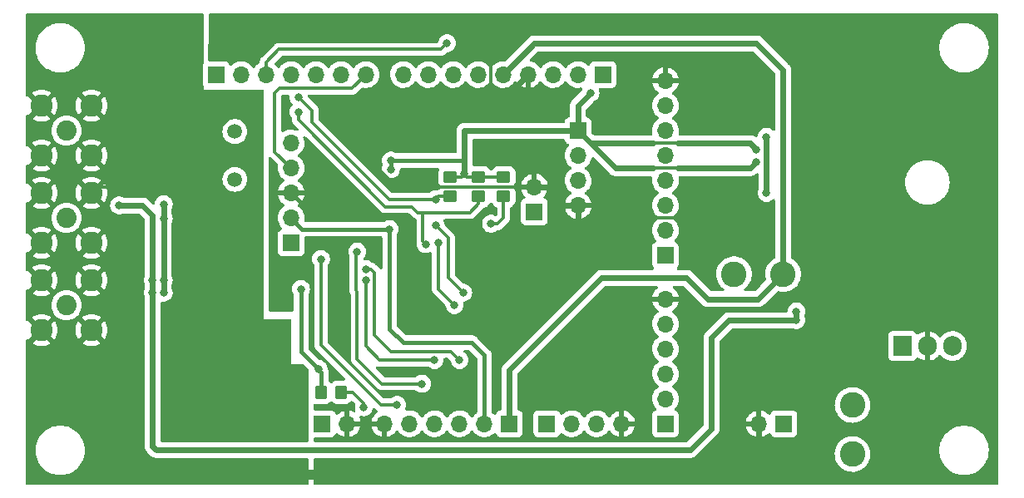
<source format=gbl>
%TF.GenerationSoftware,KiCad,Pcbnew,(6.0.8)*%
%TF.CreationDate,2023-01-11T18:12:54+05:00*%
%TF.ProjectId,SyntPIC,53796e74-5049-4432-9e6b-696361645f70,rev?*%
%TF.SameCoordinates,Original*%
%TF.FileFunction,Copper,L2,Bot*%
%TF.FilePolarity,Positive*%
%FSLAX46Y46*%
G04 Gerber Fmt 4.6, Leading zero omitted, Abs format (unit mm)*
G04 Created by KiCad (PCBNEW (6.0.8)) date 2023-01-11 18:12:54*
%MOMM*%
%LPD*%
G01*
G04 APERTURE LIST*
G04 Aperture macros list*
%AMRoundRect*
0 Rectangle with rounded corners*
0 $1 Rounding radius*
0 $2 $3 $4 $5 $6 $7 $8 $9 X,Y pos of 4 corners*
0 Add a 4 corners polygon primitive as box body*
4,1,4,$2,$3,$4,$5,$6,$7,$8,$9,$2,$3,0*
0 Add four circle primitives for the rounded corners*
1,1,$1+$1,$2,$3*
1,1,$1+$1,$4,$5*
1,1,$1+$1,$6,$7*
1,1,$1+$1,$8,$9*
0 Add four rect primitives between the rounded corners*
20,1,$1+$1,$2,$3,$4,$5,0*
20,1,$1+$1,$4,$5,$6,$7,0*
20,1,$1+$1,$6,$7,$8,$9,0*
20,1,$1+$1,$8,$9,$2,$3,0*%
G04 Aperture macros list end*
%TA.AperFunction,ComponentPad*%
%ADD10C,2.600000*%
%TD*%
%TA.AperFunction,ComponentPad*%
%ADD11C,2.050000*%
%TD*%
%TA.AperFunction,ComponentPad*%
%ADD12C,2.250000*%
%TD*%
%TA.AperFunction,ComponentPad*%
%ADD13R,1.700000X1.700000*%
%TD*%
%TA.AperFunction,ComponentPad*%
%ADD14O,1.700000X1.700000*%
%TD*%
%TA.AperFunction,ComponentPad*%
%ADD15R,1.905000X2.000000*%
%TD*%
%TA.AperFunction,ComponentPad*%
%ADD16O,1.905000X2.000000*%
%TD*%
%TA.AperFunction,ComponentPad*%
%ADD17C,1.500000*%
%TD*%
%TA.AperFunction,SMDPad,CuDef*%
%ADD18RoundRect,0.250000X0.450000X-0.350000X0.450000X0.350000X-0.450000X0.350000X-0.450000X-0.350000X0*%
%TD*%
%TA.AperFunction,SMDPad,CuDef*%
%ADD19RoundRect,0.250000X0.350000X0.450000X-0.350000X0.450000X-0.350000X-0.450000X0.350000X-0.450000X0*%
%TD*%
%TA.AperFunction,ViaPad*%
%ADD20C,0.800000*%
%TD*%
%TA.AperFunction,Conductor*%
%ADD21C,0.300000*%
%TD*%
%TA.AperFunction,Conductor*%
%ADD22C,0.600000*%
%TD*%
%TA.AperFunction,Conductor*%
%ADD23C,0.450000*%
%TD*%
%TA.AperFunction,Conductor*%
%ADD24C,1.000000*%
%TD*%
G04 APERTURE END LIST*
D10*
%TO.P,L1,1,1*%
%TO.N,Net-(J1-Pad1)*%
X252806000Y-138755000D03*
%TO.P,L1,2,2*%
%TO.N,/+Vin*%
X252806000Y-133755000D03*
%TD*%
D11*
%TO.P,J2,1,In*%
%TO.N,Net-(J2-Pad1)*%
X172796000Y-105815000D03*
D12*
%TO.P,J2,2,Ext*%
%TO.N,GNDD*%
X175336000Y-108355000D03*
X170256000Y-108355000D03*
X175336000Y-103275000D03*
X170256000Y-103275000D03*
%TD*%
D11*
%TO.P,J3,1,In*%
%TO.N,Net-(J3-Pad1)*%
X172796000Y-114705000D03*
D12*
%TO.P,J3,2,Ext*%
%TO.N,GNDD*%
X175336000Y-112165000D03*
X175336000Y-117245000D03*
X170256000Y-112165000D03*
X170256000Y-117245000D03*
%TD*%
D10*
%TO.P,L2,1,1*%
%TO.N,/DVDD*%
X245741000Y-120420000D03*
%TO.P,L2,2,2*%
%TO.N,Net-(C38-Pad1)*%
X240741000Y-120420000D03*
%TD*%
D13*
%TO.P,J8,1,Pin_1*%
%TO.N,/PVDD*%
X224866000Y-105825000D03*
D14*
%TO.P,J8,2,Pin_2*%
%TO.N,/USrx*%
X224866000Y-108365000D03*
%TO.P,J8,3,Pin_3*%
%TO.N,/UStx*%
X224866000Y-110905000D03*
%TO.P,J8,4,Pin_4*%
%TO.N,GNDD*%
X224866000Y-113445000D03*
%TD*%
D15*
%TO.P,U4,1,VI*%
%TO.N,Net-(C3-Pad1)*%
X257886000Y-127745000D03*
D16*
%TO.P,U4,2,GND*%
%TO.N,GNDD*%
X260426000Y-127745000D03*
%TO.P,U4,3,VO*%
%TO.N,/DVDD*%
X262966000Y-127745000D03*
%TD*%
D11*
%TO.P,J4,1,In*%
%TO.N,Net-(J4-Pad1)*%
X172796000Y-123595000D03*
D12*
%TO.P,J4,2,Ext*%
%TO.N,GNDD*%
X175336000Y-121055000D03*
X175336000Y-126135000D03*
X170256000Y-121055000D03*
X170256000Y-126135000D03*
%TD*%
D17*
%TO.P,Y1,1,1*%
%TO.N,Net-(U6-Pad3)*%
X189941000Y-105905000D03*
%TO.P,Y1,2,2*%
%TO.N,Net-(C19-Pad2)*%
X189941000Y-110785000D03*
%TD*%
D13*
%TO.P,J1,1,Pin_1*%
%TO.N,Net-(J1-Pad1)*%
X245821000Y-135660000D03*
D14*
%TO.P,J1,2,Pin_2*%
%TO.N,GNDD*%
X243281000Y-135660000D03*
%TD*%
D13*
%TO.P,J7,1,Pin_1*%
%TO.N,Net-(D6-Pad1)*%
X220421000Y-114070000D03*
D14*
%TO.P,J7,2,Pin_2*%
%TO.N,GNDD*%
X220421000Y-111530000D03*
%TD*%
D13*
%TO.P,J11,1,Pin_1*%
%TO.N,Net-(C37-Pad1)*%
X233756000Y-135660000D03*
D14*
%TO.P,J11,2,Pin_2*%
%TO.N,Net-(C34-Pad1)*%
X233756000Y-133120000D03*
%TO.P,J11,3,Pin_3*%
%TO.N,Net-(C29-Pad1)*%
X233756000Y-130580000D03*
%TO.P,J11,4,Pin_4*%
%TO.N,Net-(C25-Pad1)*%
X233756000Y-128040000D03*
%TO.P,J11,5,Pin_5*%
%TO.N,Net-(C23-Pad1)*%
X233756000Y-125500000D03*
%TO.P,J11,6,Pin_6*%
%TO.N,GNDD*%
X233756000Y-122960000D03*
%TD*%
D13*
%TO.P,J12,1,Pin_1*%
%TO.N,Net-(C38-Pad1)*%
X233756000Y-118515000D03*
D14*
%TO.P,J12,2,Pin_2*%
%TO.N,Net-(C35-Pad1)*%
X233756000Y-115975000D03*
%TO.P,J12,3,Pin_3*%
%TO.N,Net-(C30-Pad1)*%
X233756000Y-113435000D03*
%TO.P,J12,4,Pin_4*%
%TO.N,Net-(C26-Pad1)*%
X233756000Y-110895000D03*
%TO.P,J12,5,Pin_5*%
%TO.N,Net-(C24-Pad1)*%
X233756000Y-108355000D03*
%TO.P,J12,6,Pin_6*%
%TO.N,Net-(C22-Pad1)*%
X233756000Y-105815000D03*
%TO.P,J12,7,Pin_7*%
%TO.N,Net-(C21-Pad1)*%
X233756000Y-103275000D03*
%TO.P,J12,8,Pin_8*%
%TO.N,GNDD*%
X233756000Y-100735000D03*
%TD*%
D13*
%TO.P,J9,1,Pin_1*%
%TO.N,/S-m*%
X221691000Y-135660000D03*
D14*
%TO.P,J9,2,Pin_2*%
%TO.N,/SWR1*%
X224231000Y-135660000D03*
%TO.P,J9,3,Pin_3*%
%TO.N,/SWR2*%
X226771000Y-135660000D03*
%TO.P,J9,4,Pin_4*%
%TO.N,GNDD*%
X229311000Y-135660000D03*
%TD*%
D13*
%TO.P,J5,1,Pin_1*%
%TO.N,/MCLR*%
X195656000Y-117245000D03*
D14*
%TO.P,J5,2,Pin_2*%
%TO.N,/PVDD*%
X195656000Y-114705000D03*
%TO.P,J5,3,Pin_3*%
%TO.N,GNDD*%
X195656000Y-112165000D03*
%TO.P,J5,4,Pin_4*%
%TO.N,/KEYin3*%
X195656000Y-109625000D03*
%TO.P,J5,5,Pin_5*%
%TO.N,/KEYin2*%
X195656000Y-107085000D03*
%TD*%
D13*
%TO.P,J6,1,Pin_1*%
%TO.N,Net-(D5-Pad1)*%
X198831000Y-135660000D03*
D14*
%TO.P,J6,2,Pin_2*%
%TO.N,GNDD*%
X201371000Y-135660000D03*
%TD*%
D18*
%TO.P,R37,1*%
%TO.N,/SCL*%
X214757000Y-112522000D03*
%TO.P,R37,2*%
%TO.N,/PVDD*%
X214757000Y-110522000D03*
%TD*%
D13*
%TO.P,J13,1,Pin_1*%
%TO.N,Net-(J13-Pad1)*%
X188036000Y-100100000D03*
D14*
%TO.P,J13,2,Pin_2*%
%TO.N,Net-(J13-Pad2)*%
X190576000Y-100100000D03*
%TO.P,J13,3,Pin_3*%
%TO.N,Net-(J13-Pad3)*%
X193116000Y-100100000D03*
%TO.P,J13,4,Pin_4*%
%TO.N,Net-(J13-Pad4)*%
X195656000Y-100100000D03*
%TO.P,J13,5,Pin_5*%
%TO.N,/KEYin2*%
X198196000Y-100100000D03*
%TO.P,J13,6,Pin_6*%
%TO.N,/KEYin1*%
X200736000Y-100100000D03*
%TO.P,J13,7,Pin_7*%
%TO.N,/KEYin3*%
X203276000Y-100100000D03*
%TD*%
D18*
%TO.P,R38,1*%
%TO.N,/SDA*%
X211836000Y-112522000D03*
%TO.P,R38,2*%
%TO.N,/PVDD*%
X211836000Y-110522000D03*
%TD*%
D13*
%TO.P,J14,1,Pin_1*%
%TO.N,Net-(J14-Pad1)*%
X227406000Y-100100000D03*
D14*
%TO.P,J14,2,Pin_2*%
%TO.N,/RS*%
X224866000Y-100100000D03*
%TO.P,J14,3,Pin_3*%
%TO.N,/E*%
X222326000Y-100100000D03*
%TO.P,J14,4,Pin_4*%
%TO.N,GNDD*%
X219786000Y-100100000D03*
%TO.P,J14,5,Pin_5*%
%TO.N,/DVDD*%
X217246000Y-100100000D03*
%TO.P,J14,6,Pin_6*%
%TO.N,/DB4*%
X214706000Y-100100000D03*
%TO.P,J14,7,Pin_7*%
%TO.N,/DB5*%
X212166000Y-100100000D03*
%TO.P,J14,8,Pin_8*%
%TO.N,/DB6*%
X209626000Y-100100000D03*
%TO.P,J14,9,Pin_9*%
%TO.N,/DB7*%
X207086000Y-100100000D03*
%TD*%
D13*
%TO.P,J10,1,Pin_1*%
%TO.N,/DVDD*%
X217881000Y-135660000D03*
D14*
%TO.P,J10,2,Pin_2*%
%TO.N,/PVDD*%
X215341000Y-135660000D03*
%TO.P,J10,3,Pin_3*%
%TO.N,/C1in*%
X212801000Y-135660000D03*
%TO.P,J10,4,Pin_4*%
%TO.N,/C2in*%
X210261000Y-135660000D03*
%TO.P,J10,5,Pin_5*%
%TO.N,Net-(J10-Pad5)*%
X207721000Y-135660000D03*
%TO.P,J10,6,Pin_6*%
%TO.N,GNDD*%
X205181000Y-135660000D03*
%TD*%
D18*
%TO.P,R40,1*%
%TO.N,Net-(C32-Pad1)*%
X217297000Y-112522000D03*
%TO.P,R40,2*%
%TO.N,/PVDD*%
X217297000Y-110522000D03*
%TD*%
D19*
%TO.P,R39,1*%
%TO.N,Net-(C31-Pad1)*%
X200755000Y-132461000D03*
%TO.P,R39,2*%
%TO.N,/PVDD*%
X198755000Y-132461000D03*
%TD*%
D20*
%TO.N,GNDD*%
X195199000Y-104775000D03*
X243205000Y-140970000D03*
X235966000Y-101473000D03*
X245340000Y-95020000D03*
X222250000Y-109855000D03*
X260350000Y-136525000D03*
X266141000Y-108355000D03*
X173990000Y-132080000D03*
X217805000Y-121158000D03*
X239395000Y-137795000D03*
X256540000Y-114935000D03*
X204470000Y-117475000D03*
X184785000Y-100965000D03*
X264160000Y-114935000D03*
X250952000Y-102870000D03*
X214690000Y-140910000D03*
X177796000Y-120019000D03*
X171450000Y-132080000D03*
X200763000Y-140867000D03*
X239498000Y-140867000D03*
X248920000Y-126365000D03*
X178435000Y-102870000D03*
X219829000Y-137041000D03*
X242443000Y-99441000D03*
X214225000Y-95020000D03*
X235815000Y-122960000D03*
X176530000Y-138430000D03*
X198509000Y-140835000D03*
X219829000Y-132655000D03*
X264160000Y-102870000D03*
X188595000Y-113030000D03*
X210415000Y-95020000D03*
X252095000Y-115570000D03*
X241300000Y-126365000D03*
X226695000Y-131318000D03*
X191770000Y-109220000D03*
X186893000Y-111530000D03*
X248920000Y-133350000D03*
X264160000Y-116840000D03*
X249150000Y-98195000D03*
X241300000Y-128270000D03*
X260350000Y-122555000D03*
X191211000Y-121182000D03*
X262255000Y-122555000D03*
X260350000Y-114935000D03*
X260350000Y-116840000D03*
X260350000Y-95250000D03*
X225501000Y-119658000D03*
X262255000Y-114935000D03*
X251079000Y-107442000D03*
X260350000Y-140970000D03*
X260350000Y-120650000D03*
X176530000Y-96520000D03*
X226060000Y-98425000D03*
X256540000Y-109220000D03*
X201930000Y-103251000D03*
X176530000Y-100330000D03*
X234950000Y-98425000D03*
X219075000Y-109855000D03*
X189333000Y-140867000D03*
X229338000Y-140867000D03*
X224155000Y-126238000D03*
X255905000Y-136525000D03*
X255905000Y-140970000D03*
X239979000Y-114705000D03*
X248920000Y-130175000D03*
X177165000Y-123190000D03*
X238990000Y-95020000D03*
X184150000Y-129540000D03*
X247880000Y-95020000D03*
X222453000Y-111530000D03*
X256540000Y-120650000D03*
X254635000Y-116205000D03*
X260604000Y-106934000D03*
X231140000Y-136525000D03*
X254000000Y-111125000D03*
X245110000Y-126365000D03*
X250901000Y-96925000D03*
X188825000Y-95020000D03*
X214630000Y-121158000D03*
X224790000Y-128778000D03*
X260350000Y-118745000D03*
X193040000Y-135890000D03*
X179070000Y-137160000D03*
X177800000Y-104140000D03*
X264160000Y-113030000D03*
X241427000Y-104902000D03*
X176530000Y-135890000D03*
X240895000Y-135660000D03*
X257251000Y-97079000D03*
X238836000Y-101624000D03*
X203200000Y-113665000D03*
X199390000Y-103251000D03*
X185666000Y-103740000D03*
X266141000Y-122479000D03*
X262255000Y-120650000D03*
X241300000Y-130810000D03*
X191365000Y-95020000D03*
X264160000Y-122555000D03*
X221615000Y-121158000D03*
X186893000Y-121182000D03*
X256540000Y-116840000D03*
X258445000Y-113030000D03*
X189230000Y-135890000D03*
X226695000Y-123571000D03*
X179070000Y-129540000D03*
X226695000Y-126238000D03*
X262255000Y-116840000D03*
X209346000Y-105079000D03*
X185420000Y-135890000D03*
X199009000Y-108839000D03*
X203938000Y-140867000D03*
X196858000Y-140835000D03*
X258445000Y-120650000D03*
X258445000Y-109220000D03*
X262890000Y-133985000D03*
X191135000Y-125095000D03*
X217728000Y-102158000D03*
X264160000Y-109220000D03*
X223520000Y-98425000D03*
X245110000Y-133350000D03*
X255270000Y-131445000D03*
X256540000Y-111125000D03*
X258445000Y-122555000D03*
X242165000Y-95020000D03*
X264160000Y-120650000D03*
X220980000Y-98425000D03*
X248920000Y-140970000D03*
X260426000Y-131215000D03*
X245110000Y-130175000D03*
X248920000Y-120015000D03*
X252730000Y-130175000D03*
X257251000Y-101524000D03*
X264160000Y-111125000D03*
X264160000Y-118745000D03*
X260350000Y-102870000D03*
X222377000Y-123571000D03*
X256540000Y-113030000D03*
X233783000Y-140867000D03*
X236855000Y-98425000D03*
X243281000Y-137719000D03*
X189865000Y-117475000D03*
X184065000Y-96605000D03*
X193143000Y-140867000D03*
X257251000Y-105334000D03*
X207213000Y-114705000D03*
X178985000Y-96605000D03*
X178130000Y-111530000D03*
X256540000Y-122555000D03*
X248920000Y-123190000D03*
X262255000Y-113030000D03*
X258445000Y-114935000D03*
X260350000Y-99060000D03*
X258445000Y-116840000D03*
X256540000Y-118745000D03*
X226695000Y-128778000D03*
X210923000Y-140867000D03*
X208915000Y-119380000D03*
X258445000Y-118745000D03*
X266141000Y-131215000D03*
X191770000Y-104775000D03*
X185523000Y-140867000D03*
X241300000Y-133350000D03*
X243459000Y-104902000D03*
X191770000Y-129540000D03*
X266141000Y-115494000D03*
X262255000Y-118745000D03*
X193675000Y-129540000D03*
X215696000Y-104190000D03*
%TO.N,Net-(C3-Pad1)*%
X247091000Y-124230000D03*
X247091000Y-125119000D03*
X181559000Y-122325000D03*
X181559000Y-121055000D03*
X178151000Y-113435000D03*
%TO.N,/PVDD*%
X196672000Y-121944000D03*
X205816000Y-108863000D03*
X198450000Y-130072000D03*
X205816000Y-109752000D03*
X243027000Y-108990000D03*
X243027000Y-107720000D03*
X226136000Y-102005000D03*
X213299000Y-110250000D03*
X205689000Y-115848000D03*
%TO.N,/S1VDD*%
X182702000Y-114768500D03*
X182702000Y-121055000D03*
X182702000Y-113308000D03*
X182702000Y-122325000D03*
%TO.N,Net-(C31-Pad1)*%
X203073000Y-133985000D03*
%TO.N,Net-(C32-Pad1)*%
X216013500Y-115302500D03*
%TO.N,/C1in*%
X202387000Y-118134000D03*
X208991000Y-131596000D03*
%TO.N,/C2in*%
X206451000Y-133755000D03*
X198704000Y-118896000D03*
%TO.N,/C1out*%
X203276000Y-119912000D03*
X212801000Y-129183000D03*
%TO.N,/C2out*%
X210261000Y-129183000D03*
X203251000Y-121080000D03*
%TO.N,/SCL*%
X209372000Y-117372000D03*
X196418000Y-103910000D03*
%TO.N,/TX1out*%
X212293000Y-123595000D03*
X210642000Y-117245000D03*
%TO.N,/TX2out*%
X213182000Y-122325000D03*
X210388000Y-115467000D03*
%TO.N,/SDA*%
X196418000Y-102386000D03*
X210388000Y-112800000D03*
%TO.N,Net-(R3-Pad2)*%
X244043000Y-106450000D03*
X244043000Y-112165000D03*
%TO.N,Net-(J13-Pad3)*%
X211531000Y-96925000D03*
%TD*%
D21*
%TO.N,/SDA*%
X197815000Y-103783000D02*
X196418000Y-102386000D01*
X197815000Y-104978000D02*
X197815000Y-103783000D01*
X210388000Y-112800000D02*
X205637000Y-112800000D01*
X205637000Y-112800000D02*
X197815000Y-104978000D01*
%TO.N,/SCL*%
X196418000Y-104724000D02*
X196418000Y-103910000D01*
X205256000Y-113562000D02*
X196418000Y-104724000D01*
X207975000Y-113562000D02*
X205256000Y-113562000D01*
X208560000Y-114147000D02*
X207975000Y-113562000D01*
X209068000Y-114147000D02*
X208560000Y-114147000D01*
%TO.N,GNDD*%
X248107000Y-95020000D02*
X248996000Y-95020000D01*
D22*
X241757000Y-140867000D02*
X239498000Y-140867000D01*
D21*
X175971000Y-111530000D02*
X175336000Y-112165000D01*
D22*
X216611000Y-103275000D02*
X219786000Y-100100000D01*
X193143000Y-140867000D02*
X189333000Y-140867000D01*
X215976000Y-103275000D02*
X216611000Y-103275000D01*
D21*
X215976000Y-101751000D02*
X215976000Y-95020000D01*
X185666000Y-111065000D02*
X186131000Y-111530000D01*
D22*
X229338000Y-140867000D02*
X210923000Y-140867000D01*
D21*
X214225000Y-95020000D02*
X210415000Y-95020000D01*
X230454000Y-114705000D02*
X225501000Y-119658000D01*
D22*
X224866000Y-119023000D02*
X225501000Y-119658000D01*
D21*
X245340000Y-95020000D02*
X247880000Y-95020000D01*
X186131000Y-111530000D02*
X186893000Y-111530000D01*
D23*
X198196000Y-114705000D02*
X195656000Y-112165000D01*
D21*
X191211000Y-121182000D02*
X186893000Y-121182000D01*
D22*
X189333000Y-140867000D02*
X185523000Y-140867000D01*
D21*
X185666000Y-103740000D02*
X185666000Y-111065000D01*
D23*
X207213000Y-114705000D02*
X198196000Y-114705000D01*
D22*
X185523000Y-140867000D02*
X180289000Y-140867000D01*
X205435000Y-103275000D02*
X215976000Y-103275000D01*
D21*
X186893000Y-121182000D02*
X186893000Y-111530000D01*
X210415000Y-95020000D02*
X191365000Y-95020000D01*
D22*
X210923000Y-140867000D02*
X203938000Y-140867000D01*
D21*
X248996000Y-95020000D02*
X250901000Y-96925000D01*
D22*
X203784000Y-109117000D02*
X203784000Y-104926000D01*
X239498000Y-140867000D02*
X233783000Y-140867000D01*
X233783000Y-140867000D02*
X229338000Y-140867000D01*
D21*
X220421000Y-111530000D02*
X206197000Y-111530000D01*
D22*
X222834000Y-112800000D02*
X222834000Y-111911000D01*
X243281000Y-139343000D02*
X241757000Y-140867000D01*
D24*
X200763000Y-140867000D02*
X193143000Y-140867000D01*
D21*
X178130000Y-111530000D02*
X175971000Y-111530000D01*
X215976000Y-95020000D02*
X238990000Y-95020000D01*
D22*
X222453000Y-111530000D02*
X220421000Y-111530000D01*
D21*
X215976000Y-95020000D02*
X214225000Y-95020000D01*
D22*
X224866000Y-113445000D02*
X223479000Y-113445000D01*
X222834000Y-111911000D02*
X222453000Y-111530000D01*
D21*
X242165000Y-95020000D02*
X245340000Y-95020000D01*
D22*
X203938000Y-140867000D02*
X200763000Y-140867000D01*
X223479000Y-113445000D02*
X222834000Y-112800000D01*
X180289000Y-140867000D02*
X178003000Y-138581000D01*
X203784000Y-104926000D02*
X205435000Y-103275000D01*
X224866000Y-113445000D02*
X224866000Y-119023000D01*
X206197000Y-111530000D02*
X203784000Y-109117000D01*
D21*
X247880000Y-95020000D02*
X248107000Y-95020000D01*
X191365000Y-95020000D02*
X188825000Y-95020000D01*
D22*
X178003000Y-128802000D02*
X175336000Y-126135000D01*
X243281000Y-137719000D02*
X243281000Y-139343000D01*
D21*
X215976000Y-101751000D02*
X215976000Y-103275000D01*
X238990000Y-95020000D02*
X242165000Y-95020000D01*
X239979000Y-114705000D02*
X230454000Y-114705000D01*
D22*
X243281000Y-135660000D02*
X243281000Y-137719000D01*
X178003000Y-138581000D02*
X178003000Y-128802000D01*
%TO.N,Net-(C3-Pad1)*%
X236296000Y-138327000D02*
X238455000Y-136168000D01*
X181559000Y-137946000D02*
X181940000Y-138327000D01*
X181559000Y-122325000D02*
X181559000Y-114451000D01*
X238455000Y-136168000D02*
X238455000Y-126897000D01*
X238455000Y-126897000D02*
X240233000Y-125119000D01*
X247091000Y-125119000D02*
X247091000Y-124230000D01*
X181559000Y-114451000D02*
X180543000Y-113435000D01*
X181940000Y-138327000D02*
X236296000Y-138327000D01*
X180543000Y-113435000D02*
X178151000Y-113435000D01*
X181559000Y-122325000D02*
X181559000Y-137946000D01*
X240233000Y-125119000D02*
X247091000Y-125119000D01*
D21*
%TO.N,/PVDD*%
X213027000Y-110522000D02*
X213299000Y-110250000D01*
D22*
X243027000Y-107720000D02*
X242392000Y-107085000D01*
D23*
X196672000Y-121944000D02*
X196672000Y-128294000D01*
X198450000Y-130124000D02*
X198755000Y-130429000D01*
D22*
X224866000Y-103275000D02*
X226136000Y-102005000D01*
X224866000Y-105825000D02*
X224866000Y-103275000D01*
X226136000Y-107085000D02*
X228676000Y-109625000D01*
D23*
X196672000Y-128294000D02*
X198450000Y-130072000D01*
X198755000Y-130429000D02*
X198755000Y-132461000D01*
D22*
X224866000Y-105825000D02*
X224876000Y-105825000D01*
D23*
X205689000Y-115848000D02*
X196799000Y-115848000D01*
X205689000Y-126008000D02*
X207086000Y-127405000D01*
X205816000Y-108863000D02*
X205816000Y-109752000D01*
X214071000Y-127405000D02*
X215341000Y-128675000D01*
D21*
X232486000Y-109625000D02*
X235026000Y-109625000D01*
D23*
X196799000Y-115848000D02*
X195656000Y-114705000D01*
D21*
X214757000Y-110522000D02*
X213571000Y-110522000D01*
X211836000Y-110522000D02*
X213027000Y-110522000D01*
D23*
X205816000Y-108863000D02*
X206705000Y-108863000D01*
D22*
X224876000Y-105825000D02*
X226136000Y-107085000D01*
D23*
X205689000Y-115848000D02*
X205689000Y-126008000D01*
D22*
X242392000Y-107085000D02*
X235026000Y-107085000D01*
D21*
X213571000Y-110522000D02*
X213299000Y-110250000D01*
D22*
X224866000Y-105825000D02*
X213299000Y-105825000D01*
X213299000Y-108853000D02*
X213299000Y-110250000D01*
D21*
X232486000Y-107085000D02*
X235026000Y-107085000D01*
D22*
X243027000Y-108990000D02*
X242392000Y-109625000D01*
D23*
X198450000Y-130072000D02*
X198450000Y-130124000D01*
X207086000Y-127405000D02*
X214071000Y-127405000D01*
X212801000Y-108863000D02*
X213289000Y-108863000D01*
X213289000Y-108863000D02*
X213299000Y-108853000D01*
D22*
X228676000Y-109625000D02*
X232486000Y-109625000D01*
X226136000Y-107085000D02*
X232486000Y-107085000D01*
X213299000Y-105825000D02*
X213299000Y-108853000D01*
D21*
X217297000Y-110522000D02*
X214757000Y-110522000D01*
D23*
X215341000Y-128675000D02*
X215341000Y-135660000D01*
X206705000Y-108863000D02*
X212801000Y-108863000D01*
D22*
X242392000Y-109625000D02*
X235026000Y-109625000D01*
%TO.N,/S1VDD*%
X182702000Y-113308000D02*
X182702000Y-122325000D01*
%TO.N,/DVDD*%
X245741000Y-120420000D02*
X243201000Y-122960000D01*
X243027000Y-96925000D02*
X245741000Y-99639000D01*
X245741000Y-99639000D02*
X245741000Y-120420000D01*
X227279000Y-120801000D02*
X217881000Y-130199000D01*
X243201000Y-122960000D02*
X238074000Y-122960000D01*
X217881000Y-130199000D02*
X217881000Y-135660000D01*
X220421000Y-96925000D02*
X243027000Y-96925000D01*
X235915000Y-120801000D02*
X227279000Y-120801000D01*
X238074000Y-122960000D02*
X235915000Y-120801000D01*
X217246000Y-100100000D02*
X220421000Y-96925000D01*
D21*
%TO.N,Net-(C31-Pad1)*%
X201930000Y-132461000D02*
X200755000Y-132461000D01*
X203073000Y-133604000D02*
X201930000Y-132461000D01*
X203073000Y-133985000D02*
X203073000Y-133604000D01*
%TO.N,Net-(C32-Pad1)*%
X216675500Y-115302500D02*
X217297000Y-114681000D01*
X216013500Y-115302500D02*
X216675500Y-115302500D01*
X217297000Y-114681000D02*
X217297000Y-112522000D01*
%TO.N,/KEYin3*%
X203276000Y-100100000D02*
X201879000Y-101497000D01*
X194513000Y-101497000D02*
X194005000Y-102005000D01*
X194005000Y-102005000D02*
X194005000Y-107974000D01*
X201879000Y-101497000D02*
X194513000Y-101497000D01*
X194005000Y-107974000D02*
X195656000Y-109625000D01*
%TO.N,/C1in*%
X204927000Y-131596000D02*
X208991000Y-131596000D01*
X202387000Y-122198000D02*
X202387000Y-129056000D01*
X202387000Y-118134000D02*
X202260000Y-118261000D01*
X202387000Y-129056000D02*
X204927000Y-131596000D01*
X202260000Y-122071000D02*
X202387000Y-122198000D01*
X202260000Y-118261000D02*
X202260000Y-122071000D01*
%TO.N,/C2in*%
X204800000Y-133755000D02*
X206451000Y-133755000D01*
X198704000Y-118896000D02*
X198704000Y-127659000D01*
X198704000Y-127659000D02*
X204800000Y-133755000D01*
%TO.N,/C1out*%
X204165000Y-126643000D02*
X205816000Y-128294000D01*
X205816000Y-128294000D02*
X211912000Y-128294000D01*
X211912000Y-128294000D02*
X212801000Y-129183000D01*
X204165000Y-120293000D02*
X204165000Y-126643000D01*
X203784000Y-119912000D02*
X204165000Y-120293000D01*
X203276000Y-119912000D02*
X203784000Y-119912000D01*
%TO.N,/C2out*%
X204673000Y-129183000D02*
X210261000Y-129183000D01*
X203251000Y-121080000D02*
X203251000Y-127761000D01*
X203251000Y-127761000D02*
X204673000Y-129183000D01*
%TO.N,/SCL*%
X213894000Y-114147000D02*
X209068000Y-114147000D01*
X209068000Y-117068000D02*
X209068000Y-114147000D01*
X209372000Y-117372000D02*
X209068000Y-117068000D01*
X214757000Y-113284000D02*
X213894000Y-114147000D01*
X214757000Y-112522000D02*
X214757000Y-113284000D01*
%TO.N,/TX1out*%
X210642000Y-121944000D02*
X212293000Y-123595000D01*
X210642000Y-117245000D02*
X210642000Y-121944000D01*
%TO.N,/TX2out*%
X211658000Y-120801000D02*
X213182000Y-122325000D01*
X210388000Y-115467000D02*
X211658000Y-116737000D01*
X211658000Y-116737000D02*
X211658000Y-120801000D01*
%TO.N,/SDA*%
X210666000Y-112522000D02*
X210388000Y-112800000D01*
X211836000Y-112522000D02*
X210666000Y-112522000D01*
D22*
%TO.N,Net-(R3-Pad2)*%
X244043000Y-106450000D02*
X244043000Y-112165000D01*
D21*
%TO.N,Net-(J13-Pad3)*%
X194437000Y-97536000D02*
X210920000Y-97536000D01*
X210920000Y-97536000D02*
X211531000Y-96925000D01*
X193116000Y-100100000D02*
X193116000Y-98857000D01*
X193116000Y-98857000D02*
X194437000Y-97536000D01*
%TD*%
%TA.AperFunction,Conductor*%
%TO.N,GNDD*%
G36*
X267573000Y-93908462D02*
G01*
X267627538Y-93963000D01*
X267647500Y-94037500D01*
X267647500Y-141722500D01*
X267627538Y-141797000D01*
X267573000Y-141851538D01*
X267498500Y-141871500D01*
X198091000Y-141871500D01*
X198016500Y-141851538D01*
X197961962Y-141797000D01*
X197942000Y-141722500D01*
X197942000Y-139284500D01*
X197961962Y-139210000D01*
X198016500Y-139155462D01*
X198091000Y-139135500D01*
X236286641Y-139135500D01*
X236288202Y-139135508D01*
X236369893Y-139136364D01*
X236369895Y-139136364D01*
X236378221Y-139136451D01*
X236419467Y-139127533D01*
X236434331Y-139125100D01*
X236444876Y-139123917D01*
X236467978Y-139121326D01*
X236467983Y-139121325D01*
X236476255Y-139120397D01*
X236487251Y-139116568D01*
X236506597Y-139109831D01*
X236524106Y-139104910D01*
X236547361Y-139099882D01*
X236547370Y-139099879D01*
X236555510Y-139098119D01*
X236593750Y-139080288D01*
X236607703Y-139074622D01*
X236647552Y-139060745D01*
X236654612Y-139056333D01*
X236654615Y-139056332D01*
X236674798Y-139043720D01*
X236690785Y-139035040D01*
X236712346Y-139024986D01*
X236712350Y-139024984D01*
X236719902Y-139021462D01*
X236726486Y-139016355D01*
X236726489Y-139016353D01*
X236753231Y-138995609D01*
X236765592Y-138986985D01*
X236801376Y-138964626D01*
X236807284Y-138958759D01*
X236807288Y-138958756D01*
X236830232Y-138935972D01*
X236830790Y-138935450D01*
X236831470Y-138934922D01*
X236857236Y-138909156D01*
X236857604Y-138908789D01*
X236927530Y-138839349D01*
X236930082Y-138836815D01*
X236930755Y-138835755D01*
X236931781Y-138834611D01*
X237058866Y-138707526D01*
X250993050Y-138707526D01*
X250999194Y-138835433D01*
X251005612Y-138969037D01*
X251005947Y-138976019D01*
X251058388Y-139239656D01*
X251149220Y-139492646D01*
X251151839Y-139497520D01*
X251204123Y-139594824D01*
X251276450Y-139729431D01*
X251437281Y-139944810D01*
X251628180Y-140134050D01*
X251632633Y-140137315D01*
X251632640Y-140137321D01*
X251840492Y-140289724D01*
X251840498Y-140289728D01*
X251844954Y-140292995D01*
X251849847Y-140295569D01*
X251849848Y-140295570D01*
X252077943Y-140415578D01*
X252077948Y-140415580D01*
X252082840Y-140418154D01*
X252088061Y-140419977D01*
X252088065Y-140419979D01*
X252230632Y-140469765D01*
X252336613Y-140506775D01*
X252600698Y-140556913D01*
X252606221Y-140557130D01*
X252863768Y-140567249D01*
X252863769Y-140567249D01*
X252869293Y-140567466D01*
X252874789Y-140566864D01*
X252874791Y-140566864D01*
X253130994Y-140538806D01*
X253130998Y-140538805D01*
X253136497Y-140538203D01*
X253141842Y-140536796D01*
X253141846Y-140536795D01*
X253264748Y-140504437D01*
X253396441Y-140469765D01*
X253643414Y-140363657D01*
X253871990Y-140222210D01*
X253876196Y-140218649D01*
X253876202Y-140218645D01*
X254072932Y-140052100D01*
X254077149Y-140048530D01*
X254080792Y-140044376D01*
X254080797Y-140044371D01*
X254250732Y-139850596D01*
X254254382Y-139846434D01*
X254399797Y-139620361D01*
X254510199Y-139375278D01*
X254529945Y-139305266D01*
X254577821Y-139135508D01*
X254583163Y-139116568D01*
X254584402Y-139106834D01*
X254616615Y-138853619D01*
X254616615Y-138853615D01*
X254617086Y-138849915D01*
X254619571Y-138755000D01*
X254615455Y-138699612D01*
X254600061Y-138492461D01*
X254600060Y-138492455D01*
X254599650Y-138486937D01*
X254575453Y-138380000D01*
X261642540Y-138380000D01*
X261662359Y-138695020D01*
X261663235Y-138699612D01*
X261712670Y-138958756D01*
X261721505Y-139005072D01*
X261819044Y-139305266D01*
X261821039Y-139309507D01*
X261821042Y-139309513D01*
X261849490Y-139369968D01*
X261953438Y-139590869D01*
X261955948Y-139594824D01*
X262120060Y-139853424D01*
X262120065Y-139853431D01*
X262122568Y-139857375D01*
X262125548Y-139860978D01*
X262125553Y-139860984D01*
X262283659Y-140052100D01*
X262323767Y-140100582D01*
X262327182Y-140103789D01*
X262327184Y-140103791D01*
X262528666Y-140292995D01*
X262553860Y-140316654D01*
X262557645Y-140319404D01*
X262805435Y-140499434D01*
X262805442Y-140499439D01*
X262809221Y-140502184D01*
X262872178Y-140536795D01*
X263081722Y-140651994D01*
X263081728Y-140651997D01*
X263085821Y-140654247D01*
X263379298Y-140770443D01*
X263383829Y-140771606D01*
X263383831Y-140771607D01*
X263518065Y-140806072D01*
X263685025Y-140848940D01*
X263866361Y-140871848D01*
X263993530Y-140887913D01*
X263993535Y-140887913D01*
X263998179Y-140888500D01*
X264313821Y-140888500D01*
X264318465Y-140887913D01*
X264318470Y-140887913D01*
X264445639Y-140871848D01*
X264626975Y-140848940D01*
X264793935Y-140806072D01*
X264928169Y-140771607D01*
X264928171Y-140771606D01*
X264932702Y-140770443D01*
X265226179Y-140654247D01*
X265230272Y-140651997D01*
X265230278Y-140651994D01*
X265439822Y-140536795D01*
X265502779Y-140502184D01*
X265506558Y-140499439D01*
X265506565Y-140499434D01*
X265754355Y-140319404D01*
X265758140Y-140316654D01*
X265783334Y-140292995D01*
X265984816Y-140103791D01*
X265984818Y-140103789D01*
X265988233Y-140100582D01*
X266028341Y-140052100D01*
X266186447Y-139860984D01*
X266186452Y-139860978D01*
X266189432Y-139857375D01*
X266191935Y-139853431D01*
X266191940Y-139853424D01*
X266356052Y-139594824D01*
X266358562Y-139590869D01*
X266462510Y-139369968D01*
X266490958Y-139309513D01*
X266490961Y-139309507D01*
X266492956Y-139305266D01*
X266590495Y-139005072D01*
X266599331Y-138958756D01*
X266648765Y-138699612D01*
X266649641Y-138695020D01*
X266669460Y-138380000D01*
X266659694Y-138224763D01*
X266649935Y-138069647D01*
X266649934Y-138069641D01*
X266649641Y-138064980D01*
X266631416Y-137969443D01*
X266591373Y-137759529D01*
X266591372Y-137759524D01*
X266590495Y-137754928D01*
X266492956Y-137454734D01*
X266441598Y-137345591D01*
X266360557Y-137173371D01*
X266358562Y-137169131D01*
X266297864Y-137073486D01*
X266191940Y-136906576D01*
X266191935Y-136906569D01*
X266189432Y-136902625D01*
X266186452Y-136899022D01*
X266186447Y-136899016D01*
X265991224Y-136663033D01*
X265991221Y-136663029D01*
X265988233Y-136659418D01*
X265955912Y-136629066D01*
X265761552Y-136446550D01*
X265761551Y-136446549D01*
X265758140Y-136443346D01*
X265739955Y-136430134D01*
X265506565Y-136260566D01*
X265506558Y-136260561D01*
X265502779Y-136257816D01*
X265317168Y-136155775D01*
X265230278Y-136108006D01*
X265230272Y-136108003D01*
X265226179Y-136105753D01*
X264932702Y-135989557D01*
X264928171Y-135988394D01*
X264928169Y-135988393D01*
X264654569Y-135918145D01*
X264626975Y-135911060D01*
X264445639Y-135888152D01*
X264318470Y-135872087D01*
X264318465Y-135872087D01*
X264313821Y-135871500D01*
X263998179Y-135871500D01*
X263993535Y-135872087D01*
X263993530Y-135872087D01*
X263866361Y-135888152D01*
X263685025Y-135911060D01*
X263657431Y-135918145D01*
X263383831Y-135988393D01*
X263383829Y-135988394D01*
X263379298Y-135989557D01*
X263085821Y-136105753D01*
X263081728Y-136108003D01*
X263081722Y-136108006D01*
X262994832Y-136155775D01*
X262809221Y-136257816D01*
X262805442Y-136260561D01*
X262805435Y-136260566D01*
X262572045Y-136430134D01*
X262553860Y-136443346D01*
X262550449Y-136446549D01*
X262550448Y-136446550D01*
X262356089Y-136629066D01*
X262323767Y-136659418D01*
X262320779Y-136663029D01*
X262320776Y-136663033D01*
X262125553Y-136899016D01*
X262125548Y-136899022D01*
X262122568Y-136902625D01*
X262120065Y-136906569D01*
X262120060Y-136906576D01*
X262014136Y-137073486D01*
X261953438Y-137169131D01*
X261951443Y-137173371D01*
X261870403Y-137345591D01*
X261819044Y-137454734D01*
X261721505Y-137754928D01*
X261720628Y-137759524D01*
X261720627Y-137759529D01*
X261688692Y-137926937D01*
X261662359Y-138064980D01*
X261662066Y-138069639D01*
X261662065Y-138069646D01*
X261651967Y-138230156D01*
X261644833Y-138343559D01*
X261642540Y-138380000D01*
X254575453Y-138380000D01*
X254540327Y-138224763D01*
X254522743Y-138179545D01*
X254444904Y-137979386D01*
X254442902Y-137974238D01*
X254440165Y-137969449D01*
X254440162Y-137969443D01*
X254317556Y-137754928D01*
X254309518Y-137740864D01*
X254143105Y-137529769D01*
X254139085Y-137525987D01*
X254139081Y-137525983D01*
X253951340Y-137349375D01*
X253951337Y-137349372D01*
X253947317Y-137345591D01*
X253942781Y-137342444D01*
X253942777Y-137342441D01*
X253830655Y-137264659D01*
X253726457Y-137192374D01*
X253575445Y-137117903D01*
X253490333Y-137075930D01*
X253490327Y-137075928D01*
X253485376Y-137073486D01*
X253480117Y-137071802D01*
X253480113Y-137071801D01*
X253234637Y-136993224D01*
X253229370Y-136991538D01*
X252964063Y-136948330D01*
X252818796Y-136946429D01*
X252700812Y-136944884D01*
X252700807Y-136944884D01*
X252695284Y-136944812D01*
X252689812Y-136945557D01*
X252689807Y-136945557D01*
X252470368Y-136975422D01*
X252428937Y-136981060D01*
X252423633Y-136982606D01*
X252423628Y-136982607D01*
X252176177Y-137054732D01*
X252176173Y-137054733D01*
X252170874Y-137056278D01*
X252128246Y-137075930D01*
X251934657Y-137165176D01*
X251926763Y-137168815D01*
X251701968Y-137316197D01*
X251501426Y-137495188D01*
X251497894Y-137499435D01*
X251497889Y-137499440D01*
X251333079Y-137697603D01*
X251333076Y-137697607D01*
X251329544Y-137701854D01*
X251190096Y-137931656D01*
X251187962Y-137936745D01*
X251187960Y-137936749D01*
X251102223Y-138141210D01*
X251086148Y-138179545D01*
X251084788Y-138184900D01*
X251084786Y-138184906D01*
X251034052Y-138384673D01*
X251019981Y-138440077D01*
X251019427Y-138445579D01*
X250993847Y-138699612D01*
X250993050Y-138707526D01*
X237058866Y-138707526D01*
X239020131Y-136746261D01*
X239021240Y-136745164D01*
X239085507Y-136682229D01*
X239108359Y-136646770D01*
X239117156Y-136634528D01*
X239134875Y-136612331D01*
X239143476Y-136601557D01*
X239149836Y-136588401D01*
X239157462Y-136572627D01*
X239166364Y-136556764D01*
X239179253Y-136536764D01*
X239179255Y-136536760D01*
X239183765Y-136529762D01*
X239198196Y-136490115D01*
X239204057Y-136476239D01*
X239222421Y-136438251D01*
X239229648Y-136406948D01*
X239234815Y-136389504D01*
X239242954Y-136367143D01*
X239242954Y-136367142D01*
X239245803Y-136359315D01*
X239246847Y-136351052D01*
X239251090Y-136317465D01*
X239253734Y-136302624D01*
X239261349Y-136269640D01*
X239261350Y-136269632D01*
X239263224Y-136261515D01*
X239263366Y-136220860D01*
X239263391Y-136220091D01*
X239263500Y-136219231D01*
X239263500Y-136182428D01*
X239263857Y-136080130D01*
X239263583Y-136078904D01*
X239263500Y-136077373D01*
X239263500Y-135924655D01*
X241948511Y-135924655D01*
X241979355Y-136061518D01*
X241983003Y-136073157D01*
X242062414Y-136268725D01*
X242067910Y-136279606D01*
X242178190Y-136459566D01*
X242185403Y-136469422D01*
X242323591Y-136628950D01*
X242332311Y-136637489D01*
X242494716Y-136772320D01*
X242504686Y-136779302D01*
X242686945Y-136885805D01*
X242697920Y-136891064D01*
X242895127Y-136966370D01*
X242906817Y-136969766D01*
X243007778Y-136990306D01*
X243023765Y-136989328D01*
X243027000Y-136982840D01*
X243027000Y-136977016D01*
X243535000Y-136977016D01*
X243539145Y-136992487D01*
X243548271Y-136994932D01*
X243558244Y-136993654D01*
X243570167Y-136991120D01*
X243772348Y-136930463D01*
X243783691Y-136926017D01*
X243973245Y-136833156D01*
X243983715Y-136826915D01*
X244155552Y-136704345D01*
X244164874Y-136696467D01*
X244243642Y-136617973D01*
X244310504Y-136579525D01*
X244387632Y-136579659D01*
X244454359Y-136618340D01*
X244488335Y-136671212D01*
X244520385Y-136756705D01*
X244526753Y-136765201D01*
X244526753Y-136765202D01*
X244573327Y-136827345D01*
X244607739Y-136873261D01*
X244724295Y-136960615D01*
X244734238Y-136964343D01*
X244734239Y-136964343D01*
X244851934Y-137008465D01*
X244851936Y-137008465D01*
X244860684Y-137011745D01*
X244869970Y-137012754D01*
X244869971Y-137012754D01*
X244918869Y-137018066D01*
X244918873Y-137018066D01*
X244922866Y-137018500D01*
X246719134Y-137018500D01*
X246723127Y-137018066D01*
X246723131Y-137018066D01*
X246772029Y-137012754D01*
X246772030Y-137012754D01*
X246781316Y-137011745D01*
X246790064Y-137008465D01*
X246790066Y-137008465D01*
X246907761Y-136964343D01*
X246907762Y-136964343D01*
X246917705Y-136960615D01*
X247034261Y-136873261D01*
X247068673Y-136827345D01*
X247115247Y-136765202D01*
X247115247Y-136765201D01*
X247121615Y-136756705D01*
X247156731Y-136663033D01*
X247169465Y-136629066D01*
X247169465Y-136629064D01*
X247172745Y-136620316D01*
X247173754Y-136611029D01*
X247179066Y-136562131D01*
X247179066Y-136562127D01*
X247179500Y-136558134D01*
X247179500Y-134761866D01*
X247175977Y-134729431D01*
X247173754Y-134708971D01*
X247173754Y-134708970D01*
X247172745Y-134699684D01*
X247159318Y-134663866D01*
X247125343Y-134573239D01*
X247125342Y-134573237D01*
X247121615Y-134563295D01*
X247113801Y-134552868D01*
X247040627Y-134455233D01*
X247034261Y-134446739D01*
X247013405Y-134431108D01*
X246926202Y-134365753D01*
X246926201Y-134365753D01*
X246917705Y-134359385D01*
X246905819Y-134354929D01*
X246790066Y-134311535D01*
X246790064Y-134311535D01*
X246781316Y-134308255D01*
X246772030Y-134307246D01*
X246772029Y-134307246D01*
X246723131Y-134301934D01*
X246723127Y-134301934D01*
X246719134Y-134301500D01*
X244922866Y-134301500D01*
X244918873Y-134301934D01*
X244918869Y-134301934D01*
X244869971Y-134307246D01*
X244869970Y-134307246D01*
X244860684Y-134308255D01*
X244851936Y-134311535D01*
X244851934Y-134311535D01*
X244736181Y-134354929D01*
X244724295Y-134359385D01*
X244715799Y-134365753D01*
X244715798Y-134365753D01*
X244628595Y-134431108D01*
X244607739Y-134446739D01*
X244601373Y-134455233D01*
X244528200Y-134552868D01*
X244520385Y-134563295D01*
X244488934Y-134647190D01*
X244444093Y-134709938D01*
X244373882Y-134741861D01*
X244297115Y-134734402D01*
X244239213Y-134695162D01*
X244214440Y-134667937D01*
X244205534Y-134659632D01*
X244039880Y-134528807D01*
X244029725Y-134522060D01*
X243844939Y-134420053D01*
X243833813Y-134415053D01*
X243634859Y-134344599D01*
X243623057Y-134341480D01*
X243554310Y-134329235D01*
X243538355Y-134330603D01*
X243535000Y-134337764D01*
X243535000Y-136977016D01*
X243027000Y-136977016D01*
X243027000Y-135933616D01*
X243022855Y-135918145D01*
X243007384Y-135914000D01*
X241965726Y-135914000D01*
X241950255Y-135918145D01*
X241948511Y-135924655D01*
X239263500Y-135924655D01*
X239263500Y-135393629D01*
X241945542Y-135393629D01*
X241946902Y-135402319D01*
X241956435Y-135406000D01*
X243007384Y-135406000D01*
X243022855Y-135401855D01*
X243027000Y-135386384D01*
X243027000Y-134344603D01*
X243022855Y-134329132D01*
X243014515Y-134326898D01*
X242971256Y-134333517D01*
X242959394Y-134336343D01*
X242758759Y-134401920D01*
X242747532Y-134406639D01*
X242560300Y-134504107D01*
X242549981Y-134510605D01*
X242381185Y-134637341D01*
X242372073Y-134645431D01*
X242226248Y-134798029D01*
X242218573Y-134807505D01*
X242099621Y-134981883D01*
X242093607Y-134992470D01*
X242004734Y-135183931D01*
X242000524Y-135195372D01*
X241945542Y-135393629D01*
X239263500Y-135393629D01*
X239263500Y-133707526D01*
X250993050Y-133707526D01*
X250998791Y-133827044D01*
X251004454Y-133944928D01*
X251005947Y-133976019D01*
X251029403Y-134093938D01*
X251056385Y-134229584D01*
X251058388Y-134239656D01*
X251103661Y-134365753D01*
X251141476Y-134471076D01*
X251149220Y-134492646D01*
X251165025Y-134522060D01*
X251262724Y-134703885D01*
X251276450Y-134729431D01*
X251327440Y-134797715D01*
X251426984Y-134931020D01*
X251437281Y-134944810D01*
X251441210Y-134948705D01*
X251441211Y-134948706D01*
X251503993Y-135010942D01*
X251628180Y-135134050D01*
X251632633Y-135137315D01*
X251632640Y-135137321D01*
X251840492Y-135289724D01*
X251840498Y-135289728D01*
X251844954Y-135292995D01*
X251849847Y-135295569D01*
X251849848Y-135295570D01*
X252077943Y-135415578D01*
X252077948Y-135415580D01*
X252082840Y-135418154D01*
X252088061Y-135419977D01*
X252088065Y-135419979D01*
X252325188Y-135502785D01*
X252336613Y-135506775D01*
X252600698Y-135556913D01*
X252606221Y-135557130D01*
X252863768Y-135567249D01*
X252863769Y-135567249D01*
X252869293Y-135567466D01*
X252874789Y-135566864D01*
X252874791Y-135566864D01*
X253130994Y-135538806D01*
X253130998Y-135538805D01*
X253136497Y-135538203D01*
X253141842Y-135536796D01*
X253141846Y-135536795D01*
X253262800Y-135504950D01*
X253396441Y-135469765D01*
X253643414Y-135363657D01*
X253871990Y-135222210D01*
X253876196Y-135218649D01*
X253876202Y-135218645D01*
X254072932Y-135052100D01*
X254077149Y-135048530D01*
X254080792Y-135044376D01*
X254080797Y-135044371D01*
X254250732Y-134850596D01*
X254254382Y-134846434D01*
X254259839Y-134837951D01*
X254322584Y-134740402D01*
X254399797Y-134620361D01*
X254510199Y-134375278D01*
X254512886Y-134365753D01*
X254568893Y-134167166D01*
X254583163Y-134116568D01*
X254584217Y-134108287D01*
X254616615Y-133853619D01*
X254616615Y-133853615D01*
X254617086Y-133849915D01*
X254619571Y-133755000D01*
X254618994Y-133747236D01*
X254600061Y-133492461D01*
X254600060Y-133492455D01*
X254599650Y-133486937D01*
X254588842Y-133439169D01*
X254559549Y-133309715D01*
X254540327Y-133224763D01*
X254522743Y-133179545D01*
X254444904Y-132979386D01*
X254442902Y-132974238D01*
X254440165Y-132969449D01*
X254440162Y-132969443D01*
X254312260Y-132745662D01*
X254309518Y-132740864D01*
X254143105Y-132529769D01*
X254139085Y-132525987D01*
X254139081Y-132525983D01*
X253951340Y-132349375D01*
X253951337Y-132349372D01*
X253947317Y-132345591D01*
X253942781Y-132342444D01*
X253942777Y-132342441D01*
X253827021Y-132262138D01*
X253726457Y-132192374D01*
X253585884Y-132123051D01*
X253490333Y-132075930D01*
X253490327Y-132075928D01*
X253485376Y-132073486D01*
X253480117Y-132071802D01*
X253480113Y-132071801D01*
X253234637Y-131993224D01*
X253229370Y-131991538D01*
X252964063Y-131948330D01*
X252818796Y-131946429D01*
X252700812Y-131944884D01*
X252700807Y-131944884D01*
X252695284Y-131944812D01*
X252689812Y-131945557D01*
X252689807Y-131945557D01*
X252478484Y-131974317D01*
X252428937Y-131981060D01*
X252423633Y-131982606D01*
X252423628Y-131982607D01*
X252176177Y-132054732D01*
X252176173Y-132054733D01*
X252170874Y-132056278D01*
X252071492Y-132102094D01*
X251971743Y-132148079D01*
X251926763Y-132168815D01*
X251701968Y-132316197D01*
X251501426Y-132495188D01*
X251497894Y-132499435D01*
X251497889Y-132499440D01*
X251333079Y-132697603D01*
X251333076Y-132697607D01*
X251329544Y-132701854D01*
X251190096Y-132931656D01*
X251187962Y-132936745D01*
X251187960Y-132936749D01*
X251120971Y-133096500D01*
X251086148Y-133179545D01*
X251084788Y-133184900D01*
X251084786Y-133184906D01*
X251030037Y-133400480D01*
X251019981Y-133440077D01*
X251019427Y-133445579D01*
X250995665Y-133681558D01*
X250993050Y-133707526D01*
X239263500Y-133707526D01*
X239263500Y-128793134D01*
X256425000Y-128793134D01*
X256425434Y-128797127D01*
X256425434Y-128797131D01*
X256426989Y-128811444D01*
X256431755Y-128855316D01*
X256435035Y-128864064D01*
X256435035Y-128864066D01*
X256475671Y-128972462D01*
X256482885Y-128991705D01*
X256489251Y-129000199D01*
X256489253Y-129000202D01*
X256515968Y-129035848D01*
X256570239Y-129108261D01*
X256578733Y-129114627D01*
X256639049Y-129159831D01*
X256686795Y-129195615D01*
X256696738Y-129199343D01*
X256696739Y-129199343D01*
X256814434Y-129243465D01*
X256814436Y-129243465D01*
X256823184Y-129246745D01*
X256832470Y-129247754D01*
X256832471Y-129247754D01*
X256881369Y-129253066D01*
X256881373Y-129253066D01*
X256885366Y-129253500D01*
X258886634Y-129253500D01*
X258890627Y-129253066D01*
X258890631Y-129253066D01*
X258939529Y-129247754D01*
X258939530Y-129247754D01*
X258948816Y-129246745D01*
X258957564Y-129243465D01*
X258957566Y-129243465D01*
X259075261Y-129199343D01*
X259075262Y-129199343D01*
X259085205Y-129195615D01*
X259132952Y-129159831D01*
X259193267Y-129114627D01*
X259201761Y-129108261D01*
X259289115Y-128991705D01*
X259292843Y-128981761D01*
X259293419Y-128980709D01*
X259346704Y-128924947D01*
X259420732Y-128903298D01*
X259495666Y-128921564D01*
X259516462Y-128935328D01*
X259610203Y-129009360D01*
X259620358Y-129016107D01*
X259819900Y-129126260D01*
X259831020Y-129131258D01*
X260045883Y-129207345D01*
X260057660Y-129210457D01*
X260152690Y-129227384D01*
X260168645Y-129226016D01*
X260172000Y-129218855D01*
X260172000Y-129211595D01*
X260680000Y-129211595D01*
X260684145Y-129227066D01*
X260692486Y-129229300D01*
X260759591Y-129219032D01*
X260771434Y-129216210D01*
X260988101Y-129145392D01*
X260999321Y-129140676D01*
X261201507Y-129035424D01*
X261211826Y-129028926D01*
X261394100Y-128892071D01*
X261403212Y-128883981D01*
X261560684Y-128719196D01*
X261568355Y-128709722D01*
X261572082Y-128704259D01*
X261630555Y-128653963D01*
X261706342Y-128639642D01*
X261779136Y-128665133D01*
X261805377Y-128687944D01*
X261962074Y-128860151D01*
X261966186Y-128864670D01*
X262040664Y-128923489D01*
X262128772Y-128993072D01*
X262154724Y-129013568D01*
X262160077Y-129016523D01*
X262160080Y-129016525D01*
X262359691Y-129126716D01*
X262359694Y-129126717D01*
X262365050Y-129129674D01*
X262475634Y-129168834D01*
X262585748Y-129207828D01*
X262585750Y-129207829D01*
X262591515Y-129209870D01*
X262828037Y-129252001D01*
X262834150Y-129252076D01*
X262834153Y-129252076D01*
X262934822Y-129253306D01*
X263068263Y-129254936D01*
X263305744Y-129218596D01*
X263311551Y-129216698D01*
X263311555Y-129216697D01*
X263528288Y-129145858D01*
X263534101Y-129143958D01*
X263687723Y-129063987D01*
X263741778Y-129035848D01*
X263741782Y-129035845D01*
X263747200Y-129033025D01*
X263752082Y-129029360D01*
X263752086Y-129029357D01*
X263934432Y-128892447D01*
X263939320Y-128888777D01*
X264105301Y-128715088D01*
X264108746Y-128710038D01*
X264237241Y-128521673D01*
X264237244Y-128521668D01*
X264240686Y-128516622D01*
X264341837Y-128298710D01*
X264397646Y-128097471D01*
X264404408Y-128073088D01*
X264404409Y-128073084D01*
X264406040Y-128067202D01*
X264427000Y-127871072D01*
X264427000Y-127636598D01*
X264412322Y-127458063D01*
X264398102Y-127401450D01*
X264355284Y-127230986D01*
X264355282Y-127230981D01*
X264353794Y-127225056D01*
X264257997Y-127004737D01*
X264206854Y-126925682D01*
X264130823Y-126808156D01*
X264130821Y-126808154D01*
X264127502Y-126803023D01*
X263974491Y-126634866D01*
X263969926Y-126629849D01*
X263965814Y-126625330D01*
X263777276Y-126476432D01*
X263771923Y-126473477D01*
X263771920Y-126473475D01*
X263572309Y-126363284D01*
X263572306Y-126363283D01*
X263566950Y-126360326D01*
X263380740Y-126294385D01*
X263346252Y-126282172D01*
X263346250Y-126282171D01*
X263340485Y-126280130D01*
X263103963Y-126237999D01*
X263097850Y-126237924D01*
X263097847Y-126237924D01*
X262997178Y-126236694D01*
X262863737Y-126235064D01*
X262626256Y-126271404D01*
X262620449Y-126273302D01*
X262620445Y-126273303D01*
X262478077Y-126319836D01*
X262397899Y-126346042D01*
X262313893Y-126389773D01*
X262190222Y-126454152D01*
X262190218Y-126454155D01*
X262184800Y-126456975D01*
X262179918Y-126460640D01*
X262179914Y-126460643D01*
X262078414Y-126536852D01*
X261992680Y-126601223D01*
X261988458Y-126605641D01*
X261988457Y-126605642D01*
X261944598Y-126651538D01*
X261826699Y-126774912D01*
X261820290Y-126784308D01*
X261819281Y-126785787D01*
X261760808Y-126836082D01*
X261685021Y-126850403D01*
X261612227Y-126824911D01*
X261585987Y-126802101D01*
X261429584Y-126630216D01*
X261420678Y-126621911D01*
X261241797Y-126480640D01*
X261231642Y-126473893D01*
X261032100Y-126363740D01*
X261020980Y-126358742D01*
X260806117Y-126282655D01*
X260794340Y-126279543D01*
X260699310Y-126262616D01*
X260683355Y-126263984D01*
X260680000Y-126271145D01*
X260680000Y-129211595D01*
X260172000Y-129211595D01*
X260172000Y-126278405D01*
X260167855Y-126262934D01*
X260159514Y-126260700D01*
X260092409Y-126270968D01*
X260080566Y-126273790D01*
X259863899Y-126344608D01*
X259852679Y-126349324D01*
X259650493Y-126454576D01*
X259640167Y-126461078D01*
X259513279Y-126556348D01*
X259441717Y-126585116D01*
X259365358Y-126574248D01*
X259304664Y-126526657D01*
X259293122Y-126508747D01*
X259292841Y-126508233D01*
X259289115Y-126498295D01*
X259201761Y-126381739D01*
X259118408Y-126319269D01*
X259093702Y-126300753D01*
X259093701Y-126300753D01*
X259085205Y-126294385D01*
X259075261Y-126290657D01*
X258957566Y-126246535D01*
X258957564Y-126246535D01*
X258948816Y-126243255D01*
X258939530Y-126242246D01*
X258939529Y-126242246D01*
X258890631Y-126236934D01*
X258890627Y-126236934D01*
X258886634Y-126236500D01*
X256885366Y-126236500D01*
X256881373Y-126236934D01*
X256881369Y-126236934D01*
X256832471Y-126242246D01*
X256832470Y-126242246D01*
X256823184Y-126243255D01*
X256814436Y-126246535D01*
X256814434Y-126246535D01*
X256696739Y-126290657D01*
X256686795Y-126294385D01*
X256678299Y-126300753D01*
X256678298Y-126300753D01*
X256653592Y-126319269D01*
X256570239Y-126381739D01*
X256563873Y-126390233D01*
X256501140Y-126473938D01*
X256482885Y-126498295D01*
X256479157Y-126508238D01*
X256479157Y-126508239D01*
X256435262Y-126625330D01*
X256431755Y-126634684D01*
X256430746Y-126643970D01*
X256430746Y-126643971D01*
X256425806Y-126689450D01*
X256425000Y-126696866D01*
X256425000Y-128793134D01*
X239263500Y-128793134D01*
X239263500Y-127293610D01*
X239283462Y-127219110D01*
X239307141Y-127188251D01*
X240524250Y-125971141D01*
X240591045Y-125932577D01*
X240629609Y-125927500D01*
X246641619Y-125927500D01*
X246702222Y-125940382D01*
X246808712Y-125987794D01*
X246816349Y-125989417D01*
X246816351Y-125989418D01*
X246957325Y-126019383D01*
X246995513Y-126027500D01*
X247186487Y-126027500D01*
X247224675Y-126019383D01*
X247365649Y-125989418D01*
X247365651Y-125989417D01*
X247373288Y-125987794D01*
X247547752Y-125910118D01*
X247702253Y-125797866D01*
X247830040Y-125655944D01*
X247925527Y-125490556D01*
X247984542Y-125308928D01*
X248004504Y-125119000D01*
X247984542Y-124929072D01*
X247925527Y-124747444D01*
X247921626Y-124740688D01*
X247919139Y-124735101D01*
X247907075Y-124658922D01*
X247919139Y-124613899D01*
X247921626Y-124608312D01*
X247925527Y-124601556D01*
X247984542Y-124419928D01*
X247994554Y-124324674D01*
X248003688Y-124237764D01*
X248004504Y-124230000D01*
X247991622Y-124107433D01*
X247985358Y-124047834D01*
X247985358Y-124047832D01*
X247984542Y-124040072D01*
X247925527Y-123858444D01*
X247838450Y-123707622D01*
X247833942Y-123699814D01*
X247833941Y-123699812D01*
X247830040Y-123693056D01*
X247702253Y-123551134D01*
X247547752Y-123438882D01*
X247373288Y-123361206D01*
X247365651Y-123359583D01*
X247365649Y-123359582D01*
X247194127Y-123323124D01*
X247194128Y-123323124D01*
X247186487Y-123321500D01*
X246995513Y-123321500D01*
X246987872Y-123323124D01*
X246987873Y-123323124D01*
X246816351Y-123359582D01*
X246816349Y-123359583D01*
X246808712Y-123361206D01*
X246634248Y-123438882D01*
X246479747Y-123551134D01*
X246351960Y-123693056D01*
X246348059Y-123699812D01*
X246348058Y-123699814D01*
X246343550Y-123707622D01*
X246256473Y-123858444D01*
X246197458Y-124040072D01*
X246183387Y-124173955D01*
X246183059Y-124177074D01*
X246155419Y-124249079D01*
X246095479Y-124297618D01*
X246034875Y-124310500D01*
X240242406Y-124310500D01*
X240240846Y-124310492D01*
X240159106Y-124309636D01*
X240159104Y-124309636D01*
X240150779Y-124309549D01*
X240109533Y-124318467D01*
X240094669Y-124320900D01*
X240084124Y-124322083D01*
X240061022Y-124324674D01*
X240061017Y-124324675D01*
X240052745Y-124325603D01*
X240044883Y-124328341D01*
X240044882Y-124328341D01*
X240022403Y-124336169D01*
X240004894Y-124341090D01*
X239981639Y-124346118D01*
X239981630Y-124346121D01*
X239973490Y-124347881D01*
X239949257Y-124359181D01*
X239935257Y-124365709D01*
X239921292Y-124371379D01*
X239892153Y-124381527D01*
X239881448Y-124385255D01*
X239874384Y-124389669D01*
X239874382Y-124389670D01*
X239854205Y-124402278D01*
X239838227Y-124410954D01*
X239809098Y-124424537D01*
X239802520Y-124429640D01*
X239802519Y-124429640D01*
X239775760Y-124450396D01*
X239763398Y-124459019D01*
X239734692Y-124476957D01*
X239734690Y-124476959D01*
X239727624Y-124481374D01*
X239721718Y-124487239D01*
X239721709Y-124487246D01*
X239698768Y-124510028D01*
X239698210Y-124510550D01*
X239697530Y-124511078D01*
X239671764Y-124536844D01*
X239671396Y-124537211D01*
X239598918Y-124609185D01*
X239598245Y-124610245D01*
X239597219Y-124611389D01*
X237889869Y-126318739D01*
X237888760Y-126319836D01*
X237824493Y-126382771D01*
X237813717Y-126399492D01*
X237801641Y-126418230D01*
X237792844Y-126430472D01*
X237766524Y-126463443D01*
X237762898Y-126470944D01*
X237762896Y-126470947D01*
X237752538Y-126492373D01*
X237743636Y-126508236D01*
X237730747Y-126528236D01*
X237730745Y-126528240D01*
X237726235Y-126535238D01*
X237723388Y-126543060D01*
X237723387Y-126543062D01*
X237711804Y-126574885D01*
X237705943Y-126588761D01*
X237687579Y-126626749D01*
X237685705Y-126634866D01*
X237680352Y-126658052D01*
X237675185Y-126675496D01*
X237669914Y-126689979D01*
X237664197Y-126705685D01*
X237663153Y-126713946D01*
X237663153Y-126713948D01*
X237658910Y-126747535D01*
X237656266Y-126762376D01*
X237648651Y-126795360D01*
X237648650Y-126795368D01*
X237646776Y-126803485D01*
X237646747Y-126811820D01*
X237646634Y-126844140D01*
X237646609Y-126844909D01*
X237646500Y-126845769D01*
X237646500Y-126882572D01*
X237646143Y-126984870D01*
X237646417Y-126986096D01*
X237646500Y-126987627D01*
X237646500Y-135771390D01*
X237626538Y-135845890D01*
X237602859Y-135876749D01*
X236004749Y-137474859D01*
X235937954Y-137513423D01*
X235899390Y-137518500D01*
X198091000Y-137518500D01*
X198016500Y-137498538D01*
X197961962Y-137444000D01*
X197942000Y-137369500D01*
X197942000Y-137167500D01*
X197961962Y-137093000D01*
X198016500Y-137038462D01*
X198091000Y-137018500D01*
X199729134Y-137018500D01*
X199733127Y-137018066D01*
X199733131Y-137018066D01*
X199782029Y-137012754D01*
X199782030Y-137012754D01*
X199791316Y-137011745D01*
X199800064Y-137008465D01*
X199800066Y-137008465D01*
X199917761Y-136964343D01*
X199917762Y-136964343D01*
X199927705Y-136960615D01*
X200044261Y-136873261D01*
X200078673Y-136827345D01*
X200125247Y-136765202D01*
X200125247Y-136765201D01*
X200131615Y-136756705D01*
X200162214Y-136675082D01*
X200207057Y-136612331D01*
X200277269Y-136580408D01*
X200354036Y-136587868D01*
X200408306Y-136625625D01*
X200409231Y-136624680D01*
X200422311Y-136637489D01*
X200584716Y-136772320D01*
X200594686Y-136779302D01*
X200776945Y-136885805D01*
X200787920Y-136891064D01*
X200985127Y-136966370D01*
X200996817Y-136969766D01*
X201097778Y-136990306D01*
X201113765Y-136989328D01*
X201117000Y-136982840D01*
X201117000Y-136977016D01*
X201625000Y-136977016D01*
X201629145Y-136992487D01*
X201638271Y-136994932D01*
X201648244Y-136993654D01*
X201660167Y-136991120D01*
X201862348Y-136930463D01*
X201873691Y-136926017D01*
X202063245Y-136833156D01*
X202073715Y-136826915D01*
X202245552Y-136704345D01*
X202254874Y-136696467D01*
X202404381Y-136547480D01*
X202412281Y-136538198D01*
X202535451Y-136366789D01*
X202541734Y-136356332D01*
X202635254Y-136167109D01*
X202639742Y-136155775D01*
X202701100Y-135953822D01*
X202703680Y-135941890D01*
X202704791Y-135933447D01*
X202703633Y-135924655D01*
X203848511Y-135924655D01*
X203879355Y-136061518D01*
X203883003Y-136073157D01*
X203962414Y-136268725D01*
X203967910Y-136279606D01*
X204078190Y-136459566D01*
X204085403Y-136469422D01*
X204223591Y-136628950D01*
X204232311Y-136637489D01*
X204394716Y-136772320D01*
X204404686Y-136779302D01*
X204586945Y-136885805D01*
X204597920Y-136891064D01*
X204795127Y-136966370D01*
X204806817Y-136969766D01*
X204907778Y-136990306D01*
X204923765Y-136989328D01*
X204927000Y-136982840D01*
X204927000Y-135933616D01*
X204922855Y-135918145D01*
X204907384Y-135914000D01*
X203865726Y-135914000D01*
X203850255Y-135918145D01*
X203848511Y-135924655D01*
X202703633Y-135924655D01*
X202702700Y-135917569D01*
X202694083Y-135914000D01*
X201644616Y-135914000D01*
X201629145Y-135918145D01*
X201625000Y-135933616D01*
X201625000Y-136977016D01*
X201117000Y-136977016D01*
X201117000Y-134344603D01*
X201112855Y-134329132D01*
X201104515Y-134326898D01*
X201061256Y-134333517D01*
X201049394Y-134336343D01*
X200848759Y-134401920D01*
X200837532Y-134406639D01*
X200650300Y-134504107D01*
X200639981Y-134510605D01*
X200471185Y-134637341D01*
X200462080Y-134645425D01*
X200410785Y-134699103D01*
X200344882Y-134739173D01*
X200267774Y-134740923D01*
X200200121Y-134703885D01*
X200163544Y-134648465D01*
X200135343Y-134573239D01*
X200135342Y-134573237D01*
X200131615Y-134563295D01*
X200123801Y-134552868D01*
X200050627Y-134455233D01*
X200044261Y-134446739D01*
X200023405Y-134431108D01*
X199936202Y-134365753D01*
X199936201Y-134365753D01*
X199927705Y-134359385D01*
X199915819Y-134354929D01*
X199800066Y-134311535D01*
X199800064Y-134311535D01*
X199791316Y-134308255D01*
X199782030Y-134307246D01*
X199782029Y-134307246D01*
X199733131Y-134301934D01*
X199733127Y-134301934D01*
X199729134Y-134301500D01*
X198091000Y-134301500D01*
X198016500Y-134281538D01*
X197961962Y-134227000D01*
X197942000Y-134152500D01*
X197942000Y-133762996D01*
X197961962Y-133688496D01*
X198016500Y-133633958D01*
X198091000Y-133613996D01*
X198137909Y-133621572D01*
X198250139Y-133658797D01*
X198258228Y-133659626D01*
X198258229Y-133659626D01*
X198308161Y-133664742D01*
X198354600Y-133669500D01*
X199155400Y-133669500D01*
X199202587Y-133664604D01*
X199253055Y-133659368D01*
X199253059Y-133659367D01*
X199261166Y-133658526D01*
X199371930Y-133621572D01*
X199420728Y-133605292D01*
X199420730Y-133605291D01*
X199428946Y-133602550D01*
X199579348Y-133509478D01*
X199585461Y-133503354D01*
X199585469Y-133503348D01*
X199649536Y-133439169D01*
X199716297Y-133400547D01*
X199793425Y-133400480D01*
X199860253Y-133438986D01*
X199908288Y-133486937D01*
X199931697Y-133510305D01*
X200082262Y-133603115D01*
X200250139Y-133658797D01*
X200258228Y-133659626D01*
X200258229Y-133659626D01*
X200308161Y-133664742D01*
X200354600Y-133669500D01*
X201155400Y-133669500D01*
X201202587Y-133664604D01*
X201253055Y-133659368D01*
X201253059Y-133659367D01*
X201261166Y-133658526D01*
X201371930Y-133621572D01*
X201420728Y-133605292D01*
X201420730Y-133605291D01*
X201428946Y-133602550D01*
X201579348Y-133509478D01*
X201585461Y-133503355D01*
X201585464Y-133503352D01*
X201704305Y-133384303D01*
X201705908Y-133385903D01*
X201757661Y-133347317D01*
X201834261Y-133338308D01*
X201905103Y-133368806D01*
X201918131Y-133380391D01*
X202152503Y-133614763D01*
X202191067Y-133681558D01*
X202191067Y-133758686D01*
X202188867Y-133766114D01*
X202179458Y-133795072D01*
X202159496Y-133985000D01*
X202160312Y-133992764D01*
X202161894Y-134007811D01*
X202179458Y-134174928D01*
X202213049Y-134278309D01*
X202213367Y-134279288D01*
X202217404Y-134356310D01*
X202182389Y-134425032D01*
X202117704Y-134467039D01*
X202040682Y-134471076D01*
X201999650Y-134455776D01*
X201934934Y-134420050D01*
X201923813Y-134415053D01*
X201724859Y-134344599D01*
X201713057Y-134341480D01*
X201644310Y-134329235D01*
X201628355Y-134330603D01*
X201625000Y-134337764D01*
X201625000Y-135386384D01*
X201629145Y-135401855D01*
X201644616Y-135406000D01*
X202687843Y-135406000D01*
X202703314Y-135401855D01*
X202704916Y-135395875D01*
X202662445Y-135226793D01*
X202658516Y-135215254D01*
X202584665Y-135045406D01*
X202573265Y-134969125D01*
X202601533Y-134897364D01*
X202661894Y-134849351D01*
X202738175Y-134837951D01*
X202776123Y-134848298D01*
X202776153Y-134848205D01*
X202778087Y-134848834D01*
X202781914Y-134849877D01*
X202790712Y-134853794D01*
X202798349Y-134855417D01*
X202798351Y-134855418D01*
X202939325Y-134885383D01*
X202977513Y-134893500D01*
X203168487Y-134893500D01*
X203206675Y-134885383D01*
X203347649Y-134855418D01*
X203347651Y-134855417D01*
X203355288Y-134853794D01*
X203529752Y-134776118D01*
X203684253Y-134663866D01*
X203812040Y-134521944D01*
X203818832Y-134510181D01*
X203870867Y-134420053D01*
X203907527Y-134356556D01*
X203966542Y-134174928D01*
X203966598Y-134174392D01*
X204000280Y-134108287D01*
X204064965Y-134066280D01*
X204141987Y-134062243D01*
X204210709Y-134097258D01*
X204216368Y-134102628D01*
X204276950Y-134163210D01*
X204284214Y-134171194D01*
X204288584Y-134178080D01*
X204295416Y-134184496D01*
X204295418Y-134184498D01*
X204339962Y-134226327D01*
X204343324Y-134229584D01*
X204363667Y-134249927D01*
X204367366Y-134252796D01*
X204370358Y-134255434D01*
X204376988Y-134261097D01*
X204409867Y-134291972D01*
X204416552Y-134295647D01*
X204464559Y-134354929D01*
X204476626Y-134431108D01*
X204448987Y-134503113D01*
X204417905Y-134534688D01*
X204281185Y-134637340D01*
X204272073Y-134645431D01*
X204126248Y-134798029D01*
X204118573Y-134807505D01*
X203999621Y-134981883D01*
X203993607Y-134992470D01*
X203904734Y-135183931D01*
X203900524Y-135195372D01*
X203845542Y-135393629D01*
X203846902Y-135402319D01*
X203856435Y-135406000D01*
X205286000Y-135406000D01*
X205360500Y-135425962D01*
X205415038Y-135480500D01*
X205435000Y-135555000D01*
X205435000Y-136977016D01*
X205439145Y-136992487D01*
X205448271Y-136994932D01*
X205458244Y-136993654D01*
X205470167Y-136991120D01*
X205672348Y-136930463D01*
X205683691Y-136926017D01*
X205873245Y-136833156D01*
X205883715Y-136826915D01*
X206055552Y-136704345D01*
X206064874Y-136696467D01*
X206214381Y-136547480D01*
X206222281Y-136538198D01*
X206330786Y-136387197D01*
X206390470Y-136338346D01*
X206466585Y-136325882D01*
X206538734Y-136353145D01*
X206578830Y-136396294D01*
X206617788Y-136459869D01*
X206617792Y-136459874D01*
X206620987Y-136465088D01*
X206624988Y-136469707D01*
X206624991Y-136469711D01*
X206763244Y-136629314D01*
X206763248Y-136629318D01*
X206767250Y-136633938D01*
X206848235Y-136701173D01*
X206901906Y-136745731D01*
X206939126Y-136776632D01*
X206944407Y-136779718D01*
X207125954Y-136885805D01*
X207132000Y-136889338D01*
X207340692Y-136969030D01*
X207559597Y-137013567D01*
X207565706Y-137013791D01*
X207776721Y-137021529D01*
X207776724Y-137021529D01*
X207782837Y-137021753D01*
X208004416Y-136993368D01*
X208010281Y-136991608D01*
X208010283Y-136991608D01*
X208094404Y-136966370D01*
X208218384Y-136929174D01*
X208418994Y-136830896D01*
X208423969Y-136827347D01*
X208423973Y-136827345D01*
X208595872Y-136704731D01*
X208595873Y-136704730D01*
X208600860Y-136701173D01*
X208759096Y-136543489D01*
X208762898Y-136538198D01*
X208871070Y-136387661D01*
X208930754Y-136338810D01*
X209006869Y-136326346D01*
X209079018Y-136353609D01*
X209119114Y-136396757D01*
X209160987Y-136465088D01*
X209164988Y-136469707D01*
X209164991Y-136469711D01*
X209303244Y-136629314D01*
X209303248Y-136629318D01*
X209307250Y-136633938D01*
X209388235Y-136701173D01*
X209441906Y-136745731D01*
X209479126Y-136776632D01*
X209484407Y-136779718D01*
X209665954Y-136885805D01*
X209672000Y-136889338D01*
X209880692Y-136969030D01*
X210099597Y-137013567D01*
X210105706Y-137013791D01*
X210316721Y-137021529D01*
X210316724Y-137021529D01*
X210322837Y-137021753D01*
X210544416Y-136993368D01*
X210550281Y-136991608D01*
X210550283Y-136991608D01*
X210634404Y-136966370D01*
X210758384Y-136929174D01*
X210958994Y-136830896D01*
X210963969Y-136827347D01*
X210963973Y-136827345D01*
X211135872Y-136704731D01*
X211135873Y-136704730D01*
X211140860Y-136701173D01*
X211299096Y-136543489D01*
X211302898Y-136538198D01*
X211411070Y-136387661D01*
X211470754Y-136338810D01*
X211546869Y-136326346D01*
X211619018Y-136353609D01*
X211659114Y-136396757D01*
X211700987Y-136465088D01*
X211704988Y-136469707D01*
X211704991Y-136469711D01*
X211843244Y-136629314D01*
X211843248Y-136629318D01*
X211847250Y-136633938D01*
X211928235Y-136701173D01*
X211981906Y-136745731D01*
X212019126Y-136776632D01*
X212024407Y-136779718D01*
X212205954Y-136885805D01*
X212212000Y-136889338D01*
X212420692Y-136969030D01*
X212639597Y-137013567D01*
X212645706Y-137013791D01*
X212856721Y-137021529D01*
X212856724Y-137021529D01*
X212862837Y-137021753D01*
X213084416Y-136993368D01*
X213090281Y-136991608D01*
X213090283Y-136991608D01*
X213174404Y-136966370D01*
X213298384Y-136929174D01*
X213498994Y-136830896D01*
X213503969Y-136827347D01*
X213503973Y-136827345D01*
X213675872Y-136704731D01*
X213675873Y-136704730D01*
X213680860Y-136701173D01*
X213839096Y-136543489D01*
X213842898Y-136538198D01*
X213951070Y-136387661D01*
X214010754Y-136338810D01*
X214086869Y-136326346D01*
X214159018Y-136353609D01*
X214199114Y-136396757D01*
X214240987Y-136465088D01*
X214244988Y-136469707D01*
X214244991Y-136469711D01*
X214383244Y-136629314D01*
X214383248Y-136629318D01*
X214387250Y-136633938D01*
X214468235Y-136701173D01*
X214521906Y-136745731D01*
X214559126Y-136776632D01*
X214564407Y-136779718D01*
X214745954Y-136885805D01*
X214752000Y-136889338D01*
X214960692Y-136969030D01*
X215179597Y-137013567D01*
X215185706Y-137013791D01*
X215396721Y-137021529D01*
X215396724Y-137021529D01*
X215402837Y-137021753D01*
X215624416Y-136993368D01*
X215630281Y-136991608D01*
X215630283Y-136991608D01*
X215714404Y-136966370D01*
X215838384Y-136929174D01*
X216038994Y-136830896D01*
X216043969Y-136827347D01*
X216043973Y-136827345D01*
X216215872Y-136704731D01*
X216215873Y-136704730D01*
X216220860Y-136701173D01*
X216303836Y-136618486D01*
X216370697Y-136580040D01*
X216447825Y-136580175D01*
X216514553Y-136618855D01*
X216548528Y-136671727D01*
X216580385Y-136756705D01*
X216586753Y-136765201D01*
X216586753Y-136765202D01*
X216633327Y-136827345D01*
X216667739Y-136873261D01*
X216784295Y-136960615D01*
X216794238Y-136964343D01*
X216794239Y-136964343D01*
X216911934Y-137008465D01*
X216911936Y-137008465D01*
X216920684Y-137011745D01*
X216929970Y-137012754D01*
X216929971Y-137012754D01*
X216978869Y-137018066D01*
X216978873Y-137018066D01*
X216982866Y-137018500D01*
X218779134Y-137018500D01*
X218783127Y-137018066D01*
X218783131Y-137018066D01*
X218832029Y-137012754D01*
X218832030Y-137012754D01*
X218841316Y-137011745D01*
X218850064Y-137008465D01*
X218850066Y-137008465D01*
X218967761Y-136964343D01*
X218967762Y-136964343D01*
X218977705Y-136960615D01*
X219094261Y-136873261D01*
X219128673Y-136827345D01*
X219175247Y-136765202D01*
X219175247Y-136765201D01*
X219181615Y-136756705D01*
X219216731Y-136663033D01*
X219229465Y-136629066D01*
X219229465Y-136629064D01*
X219232745Y-136620316D01*
X219233754Y-136611029D01*
X219239066Y-136562131D01*
X219239066Y-136562127D01*
X219239500Y-136558134D01*
X220332500Y-136558134D01*
X220332934Y-136562127D01*
X220332934Y-136562131D01*
X220338246Y-136611029D01*
X220339255Y-136620316D01*
X220342535Y-136629064D01*
X220342535Y-136629066D01*
X220355269Y-136663033D01*
X220390385Y-136756705D01*
X220396753Y-136765201D01*
X220396753Y-136765202D01*
X220443327Y-136827345D01*
X220477739Y-136873261D01*
X220594295Y-136960615D01*
X220604238Y-136964343D01*
X220604239Y-136964343D01*
X220721934Y-137008465D01*
X220721936Y-137008465D01*
X220730684Y-137011745D01*
X220739970Y-137012754D01*
X220739971Y-137012754D01*
X220788869Y-137018066D01*
X220788873Y-137018066D01*
X220792866Y-137018500D01*
X222589134Y-137018500D01*
X222593127Y-137018066D01*
X222593131Y-137018066D01*
X222642029Y-137012754D01*
X222642030Y-137012754D01*
X222651316Y-137011745D01*
X222660064Y-137008465D01*
X222660066Y-137008465D01*
X222777761Y-136964343D01*
X222777762Y-136964343D01*
X222787705Y-136960615D01*
X222904261Y-136873261D01*
X222938673Y-136827345D01*
X222985247Y-136765202D01*
X222985247Y-136765201D01*
X222991615Y-136756705D01*
X223022014Y-136675615D01*
X223066855Y-136612866D01*
X223137067Y-136580942D01*
X223213833Y-136588401D01*
X223267913Y-136626021D01*
X223268877Y-136625037D01*
X223273243Y-136629312D01*
X223277250Y-136633938D01*
X223358235Y-136701173D01*
X223411906Y-136745731D01*
X223449126Y-136776632D01*
X223454407Y-136779718D01*
X223635954Y-136885805D01*
X223642000Y-136889338D01*
X223850692Y-136969030D01*
X224069597Y-137013567D01*
X224075706Y-137013791D01*
X224286721Y-137021529D01*
X224286724Y-137021529D01*
X224292837Y-137021753D01*
X224514416Y-136993368D01*
X224520281Y-136991608D01*
X224520283Y-136991608D01*
X224604404Y-136966370D01*
X224728384Y-136929174D01*
X224928994Y-136830896D01*
X224933969Y-136827347D01*
X224933973Y-136827345D01*
X225105872Y-136704731D01*
X225105873Y-136704730D01*
X225110860Y-136701173D01*
X225269096Y-136543489D01*
X225272898Y-136538198D01*
X225381070Y-136387661D01*
X225440754Y-136338810D01*
X225516869Y-136326346D01*
X225589018Y-136353609D01*
X225629114Y-136396757D01*
X225670987Y-136465088D01*
X225674988Y-136469707D01*
X225674991Y-136469711D01*
X225813244Y-136629314D01*
X225813248Y-136629318D01*
X225817250Y-136633938D01*
X225898235Y-136701173D01*
X225951906Y-136745731D01*
X225989126Y-136776632D01*
X225994407Y-136779718D01*
X226175954Y-136885805D01*
X226182000Y-136889338D01*
X226390692Y-136969030D01*
X226609597Y-137013567D01*
X226615706Y-137013791D01*
X226826721Y-137021529D01*
X226826724Y-137021529D01*
X226832837Y-137021753D01*
X227054416Y-136993368D01*
X227060281Y-136991608D01*
X227060283Y-136991608D01*
X227144404Y-136966370D01*
X227268384Y-136929174D01*
X227468994Y-136830896D01*
X227473969Y-136827347D01*
X227473973Y-136827345D01*
X227645872Y-136704731D01*
X227645873Y-136704730D01*
X227650860Y-136701173D01*
X227809096Y-136543489D01*
X227812661Y-136538527D01*
X227812665Y-136538523D01*
X227921386Y-136387220D01*
X227981071Y-136338368D01*
X228057185Y-136325904D01*
X228129334Y-136353166D01*
X228169431Y-136396315D01*
X228208197Y-136459575D01*
X228215403Y-136469422D01*
X228353591Y-136628950D01*
X228362311Y-136637489D01*
X228524716Y-136772320D01*
X228534686Y-136779302D01*
X228716945Y-136885805D01*
X228727920Y-136891064D01*
X228925127Y-136966370D01*
X228936817Y-136969766D01*
X229037778Y-136990306D01*
X229053765Y-136989328D01*
X229057000Y-136982840D01*
X229057000Y-136977016D01*
X229565000Y-136977016D01*
X229569145Y-136992487D01*
X229578271Y-136994932D01*
X229588244Y-136993654D01*
X229600167Y-136991120D01*
X229802348Y-136930463D01*
X229813691Y-136926017D01*
X230003245Y-136833156D01*
X230013715Y-136826915D01*
X230185552Y-136704345D01*
X230194874Y-136696467D01*
X230344381Y-136547480D01*
X230352281Y-136538198D01*
X230475451Y-136366789D01*
X230481734Y-136356332D01*
X230575254Y-136167109D01*
X230579742Y-136155775D01*
X230641100Y-135953822D01*
X230643680Y-135941890D01*
X230644791Y-135933447D01*
X230642700Y-135917569D01*
X230634083Y-135914000D01*
X229584616Y-135914000D01*
X229569145Y-135918145D01*
X229565000Y-135933616D01*
X229565000Y-136977016D01*
X229057000Y-136977016D01*
X229057000Y-135386384D01*
X229565000Y-135386384D01*
X229569145Y-135401855D01*
X229584616Y-135406000D01*
X230627843Y-135406000D01*
X230643314Y-135401855D01*
X230644916Y-135395875D01*
X230602445Y-135226793D01*
X230598516Y-135215254D01*
X230514350Y-135021685D01*
X230508590Y-135010942D01*
X230393937Y-134833716D01*
X230386504Y-134824063D01*
X230244440Y-134667937D01*
X230235534Y-134659632D01*
X230069880Y-134528807D01*
X230059725Y-134522060D01*
X229874939Y-134420053D01*
X229863813Y-134415053D01*
X229664859Y-134344599D01*
X229653057Y-134341480D01*
X229584310Y-134329235D01*
X229568355Y-134330603D01*
X229565000Y-134337764D01*
X229565000Y-135386384D01*
X229057000Y-135386384D01*
X229057000Y-134344603D01*
X229052855Y-134329132D01*
X229044515Y-134326898D01*
X229001256Y-134333517D01*
X228989394Y-134336343D01*
X228788759Y-134401920D01*
X228777532Y-134406639D01*
X228590300Y-134504107D01*
X228579981Y-134510605D01*
X228411185Y-134637341D01*
X228402073Y-134645431D01*
X228256248Y-134798029D01*
X228248569Y-134807511D01*
X228164006Y-134931475D01*
X228105532Y-134981771D01*
X228029745Y-134996091D01*
X227956952Y-134970599D01*
X227915817Y-134928447D01*
X227851014Y-134828277D01*
X227700670Y-134663051D01*
X227552608Y-134546118D01*
X227530161Y-134528390D01*
X227530158Y-134528388D01*
X227525359Y-134524598D01*
X227329789Y-134416638D01*
X227119212Y-134342069D01*
X227113197Y-134340998D01*
X227113195Y-134340997D01*
X226990730Y-134319183D01*
X226899284Y-134302894D01*
X226893171Y-134302819D01*
X226893168Y-134302819D01*
X226799837Y-134301679D01*
X226675911Y-134300165D01*
X226658567Y-134302819D01*
X226461128Y-134333031D01*
X226461125Y-134333032D01*
X226455091Y-134333955D01*
X226242756Y-134403357D01*
X226044607Y-134506507D01*
X225865965Y-134640635D01*
X225861743Y-134645053D01*
X225861742Y-134645054D01*
X225848161Y-134659266D01*
X225711629Y-134802138D01*
X225708185Y-134807187D01*
X225708180Y-134807193D01*
X225623712Y-134931020D01*
X225565238Y-134981315D01*
X225489451Y-134995636D01*
X225416658Y-134970144D01*
X225375520Y-134927988D01*
X225314335Y-134833410D01*
X225314333Y-134833407D01*
X225311014Y-134828277D01*
X225160670Y-134663051D01*
X225012608Y-134546118D01*
X224990161Y-134528390D01*
X224990158Y-134528388D01*
X224985359Y-134524598D01*
X224789789Y-134416638D01*
X224579212Y-134342069D01*
X224573197Y-134340998D01*
X224573195Y-134340997D01*
X224450730Y-134319183D01*
X224359284Y-134302894D01*
X224353171Y-134302819D01*
X224353168Y-134302819D01*
X224259837Y-134301679D01*
X224135911Y-134300165D01*
X224118567Y-134302819D01*
X223921128Y-134333031D01*
X223921125Y-134333032D01*
X223915091Y-134333955D01*
X223702756Y-134403357D01*
X223504607Y-134506507D01*
X223325965Y-134640635D01*
X223321745Y-134645051D01*
X223321736Y-134645059D01*
X223270589Y-134698582D01*
X223204687Y-134738652D01*
X223127579Y-134740402D01*
X223059926Y-134703363D01*
X223023349Y-134647945D01*
X222995342Y-134573237D01*
X222991615Y-134563295D01*
X222983801Y-134552868D01*
X222910627Y-134455233D01*
X222904261Y-134446739D01*
X222883405Y-134431108D01*
X222796202Y-134365753D01*
X222796201Y-134365753D01*
X222787705Y-134359385D01*
X222775819Y-134354929D01*
X222660066Y-134311535D01*
X222660064Y-134311535D01*
X222651316Y-134308255D01*
X222642030Y-134307246D01*
X222642029Y-134307246D01*
X222593131Y-134301934D01*
X222593127Y-134301934D01*
X222589134Y-134301500D01*
X220792866Y-134301500D01*
X220788873Y-134301934D01*
X220788869Y-134301934D01*
X220739971Y-134307246D01*
X220739970Y-134307246D01*
X220730684Y-134308255D01*
X220721936Y-134311535D01*
X220721934Y-134311535D01*
X220606181Y-134354929D01*
X220594295Y-134359385D01*
X220585799Y-134365753D01*
X220585798Y-134365753D01*
X220498595Y-134431108D01*
X220477739Y-134446739D01*
X220471373Y-134455233D01*
X220398200Y-134552868D01*
X220390385Y-134563295D01*
X220386658Y-134573237D01*
X220386657Y-134573239D01*
X220352683Y-134663866D01*
X220339255Y-134699684D01*
X220338246Y-134708970D01*
X220338246Y-134708971D01*
X220336024Y-134729431D01*
X220332500Y-134761866D01*
X220332500Y-136558134D01*
X219239500Y-136558134D01*
X219239500Y-134761866D01*
X219235977Y-134729431D01*
X219233754Y-134708971D01*
X219233754Y-134708970D01*
X219232745Y-134699684D01*
X219219318Y-134663866D01*
X219185343Y-134573239D01*
X219185342Y-134573237D01*
X219181615Y-134563295D01*
X219173801Y-134552868D01*
X219100627Y-134455233D01*
X219094261Y-134446739D01*
X219073405Y-134431108D01*
X218986202Y-134365753D01*
X218986201Y-134365753D01*
X218977705Y-134359385D01*
X218965819Y-134354929D01*
X218850066Y-134311535D01*
X218850064Y-134311535D01*
X218841316Y-134308255D01*
X218832030Y-134307246D01*
X218832029Y-134307246D01*
X218822409Y-134306201D01*
X218750500Y-134278309D01*
X218702171Y-134218201D01*
X218689500Y-134158072D01*
X218689500Y-133086695D01*
X232393251Y-133086695D01*
X232406110Y-133309715D01*
X232455222Y-133527639D01*
X232539266Y-133734616D01*
X232542458Y-133739824D01*
X232542458Y-133739825D01*
X232549470Y-133751268D01*
X232655987Y-133925088D01*
X232659992Y-133929711D01*
X232659996Y-133929717D01*
X232800545Y-134091971D01*
X232834235Y-134161352D01*
X232828720Y-134238282D01*
X232785479Y-134302149D01*
X232740227Y-134329045D01*
X232659295Y-134359385D01*
X232650799Y-134365753D01*
X232650798Y-134365753D01*
X232563595Y-134431108D01*
X232542739Y-134446739D01*
X232536373Y-134455233D01*
X232463200Y-134552868D01*
X232455385Y-134563295D01*
X232451658Y-134573237D01*
X232451657Y-134573239D01*
X232417683Y-134663866D01*
X232404255Y-134699684D01*
X232403246Y-134708970D01*
X232403246Y-134708971D01*
X232401024Y-134729431D01*
X232397500Y-134761866D01*
X232397500Y-136558134D01*
X232397934Y-136562127D01*
X232397934Y-136562131D01*
X232403246Y-136611029D01*
X232404255Y-136620316D01*
X232407535Y-136629064D01*
X232407535Y-136629066D01*
X232420269Y-136663033D01*
X232455385Y-136756705D01*
X232461753Y-136765201D01*
X232461753Y-136765202D01*
X232508327Y-136827345D01*
X232542739Y-136873261D01*
X232659295Y-136960615D01*
X232669238Y-136964343D01*
X232669239Y-136964343D01*
X232786934Y-137008465D01*
X232786936Y-137008465D01*
X232795684Y-137011745D01*
X232804970Y-137012754D01*
X232804971Y-137012754D01*
X232853869Y-137018066D01*
X232853873Y-137018066D01*
X232857866Y-137018500D01*
X234654134Y-137018500D01*
X234658127Y-137018066D01*
X234658131Y-137018066D01*
X234707029Y-137012754D01*
X234707030Y-137012754D01*
X234716316Y-137011745D01*
X234725064Y-137008465D01*
X234725066Y-137008465D01*
X234842761Y-136964343D01*
X234842762Y-136964343D01*
X234852705Y-136960615D01*
X234969261Y-136873261D01*
X235003673Y-136827345D01*
X235050247Y-136765202D01*
X235050247Y-136765201D01*
X235056615Y-136756705D01*
X235091731Y-136663033D01*
X235104465Y-136629066D01*
X235104465Y-136629064D01*
X235107745Y-136620316D01*
X235108754Y-136611029D01*
X235114066Y-136562131D01*
X235114066Y-136562127D01*
X235114500Y-136558134D01*
X235114500Y-134761866D01*
X235110977Y-134729431D01*
X235108754Y-134708971D01*
X235108754Y-134708970D01*
X235107745Y-134699684D01*
X235094318Y-134663866D01*
X235060343Y-134573239D01*
X235060342Y-134573237D01*
X235056615Y-134563295D01*
X235048801Y-134552868D01*
X234975627Y-134455233D01*
X234969261Y-134446739D01*
X234948405Y-134431108D01*
X234861202Y-134365753D01*
X234861201Y-134365753D01*
X234852705Y-134359385D01*
X234767716Y-134327524D01*
X234704965Y-134282680D01*
X234673042Y-134212469D01*
X234680502Y-134135702D01*
X234714846Y-134082463D01*
X234789760Y-134007811D01*
X234789766Y-134007804D01*
X234794096Y-134003489D01*
X234797661Y-133998527D01*
X234797665Y-133998523D01*
X234920884Y-133827044D01*
X234920885Y-133827043D01*
X234924453Y-133822077D01*
X234933963Y-133802836D01*
X234999861Y-133669500D01*
X235023430Y-133621811D01*
X235025205Y-133615970D01*
X235025207Y-133615964D01*
X235086592Y-133413921D01*
X235088370Y-133408069D01*
X235117529Y-133186590D01*
X235117702Y-133179545D01*
X235119059Y-133123957D01*
X235119156Y-133120000D01*
X235107596Y-132979386D01*
X235101353Y-132903450D01*
X235101352Y-132903445D01*
X235100852Y-132897361D01*
X235092616Y-132864570D01*
X235047921Y-132686635D01*
X235046431Y-132680702D01*
X234957354Y-132475840D01*
X234836014Y-132288277D01*
X234685670Y-132123051D01*
X234569623Y-132031402D01*
X234515161Y-131988390D01*
X234515158Y-131988388D01*
X234510359Y-131984598D01*
X234501028Y-131979447D01*
X234445453Y-131925966D01*
X234424064Y-131851863D01*
X234442593Y-131776994D01*
X234486509Y-131727703D01*
X234635860Y-131621173D01*
X234794096Y-131463489D01*
X234797661Y-131458527D01*
X234797665Y-131458523D01*
X234920884Y-131287044D01*
X234920885Y-131287043D01*
X234924453Y-131282077D01*
X234928865Y-131273151D01*
X235020723Y-131087288D01*
X235023430Y-131081811D01*
X235025205Y-131075970D01*
X235025207Y-131075964D01*
X235086592Y-130873921D01*
X235088370Y-130868069D01*
X235117529Y-130646590D01*
X235119156Y-130580000D01*
X235108152Y-130446148D01*
X235101353Y-130363450D01*
X235101352Y-130363445D01*
X235100852Y-130357361D01*
X235092616Y-130324570D01*
X235057392Y-130184339D01*
X235046431Y-130140702D01*
X235038117Y-130121580D01*
X234988067Y-130006475D01*
X234957354Y-129935840D01*
X234836014Y-129748277D01*
X234685670Y-129583051D01*
X234541807Y-129469434D01*
X234515161Y-129448390D01*
X234515158Y-129448388D01*
X234510359Y-129444598D01*
X234501028Y-129439447D01*
X234445453Y-129385966D01*
X234424064Y-129311863D01*
X234442593Y-129236994D01*
X234486509Y-129187703D01*
X234635860Y-129081173D01*
X234764165Y-128953316D01*
X234789766Y-128927804D01*
X234789767Y-128927803D01*
X234794096Y-128923489D01*
X234797661Y-128918527D01*
X234797665Y-128918523D01*
X234920884Y-128747044D01*
X234920885Y-128747043D01*
X234924453Y-128742077D01*
X234930108Y-128730636D01*
X235020723Y-128547288D01*
X235023430Y-128541811D01*
X235025205Y-128535970D01*
X235025207Y-128535964D01*
X235086592Y-128333921D01*
X235088370Y-128328069D01*
X235117529Y-128106590D01*
X235119156Y-128040000D01*
X235103815Y-127853402D01*
X235101353Y-127823450D01*
X235101352Y-127823445D01*
X235100852Y-127817361D01*
X235092616Y-127784570D01*
X235055447Y-127636598D01*
X235046431Y-127600702D01*
X235040170Y-127586301D01*
X234981833Y-127452138D01*
X234957354Y-127395840D01*
X234836014Y-127208277D01*
X234685670Y-127043051D01*
X234525560Y-126916603D01*
X234515161Y-126908390D01*
X234515158Y-126908388D01*
X234510359Y-126904598D01*
X234501028Y-126899447D01*
X234445453Y-126845966D01*
X234424064Y-126771863D01*
X234442593Y-126696994D01*
X234486509Y-126647703D01*
X234635860Y-126541173D01*
X234794096Y-126383489D01*
X234797661Y-126378527D01*
X234797665Y-126378523D01*
X234920884Y-126207044D01*
X234920885Y-126207043D01*
X234924453Y-126202077D01*
X235023430Y-126001811D01*
X235025205Y-125995970D01*
X235025207Y-125995964D01*
X235086592Y-125793921D01*
X235088370Y-125788069D01*
X235117529Y-125566590D01*
X235119156Y-125500000D01*
X235104058Y-125316353D01*
X235101353Y-125283450D01*
X235101352Y-125283445D01*
X235100852Y-125277361D01*
X235092616Y-125244570D01*
X235047921Y-125066635D01*
X235046431Y-125060702D01*
X234957354Y-124855840D01*
X234836014Y-124668277D01*
X234685670Y-124503051D01*
X234569063Y-124410960D01*
X234515161Y-124368390D01*
X234515158Y-124368388D01*
X234510359Y-124364598D01*
X234500546Y-124359181D01*
X234444970Y-124305701D01*
X234423580Y-124231598D01*
X234442108Y-124156729D01*
X234486028Y-124107433D01*
X234630550Y-124004347D01*
X234639874Y-123996467D01*
X234789381Y-123847480D01*
X234797281Y-123838198D01*
X234920451Y-123666789D01*
X234926734Y-123656332D01*
X235020254Y-123467109D01*
X235024742Y-123455775D01*
X235086100Y-123253822D01*
X235088680Y-123241890D01*
X235089791Y-123233447D01*
X235087700Y-123217569D01*
X235079083Y-123214000D01*
X232440726Y-123214000D01*
X232425255Y-123218145D01*
X232423511Y-123224655D01*
X232454355Y-123361518D01*
X232458003Y-123373157D01*
X232537414Y-123568725D01*
X232542910Y-123579606D01*
X232653190Y-123759566D01*
X232660403Y-123769422D01*
X232798591Y-123928950D01*
X232807311Y-123937489D01*
X232969716Y-124072320D01*
X232979686Y-124079302D01*
X233014258Y-124099504D01*
X233068509Y-124154327D01*
X233088081Y-124228930D01*
X233067729Y-124303325D01*
X233028546Y-124347303D01*
X232873395Y-124463794D01*
X232850965Y-124480635D01*
X232846743Y-124485053D01*
X232846742Y-124485054D01*
X232830667Y-124501876D01*
X232696629Y-124642138D01*
X232570743Y-124826680D01*
X232476688Y-125029305D01*
X232475055Y-125035194D01*
X232475053Y-125035199D01*
X232466335Y-125066635D01*
X232416989Y-125244570D01*
X232393251Y-125466695D01*
X232398652Y-125560371D01*
X232405609Y-125681021D01*
X232406110Y-125689715D01*
X232455222Y-125907639D01*
X232539266Y-126114616D01*
X232655987Y-126305088D01*
X232659988Y-126309707D01*
X232659991Y-126309711D01*
X232798244Y-126469314D01*
X232798248Y-126469318D01*
X232802250Y-126473938D01*
X232974126Y-126616632D01*
X232979411Y-126619720D01*
X232979412Y-126619721D01*
X233013825Y-126639831D01*
X233068077Y-126694654D01*
X233087648Y-126769257D01*
X233067295Y-126843651D01*
X233028112Y-126887629D01*
X232855858Y-127016960D01*
X232855849Y-127016968D01*
X232850965Y-127020635D01*
X232846743Y-127025053D01*
X232846742Y-127025054D01*
X232829544Y-127043051D01*
X232696629Y-127182138D01*
X232570743Y-127366680D01*
X232476688Y-127569305D01*
X232475055Y-127575194D01*
X232475053Y-127575199D01*
X232420521Y-127771834D01*
X232416989Y-127784570D01*
X232393251Y-128006695D01*
X232397079Y-128073088D01*
X232404836Y-128207611D01*
X232406110Y-128229715D01*
X232407452Y-128235668D01*
X232407452Y-128235671D01*
X232416203Y-128274500D01*
X232455222Y-128447639D01*
X232539266Y-128654616D01*
X232655987Y-128845088D01*
X232659988Y-128849707D01*
X232659991Y-128849711D01*
X232798244Y-129009314D01*
X232798248Y-129009318D01*
X232802250Y-129013938D01*
X232883235Y-129081173D01*
X232961149Y-129145858D01*
X232974126Y-129156632D01*
X232979411Y-129159720D01*
X232979412Y-129159721D01*
X233013825Y-129179831D01*
X233068077Y-129234654D01*
X233087648Y-129309257D01*
X233067295Y-129383651D01*
X233028112Y-129427629D01*
X232855858Y-129556960D01*
X232855849Y-129556968D01*
X232850965Y-129560635D01*
X232846743Y-129565053D01*
X232846742Y-129565054D01*
X232829544Y-129583051D01*
X232696629Y-129722138D01*
X232570743Y-129906680D01*
X232476688Y-130109305D01*
X232475055Y-130115194D01*
X232475053Y-130115199D01*
X232425766Y-130292920D01*
X232416989Y-130324570D01*
X232393251Y-130546695D01*
X232396840Y-130608944D01*
X232401370Y-130687500D01*
X232406110Y-130769715D01*
X232407452Y-130775668D01*
X232407452Y-130775671D01*
X232414035Y-130804882D01*
X232455222Y-130987639D01*
X232539266Y-131194616D01*
X232655987Y-131385088D01*
X232659988Y-131389707D01*
X232659991Y-131389711D01*
X232798244Y-131549314D01*
X232798248Y-131549318D01*
X232802250Y-131553938D01*
X232974126Y-131696632D01*
X232979411Y-131699720D01*
X232979412Y-131699721D01*
X233013825Y-131719831D01*
X233068077Y-131774654D01*
X233087648Y-131849257D01*
X233067295Y-131923651D01*
X233028112Y-131967629D01*
X232855858Y-132096960D01*
X232855849Y-132096968D01*
X232850965Y-132100635D01*
X232846743Y-132105053D01*
X232846742Y-132105054D01*
X232829544Y-132123051D01*
X232696629Y-132262138D01*
X232570743Y-132446680D01*
X232476688Y-132649305D01*
X232475055Y-132655194D01*
X232475053Y-132655199D01*
X232422000Y-132846500D01*
X232416989Y-132864570D01*
X232393251Y-133086695D01*
X218689500Y-133086695D01*
X218689500Y-130595610D01*
X218709462Y-130521110D01*
X218733141Y-130490251D01*
X227570251Y-121653141D01*
X227637046Y-121614577D01*
X227675610Y-121609500D01*
X232846218Y-121609500D01*
X232920718Y-121629462D01*
X232975256Y-121684000D01*
X232995218Y-121758500D01*
X232975256Y-121833000D01*
X232935681Y-121877653D01*
X232856185Y-121937340D01*
X232847073Y-121945431D01*
X232701248Y-122098029D01*
X232693573Y-122107505D01*
X232574621Y-122281883D01*
X232568607Y-122292470D01*
X232479734Y-122483931D01*
X232475524Y-122495372D01*
X232420542Y-122693629D01*
X232421902Y-122702319D01*
X232431435Y-122706000D01*
X235072843Y-122706000D01*
X235088314Y-122701855D01*
X235089916Y-122695875D01*
X235047445Y-122526793D01*
X235043516Y-122515254D01*
X234959350Y-122321685D01*
X234953590Y-122310942D01*
X234838937Y-122133716D01*
X234831504Y-122124063D01*
X234689440Y-121967937D01*
X234680534Y-121959632D01*
X234573918Y-121875432D01*
X234527824Y-121813593D01*
X234518826Y-121736991D01*
X234549333Y-121666153D01*
X234611172Y-121620059D01*
X234666265Y-121609500D01*
X235518390Y-121609500D01*
X235592890Y-121629462D01*
X235623749Y-121653141D01*
X237495739Y-123525131D01*
X237496836Y-123526240D01*
X237559771Y-123590507D01*
X237577662Y-123602037D01*
X237595230Y-123613359D01*
X237607472Y-123622156D01*
X237612516Y-123626182D01*
X237640443Y-123648476D01*
X237647944Y-123652102D01*
X237647947Y-123652104D01*
X237669373Y-123662462D01*
X237685236Y-123671364D01*
X237705236Y-123684253D01*
X237705240Y-123684255D01*
X237712238Y-123688765D01*
X237720060Y-123691612D01*
X237720062Y-123691613D01*
X237751885Y-123703196D01*
X237765761Y-123709057D01*
X237803749Y-123727421D01*
X237811866Y-123729295D01*
X237835052Y-123734648D01*
X237852495Y-123739815D01*
X237882685Y-123750803D01*
X237890946Y-123751847D01*
X237890948Y-123751847D01*
X237924535Y-123756090D01*
X237939376Y-123758734D01*
X237972360Y-123766349D01*
X237972368Y-123766350D01*
X237980485Y-123768224D01*
X238012935Y-123768337D01*
X238021140Y-123768366D01*
X238021909Y-123768391D01*
X238022769Y-123768500D01*
X238059339Y-123768500D01*
X238059858Y-123768501D01*
X238161870Y-123768857D01*
X238163096Y-123768583D01*
X238164627Y-123768500D01*
X243191641Y-123768500D01*
X243193202Y-123768508D01*
X243274893Y-123769364D01*
X243274895Y-123769364D01*
X243283221Y-123769451D01*
X243324467Y-123760533D01*
X243339331Y-123758100D01*
X243349876Y-123756917D01*
X243372978Y-123754326D01*
X243372983Y-123754325D01*
X243381255Y-123753397D01*
X243396886Y-123747954D01*
X243411597Y-123742831D01*
X243429106Y-123737910D01*
X243452361Y-123732882D01*
X243452370Y-123732879D01*
X243460510Y-123731119D01*
X243498750Y-123713288D01*
X243512703Y-123707622D01*
X243518007Y-123705775D01*
X243552552Y-123693745D01*
X243559612Y-123689333D01*
X243559615Y-123689332D01*
X243579798Y-123676720D01*
X243595785Y-123668040D01*
X243617346Y-123657986D01*
X243617350Y-123657984D01*
X243624902Y-123654462D01*
X243631486Y-123649355D01*
X243631489Y-123649353D01*
X243658231Y-123628609D01*
X243670592Y-123619985D01*
X243706376Y-123597626D01*
X243712284Y-123591759D01*
X243712288Y-123591756D01*
X243735232Y-123568972D01*
X243735790Y-123568450D01*
X243736470Y-123567922D01*
X243762236Y-123542156D01*
X243762604Y-123541789D01*
X243832530Y-123472349D01*
X243835082Y-123469815D01*
X243835755Y-123468755D01*
X243836781Y-123467611D01*
X245102438Y-122201954D01*
X245169233Y-122163390D01*
X245246361Y-122163390D01*
X245256914Y-122166642D01*
X245262386Y-122168553D01*
X245266389Y-122169951D01*
X245266393Y-122169952D01*
X245271613Y-122171775D01*
X245535698Y-122221913D01*
X245541221Y-122222130D01*
X245798768Y-122232249D01*
X245798769Y-122232249D01*
X245804293Y-122232466D01*
X245809789Y-122231864D01*
X245809791Y-122231864D01*
X246065994Y-122203806D01*
X246065998Y-122203805D01*
X246071497Y-122203203D01*
X246076842Y-122201796D01*
X246076846Y-122201795D01*
X246214850Y-122165461D01*
X246331441Y-122134765D01*
X246578414Y-122028657D01*
X246806990Y-121887210D01*
X246811196Y-121883649D01*
X246811202Y-121883645D01*
X247007932Y-121717100D01*
X247012149Y-121713530D01*
X247015792Y-121709376D01*
X247015797Y-121709371D01*
X247185732Y-121515596D01*
X247189382Y-121511434D01*
X247334797Y-121285361D01*
X247445199Y-121040278D01*
X247483449Y-120904656D01*
X247516662Y-120786889D01*
X247518163Y-120781568D01*
X247536044Y-120641019D01*
X247551615Y-120518619D01*
X247551615Y-120518615D01*
X247552086Y-120514915D01*
X247552344Y-120505086D01*
X247554473Y-120423738D01*
X247554571Y-120420000D01*
X247545101Y-120292567D01*
X247535061Y-120157461D01*
X247535060Y-120157455D01*
X247534650Y-120151937D01*
X247532180Y-120141018D01*
X247498636Y-119992776D01*
X247475327Y-119889763D01*
X247471361Y-119879563D01*
X247379904Y-119644386D01*
X247377902Y-119639238D01*
X247375165Y-119634449D01*
X247375162Y-119634443D01*
X247264412Y-119440672D01*
X247244518Y-119405864D01*
X247078105Y-119194769D01*
X247074085Y-119190987D01*
X247074081Y-119190983D01*
X246886340Y-119014375D01*
X246886337Y-119014372D01*
X246882317Y-119010591D01*
X246877781Y-119007444D01*
X246877777Y-119007441D01*
X246728327Y-118903764D01*
X246661457Y-118857374D01*
X246656491Y-118854925D01*
X246656486Y-118854922D01*
X246632600Y-118843143D01*
X246574611Y-118792290D01*
X246549819Y-118719255D01*
X246549500Y-118709509D01*
X246549500Y-111085000D01*
X258162654Y-111085000D01*
X258162973Y-111089867D01*
X258180185Y-111352469D01*
X258182017Y-111380426D01*
X258182966Y-111385198D01*
X258182967Y-111385204D01*
X258207715Y-111509616D01*
X258239776Y-111670797D01*
X258267595Y-111752749D01*
X258329859Y-111936173D01*
X258334941Y-111951145D01*
X258337094Y-111955511D01*
X258337097Y-111955518D01*
X258376210Y-112034831D01*
X258465885Y-112216673D01*
X258630367Y-112462838D01*
X258825573Y-112685427D01*
X258836701Y-112695186D01*
X259026154Y-112861332D01*
X259048162Y-112880633D01*
X259294327Y-113045115D01*
X259407517Y-113100934D01*
X259555482Y-113173903D01*
X259555489Y-113173906D01*
X259559855Y-113176059D01*
X259564464Y-113177624D01*
X259564470Y-113177626D01*
X259684735Y-113218450D01*
X259840203Y-113271224D01*
X259985389Y-113300104D01*
X260125796Y-113328033D01*
X260125802Y-113328034D01*
X260130574Y-113328983D01*
X260135431Y-113329301D01*
X260135436Y-113329302D01*
X260421133Y-113348027D01*
X260426000Y-113348346D01*
X260430867Y-113348027D01*
X260716564Y-113329302D01*
X260716569Y-113329301D01*
X260721426Y-113328983D01*
X260726198Y-113328034D01*
X260726204Y-113328033D01*
X260866611Y-113300104D01*
X261011797Y-113271224D01*
X261167265Y-113218450D01*
X261287530Y-113177626D01*
X261287536Y-113177624D01*
X261292145Y-113176059D01*
X261296511Y-113173906D01*
X261296518Y-113173903D01*
X261444483Y-113100934D01*
X261557673Y-113045115D01*
X261803838Y-112880633D01*
X261825847Y-112861332D01*
X262015299Y-112695186D01*
X262026427Y-112685427D01*
X262221633Y-112462838D01*
X262386115Y-112216673D01*
X262475790Y-112034831D01*
X262514903Y-111955518D01*
X262514906Y-111955511D01*
X262517059Y-111951145D01*
X262522142Y-111936173D01*
X262584405Y-111752749D01*
X262612224Y-111670797D01*
X262644285Y-111509616D01*
X262669033Y-111385204D01*
X262669034Y-111385198D01*
X262669983Y-111380426D01*
X262671816Y-111352469D01*
X262689027Y-111089867D01*
X262689346Y-111085000D01*
X262685621Y-111028166D01*
X262670302Y-110794436D01*
X262670301Y-110794431D01*
X262669983Y-110789574D01*
X262665116Y-110765103D01*
X262620046Y-110538527D01*
X262612224Y-110499203D01*
X262557126Y-110336890D01*
X262518626Y-110223470D01*
X262518624Y-110223464D01*
X262517059Y-110218855D01*
X262514906Y-110214489D01*
X262514903Y-110214482D01*
X262430196Y-110042715D01*
X262386115Y-109953327D01*
X262221633Y-109707162D01*
X262026427Y-109484573D01*
X261803838Y-109289367D01*
X261557673Y-109124885D01*
X261396019Y-109045166D01*
X261296518Y-108996097D01*
X261296511Y-108996094D01*
X261292145Y-108993941D01*
X261287536Y-108992376D01*
X261287530Y-108992374D01*
X261154843Y-108947333D01*
X261011797Y-108898776D01*
X260831941Y-108863000D01*
X260726204Y-108841967D01*
X260726198Y-108841966D01*
X260721426Y-108841017D01*
X260716569Y-108840699D01*
X260716564Y-108840698D01*
X260430867Y-108821973D01*
X260426000Y-108821654D01*
X260421133Y-108821973D01*
X260135436Y-108840698D01*
X260135431Y-108840699D01*
X260130574Y-108841017D01*
X260125802Y-108841966D01*
X260125796Y-108841967D01*
X260020059Y-108863000D01*
X259840203Y-108898776D01*
X259697157Y-108947333D01*
X259564470Y-108992374D01*
X259564464Y-108992376D01*
X259559855Y-108993941D01*
X259555489Y-108996094D01*
X259555482Y-108996097D01*
X259455981Y-109045166D01*
X259294327Y-109124885D01*
X259048162Y-109289367D01*
X258825573Y-109484573D01*
X258630367Y-109707162D01*
X258465885Y-109953327D01*
X258421804Y-110042715D01*
X258337097Y-110214482D01*
X258337094Y-110214489D01*
X258334941Y-110218855D01*
X258333376Y-110223464D01*
X258333374Y-110223470D01*
X258294874Y-110336890D01*
X258239776Y-110499203D01*
X258231954Y-110538527D01*
X258186885Y-110765103D01*
X258182017Y-110789574D01*
X258181699Y-110794431D01*
X258181698Y-110794436D01*
X258166379Y-111028166D01*
X258162654Y-111085000D01*
X246549500Y-111085000D01*
X246549500Y-99648406D01*
X246549508Y-99646846D01*
X246550364Y-99565106D01*
X246550364Y-99565104D01*
X246550451Y-99556779D01*
X246541533Y-99515533D01*
X246539099Y-99500664D01*
X246535326Y-99467022D01*
X246535325Y-99467017D01*
X246534397Y-99458745D01*
X246525161Y-99432221D01*
X246523831Y-99428403D01*
X246518910Y-99410894D01*
X246513882Y-99387639D01*
X246513879Y-99387630D01*
X246512119Y-99379490D01*
X246494291Y-99341257D01*
X246488621Y-99327292D01*
X246477486Y-99295319D01*
X246474745Y-99287448D01*
X246459942Y-99263757D01*
X246457722Y-99260205D01*
X246449046Y-99244227D01*
X246435463Y-99215098D01*
X246430360Y-99208519D01*
X246409604Y-99181760D01*
X246400981Y-99169398D01*
X246383043Y-99140692D01*
X246383041Y-99140690D01*
X246378626Y-99133624D01*
X246372761Y-99127718D01*
X246372754Y-99127709D01*
X246349972Y-99104768D01*
X246349450Y-99104210D01*
X246348922Y-99103530D01*
X246323156Y-99077764D01*
X246322789Y-99077396D01*
X246253349Y-99007470D01*
X246250815Y-99004918D01*
X246249755Y-99004245D01*
X246248611Y-99003219D01*
X244625392Y-97380000D01*
X261642540Y-97380000D01*
X261662359Y-97695020D01*
X261663235Y-97699612D01*
X261717694Y-97985092D01*
X261721505Y-98005072D01*
X261819044Y-98305266D01*
X261821039Y-98309507D01*
X261821042Y-98309513D01*
X261895087Y-98466867D01*
X261953438Y-98590869D01*
X261955948Y-98594824D01*
X262120060Y-98853424D01*
X262120065Y-98853431D01*
X262122568Y-98857375D01*
X262125548Y-98860978D01*
X262125553Y-98860984D01*
X262318621Y-99094362D01*
X262323767Y-99100582D01*
X262327182Y-99103789D01*
X262327184Y-99103791D01*
X262550448Y-99313450D01*
X262553860Y-99316654D01*
X262557645Y-99319404D01*
X262805435Y-99499434D01*
X262805442Y-99499439D01*
X262809221Y-99502184D01*
X262923675Y-99565106D01*
X263081722Y-99651994D01*
X263081728Y-99651997D01*
X263085821Y-99654247D01*
X263379298Y-99770443D01*
X263383829Y-99771606D01*
X263383831Y-99771607D01*
X263518065Y-99806072D01*
X263685025Y-99848940D01*
X263863102Y-99871436D01*
X263993530Y-99887913D01*
X263993535Y-99887913D01*
X263998179Y-99888500D01*
X264313821Y-99888500D01*
X264318465Y-99887913D01*
X264318470Y-99887913D01*
X264448898Y-99871436D01*
X264626975Y-99848940D01*
X264793935Y-99806072D01*
X264928169Y-99771607D01*
X264928171Y-99771606D01*
X264932702Y-99770443D01*
X265226179Y-99654247D01*
X265230272Y-99651997D01*
X265230278Y-99651994D01*
X265388325Y-99565106D01*
X265502779Y-99502184D01*
X265506558Y-99499439D01*
X265506565Y-99499434D01*
X265754355Y-99319404D01*
X265758140Y-99316654D01*
X265761552Y-99313450D01*
X265984816Y-99103791D01*
X265984818Y-99103789D01*
X265988233Y-99100582D01*
X265993379Y-99094362D01*
X266186447Y-98860984D01*
X266186452Y-98860978D01*
X266189432Y-98857375D01*
X266191935Y-98853431D01*
X266191940Y-98853424D01*
X266356052Y-98594824D01*
X266358562Y-98590869D01*
X266416913Y-98466867D01*
X266490958Y-98309513D01*
X266490961Y-98309507D01*
X266492956Y-98305266D01*
X266590495Y-98005072D01*
X266594307Y-97985092D01*
X266648765Y-97699612D01*
X266649641Y-97695020D01*
X266669460Y-97380000D01*
X266663743Y-97289129D01*
X266649935Y-97069647D01*
X266649934Y-97069641D01*
X266649641Y-97064980D01*
X266620024Y-96909723D01*
X266591373Y-96759529D01*
X266591372Y-96759524D01*
X266590495Y-96754928D01*
X266492956Y-96454734D01*
X266473154Y-96412651D01*
X266381828Y-96218574D01*
X266358562Y-96169131D01*
X266325675Y-96117309D01*
X266191940Y-95906576D01*
X266191935Y-95906569D01*
X266189432Y-95902625D01*
X266186452Y-95899022D01*
X266186447Y-95899016D01*
X265991224Y-95663033D01*
X265991221Y-95663029D01*
X265988233Y-95659418D01*
X265758140Y-95443346D01*
X265698971Y-95400357D01*
X265506565Y-95260566D01*
X265506558Y-95260561D01*
X265502779Y-95257816D01*
X265364479Y-95181784D01*
X265230278Y-95108006D01*
X265230272Y-95108003D01*
X265226179Y-95105753D01*
X264932702Y-94989557D01*
X264928171Y-94988394D01*
X264928169Y-94988393D01*
X264793935Y-94953928D01*
X264626975Y-94911060D01*
X264445639Y-94888152D01*
X264318470Y-94872087D01*
X264318465Y-94872087D01*
X264313821Y-94871500D01*
X263998179Y-94871500D01*
X263993535Y-94872087D01*
X263993530Y-94872087D01*
X263866361Y-94888152D01*
X263685025Y-94911060D01*
X263518065Y-94953928D01*
X263383831Y-94988393D01*
X263383829Y-94988394D01*
X263379298Y-94989557D01*
X263085821Y-95105753D01*
X263081728Y-95108003D01*
X263081722Y-95108006D01*
X262947521Y-95181784D01*
X262809221Y-95257816D01*
X262805442Y-95260561D01*
X262805435Y-95260566D01*
X262613029Y-95400357D01*
X262553860Y-95443346D01*
X262323767Y-95659418D01*
X262320779Y-95663029D01*
X262320776Y-95663033D01*
X262125553Y-95899016D01*
X262125548Y-95899022D01*
X262122568Y-95902625D01*
X262120065Y-95906569D01*
X262120060Y-95906576D01*
X261986325Y-96117309D01*
X261953438Y-96169131D01*
X261930172Y-96218574D01*
X261838847Y-96412651D01*
X261819044Y-96454734D01*
X261721505Y-96754928D01*
X261720628Y-96759524D01*
X261720627Y-96759529D01*
X261691976Y-96909723D01*
X261662359Y-97064980D01*
X261662066Y-97069639D01*
X261662065Y-97069646D01*
X261657866Y-97136399D01*
X261644833Y-97343559D01*
X261642540Y-97380000D01*
X244625392Y-97380000D01*
X243605261Y-96359869D01*
X243604164Y-96358760D01*
X243588578Y-96342844D01*
X243541229Y-96294493D01*
X243505770Y-96271641D01*
X243493528Y-96262844D01*
X243472595Y-96246134D01*
X243460557Y-96236524D01*
X243453056Y-96232898D01*
X243453053Y-96232896D01*
X243431627Y-96222538D01*
X243415764Y-96213636D01*
X243395764Y-96200747D01*
X243395760Y-96200745D01*
X243388762Y-96196235D01*
X243380940Y-96193388D01*
X243380938Y-96193387D01*
X243349115Y-96181804D01*
X243335239Y-96175943D01*
X243297251Y-96157579D01*
X243289134Y-96155705D01*
X243265948Y-96150352D01*
X243248504Y-96145185D01*
X243226143Y-96137046D01*
X243226142Y-96137046D01*
X243218315Y-96134197D01*
X243210054Y-96133153D01*
X243210052Y-96133153D01*
X243176465Y-96128910D01*
X243161624Y-96126266D01*
X243128640Y-96118651D01*
X243128632Y-96118650D01*
X243120515Y-96116776D01*
X243088065Y-96116663D01*
X243079860Y-96116634D01*
X243079091Y-96116609D01*
X243078231Y-96116500D01*
X243041661Y-96116500D01*
X243041141Y-96116499D01*
X242939130Y-96116143D01*
X242937904Y-96116417D01*
X242936373Y-96116500D01*
X220430359Y-96116500D01*
X220428798Y-96116492D01*
X220347107Y-96115636D01*
X220347105Y-96115636D01*
X220338779Y-96115549D01*
X220297533Y-96124467D01*
X220282669Y-96126900D01*
X220273186Y-96127964D01*
X220249022Y-96130674D01*
X220249017Y-96130675D01*
X220240745Y-96131603D01*
X220232883Y-96134341D01*
X220232882Y-96134341D01*
X220210403Y-96142169D01*
X220192894Y-96147090D01*
X220169639Y-96152118D01*
X220169630Y-96152121D01*
X220161490Y-96153881D01*
X220123250Y-96171712D01*
X220109300Y-96177377D01*
X220069448Y-96191255D01*
X220062388Y-96195667D01*
X220062385Y-96195668D01*
X220042202Y-96208280D01*
X220026215Y-96216960D01*
X220004654Y-96227014D01*
X220004650Y-96227016D01*
X219997098Y-96230538D01*
X219990514Y-96235645D01*
X219990511Y-96235647D01*
X219963769Y-96256391D01*
X219951408Y-96265015D01*
X219915624Y-96287374D01*
X219909716Y-96293241D01*
X219909712Y-96293244D01*
X219886768Y-96316028D01*
X219886210Y-96316550D01*
X219885530Y-96317078D01*
X219859764Y-96342844D01*
X219859396Y-96343211D01*
X219786918Y-96415185D01*
X219786245Y-96416245D01*
X219785219Y-96417389D01*
X217501454Y-98701154D01*
X217434659Y-98739718D01*
X217382071Y-98744134D01*
X217380311Y-98743968D01*
X217374284Y-98742894D01*
X217368167Y-98742819D01*
X217368164Y-98742819D01*
X217284707Y-98741800D01*
X217150911Y-98740165D01*
X217104636Y-98747246D01*
X216936128Y-98773031D01*
X216936125Y-98773032D01*
X216930091Y-98773955D01*
X216717756Y-98843357D01*
X216519607Y-98946507D01*
X216340965Y-99080635D01*
X216336743Y-99085053D01*
X216336742Y-99085054D01*
X216322811Y-99099632D01*
X216186629Y-99242138D01*
X216183185Y-99247187D01*
X216183180Y-99247193D01*
X216098712Y-99371020D01*
X216040238Y-99421315D01*
X215964451Y-99435636D01*
X215891658Y-99410144D01*
X215850520Y-99367988D01*
X215789335Y-99273410D01*
X215789333Y-99273407D01*
X215786014Y-99268277D01*
X215635670Y-99103051D01*
X215509358Y-99003295D01*
X215465161Y-98968390D01*
X215465158Y-98968388D01*
X215460359Y-98964598D01*
X215264789Y-98856638D01*
X215054212Y-98782069D01*
X215048197Y-98780998D01*
X215048195Y-98780997D01*
X214956910Y-98764737D01*
X214834284Y-98742894D01*
X214828171Y-98742819D01*
X214828168Y-98742819D01*
X214734837Y-98741679D01*
X214610911Y-98740165D01*
X214564636Y-98747246D01*
X214396128Y-98773031D01*
X214396125Y-98773032D01*
X214390091Y-98773955D01*
X214177756Y-98843357D01*
X213979607Y-98946507D01*
X213800965Y-99080635D01*
X213796743Y-99085053D01*
X213796742Y-99085054D01*
X213782811Y-99099632D01*
X213646629Y-99242138D01*
X213643185Y-99247187D01*
X213643180Y-99247193D01*
X213558712Y-99371020D01*
X213500238Y-99421315D01*
X213424451Y-99435636D01*
X213351658Y-99410144D01*
X213310520Y-99367988D01*
X213249335Y-99273410D01*
X213249333Y-99273407D01*
X213246014Y-99268277D01*
X213095670Y-99103051D01*
X212969358Y-99003295D01*
X212925161Y-98968390D01*
X212925158Y-98968388D01*
X212920359Y-98964598D01*
X212724789Y-98856638D01*
X212514212Y-98782069D01*
X212508197Y-98780998D01*
X212508195Y-98780997D01*
X212416910Y-98764737D01*
X212294284Y-98742894D01*
X212288171Y-98742819D01*
X212288168Y-98742819D01*
X212194837Y-98741679D01*
X212070911Y-98740165D01*
X212024636Y-98747246D01*
X211856128Y-98773031D01*
X211856125Y-98773032D01*
X211850091Y-98773955D01*
X211637756Y-98843357D01*
X211439607Y-98946507D01*
X211260965Y-99080635D01*
X211256743Y-99085053D01*
X211256742Y-99085054D01*
X211242811Y-99099632D01*
X211106629Y-99242138D01*
X211103185Y-99247187D01*
X211103180Y-99247193D01*
X211018712Y-99371020D01*
X210960238Y-99421315D01*
X210884451Y-99435636D01*
X210811658Y-99410144D01*
X210770520Y-99367988D01*
X210709335Y-99273410D01*
X210709333Y-99273407D01*
X210706014Y-99268277D01*
X210555670Y-99103051D01*
X210429358Y-99003295D01*
X210385161Y-98968390D01*
X210385158Y-98968388D01*
X210380359Y-98964598D01*
X210184789Y-98856638D01*
X209974212Y-98782069D01*
X209968197Y-98780998D01*
X209968195Y-98780997D01*
X209876910Y-98764737D01*
X209754284Y-98742894D01*
X209748171Y-98742819D01*
X209748168Y-98742819D01*
X209654837Y-98741679D01*
X209530911Y-98740165D01*
X209484636Y-98747246D01*
X209316128Y-98773031D01*
X209316125Y-98773032D01*
X209310091Y-98773955D01*
X209097756Y-98843357D01*
X208899607Y-98946507D01*
X208720965Y-99080635D01*
X208716743Y-99085053D01*
X208716742Y-99085054D01*
X208702811Y-99099632D01*
X208566629Y-99242138D01*
X208563185Y-99247187D01*
X208563180Y-99247193D01*
X208478712Y-99371020D01*
X208420238Y-99421315D01*
X208344451Y-99435636D01*
X208271658Y-99410144D01*
X208230520Y-99367988D01*
X208169335Y-99273410D01*
X208169333Y-99273407D01*
X208166014Y-99268277D01*
X208015670Y-99103051D01*
X207889358Y-99003295D01*
X207845161Y-98968390D01*
X207845158Y-98968388D01*
X207840359Y-98964598D01*
X207644789Y-98856638D01*
X207434212Y-98782069D01*
X207428197Y-98780998D01*
X207428195Y-98780997D01*
X207336910Y-98764737D01*
X207214284Y-98742894D01*
X207208171Y-98742819D01*
X207208168Y-98742819D01*
X207114837Y-98741679D01*
X206990911Y-98740165D01*
X206944636Y-98747246D01*
X206776128Y-98773031D01*
X206776125Y-98773032D01*
X206770091Y-98773955D01*
X206557756Y-98843357D01*
X206359607Y-98946507D01*
X206180965Y-99080635D01*
X206176743Y-99085053D01*
X206176742Y-99085054D01*
X206162811Y-99099632D01*
X206026629Y-99242138D01*
X205900743Y-99426680D01*
X205806688Y-99629305D01*
X205805055Y-99635194D01*
X205805053Y-99635199D01*
X205748621Y-99838684D01*
X205746989Y-99844570D01*
X205723251Y-100066695D01*
X205728652Y-100160371D01*
X205734995Y-100270372D01*
X205736110Y-100289715D01*
X205785222Y-100507639D01*
X205869266Y-100714616D01*
X205985987Y-100905088D01*
X205989988Y-100909707D01*
X205989991Y-100909711D01*
X206128244Y-101069314D01*
X206128248Y-101069318D01*
X206132250Y-101073938D01*
X206304126Y-101216632D01*
X206309407Y-101219718D01*
X206490954Y-101325805D01*
X206497000Y-101329338D01*
X206705692Y-101409030D01*
X206924597Y-101453567D01*
X206930706Y-101453791D01*
X207141721Y-101461529D01*
X207141724Y-101461529D01*
X207147837Y-101461753D01*
X207369416Y-101433368D01*
X207375281Y-101431608D01*
X207375283Y-101431608D01*
X207459404Y-101406370D01*
X207583384Y-101369174D01*
X207783994Y-101270896D01*
X207788969Y-101267347D01*
X207788973Y-101267345D01*
X207960872Y-101144731D01*
X207960873Y-101144730D01*
X207965860Y-101141173D01*
X208124096Y-100983489D01*
X208177111Y-100909711D01*
X208236070Y-100827661D01*
X208295754Y-100778810D01*
X208371869Y-100766346D01*
X208444018Y-100793609D01*
X208484114Y-100836757D01*
X208525987Y-100905088D01*
X208529988Y-100909707D01*
X208529991Y-100909711D01*
X208668244Y-101069314D01*
X208668248Y-101069318D01*
X208672250Y-101073938D01*
X208844126Y-101216632D01*
X208849407Y-101219718D01*
X209030954Y-101325805D01*
X209037000Y-101329338D01*
X209245692Y-101409030D01*
X209464597Y-101453567D01*
X209470706Y-101453791D01*
X209681721Y-101461529D01*
X209681724Y-101461529D01*
X209687837Y-101461753D01*
X209909416Y-101433368D01*
X209915281Y-101431608D01*
X209915283Y-101431608D01*
X209999404Y-101406370D01*
X210123384Y-101369174D01*
X210323994Y-101270896D01*
X210328969Y-101267347D01*
X210328973Y-101267345D01*
X210500872Y-101144731D01*
X210500873Y-101144730D01*
X210505860Y-101141173D01*
X210664096Y-100983489D01*
X210717111Y-100909711D01*
X210776070Y-100827661D01*
X210835754Y-100778810D01*
X210911869Y-100766346D01*
X210984018Y-100793609D01*
X211024114Y-100836757D01*
X211065987Y-100905088D01*
X211069988Y-100909707D01*
X211069991Y-100909711D01*
X211208244Y-101069314D01*
X211208248Y-101069318D01*
X211212250Y-101073938D01*
X211384126Y-101216632D01*
X211389407Y-101219718D01*
X211570954Y-101325805D01*
X211577000Y-101329338D01*
X211785692Y-101409030D01*
X212004597Y-101453567D01*
X212010706Y-101453791D01*
X212221721Y-101461529D01*
X212221724Y-101461529D01*
X212227837Y-101461753D01*
X212449416Y-101433368D01*
X212455281Y-101431608D01*
X212455283Y-101431608D01*
X212539404Y-101406370D01*
X212663384Y-101369174D01*
X212863994Y-101270896D01*
X212868969Y-101267347D01*
X212868973Y-101267345D01*
X213040872Y-101144731D01*
X213040873Y-101144730D01*
X213045860Y-101141173D01*
X213204096Y-100983489D01*
X213257111Y-100909711D01*
X213316070Y-100827661D01*
X213375754Y-100778810D01*
X213451869Y-100766346D01*
X213524018Y-100793609D01*
X213564114Y-100836757D01*
X213605987Y-100905088D01*
X213609988Y-100909707D01*
X213609991Y-100909711D01*
X213748244Y-101069314D01*
X213748248Y-101069318D01*
X213752250Y-101073938D01*
X213924126Y-101216632D01*
X213929407Y-101219718D01*
X214110954Y-101325805D01*
X214117000Y-101329338D01*
X214325692Y-101409030D01*
X214544597Y-101453567D01*
X214550706Y-101453791D01*
X214761721Y-101461529D01*
X214761724Y-101461529D01*
X214767837Y-101461753D01*
X214989416Y-101433368D01*
X214995281Y-101431608D01*
X214995283Y-101431608D01*
X215079404Y-101406370D01*
X215203384Y-101369174D01*
X215403994Y-101270896D01*
X215408969Y-101267347D01*
X215408973Y-101267345D01*
X215580872Y-101144731D01*
X215580873Y-101144730D01*
X215585860Y-101141173D01*
X215744096Y-100983489D01*
X215797111Y-100909711D01*
X215856070Y-100827661D01*
X215915754Y-100778810D01*
X215991869Y-100766346D01*
X216064018Y-100793609D01*
X216104114Y-100836757D01*
X216145987Y-100905088D01*
X216149988Y-100909707D01*
X216149991Y-100909711D01*
X216288244Y-101069314D01*
X216288248Y-101069318D01*
X216292250Y-101073938D01*
X216464126Y-101216632D01*
X216469407Y-101219718D01*
X216650954Y-101325805D01*
X216657000Y-101329338D01*
X216865692Y-101409030D01*
X217084597Y-101453567D01*
X217090706Y-101453791D01*
X217301721Y-101461529D01*
X217301724Y-101461529D01*
X217307837Y-101461753D01*
X217529416Y-101433368D01*
X217535281Y-101431608D01*
X217535283Y-101431608D01*
X217619404Y-101406370D01*
X217743384Y-101369174D01*
X217943994Y-101270896D01*
X217948969Y-101267347D01*
X217948973Y-101267345D01*
X218120872Y-101144731D01*
X218120873Y-101144730D01*
X218125860Y-101141173D01*
X218284096Y-100983489D01*
X218287661Y-100978527D01*
X218287665Y-100978523D01*
X218396386Y-100827220D01*
X218456071Y-100778368D01*
X218532185Y-100765904D01*
X218604334Y-100793166D01*
X218644431Y-100836315D01*
X218683197Y-100899575D01*
X218690403Y-100909422D01*
X218828591Y-101068950D01*
X218837311Y-101077489D01*
X218999716Y-101212320D01*
X219009686Y-101219302D01*
X219191945Y-101325805D01*
X219202920Y-101331064D01*
X219400127Y-101406370D01*
X219411817Y-101409766D01*
X219512778Y-101430306D01*
X219528765Y-101429328D01*
X219532000Y-101422840D01*
X219532000Y-99995000D01*
X219551962Y-99920500D01*
X219606500Y-99865962D01*
X219681000Y-99846000D01*
X219891000Y-99846000D01*
X219965500Y-99865962D01*
X220020038Y-99920500D01*
X220040000Y-99995000D01*
X220040000Y-101417016D01*
X220044145Y-101432487D01*
X220053271Y-101434932D01*
X220063244Y-101433654D01*
X220075167Y-101431120D01*
X220277348Y-101370463D01*
X220288691Y-101366017D01*
X220478245Y-101273156D01*
X220488715Y-101266915D01*
X220660552Y-101144345D01*
X220669874Y-101136467D01*
X220819381Y-100987480D01*
X220827281Y-100978198D01*
X220935786Y-100827197D01*
X220995470Y-100778346D01*
X221071585Y-100765882D01*
X221143734Y-100793145D01*
X221183830Y-100836294D01*
X221222788Y-100899869D01*
X221222792Y-100899874D01*
X221225987Y-100905088D01*
X221229988Y-100909707D01*
X221229991Y-100909711D01*
X221368244Y-101069314D01*
X221368248Y-101069318D01*
X221372250Y-101073938D01*
X221544126Y-101216632D01*
X221549407Y-101219718D01*
X221730954Y-101325805D01*
X221737000Y-101329338D01*
X221945692Y-101409030D01*
X222164597Y-101453567D01*
X222170706Y-101453791D01*
X222381721Y-101461529D01*
X222381724Y-101461529D01*
X222387837Y-101461753D01*
X222609416Y-101433368D01*
X222615281Y-101431608D01*
X222615283Y-101431608D01*
X222699404Y-101406370D01*
X222823384Y-101369174D01*
X223023994Y-101270896D01*
X223028969Y-101267347D01*
X223028973Y-101267345D01*
X223200872Y-101144731D01*
X223200873Y-101144730D01*
X223205860Y-101141173D01*
X223364096Y-100983489D01*
X223417111Y-100909711D01*
X223476070Y-100827661D01*
X223535754Y-100778810D01*
X223611869Y-100766346D01*
X223684018Y-100793609D01*
X223724114Y-100836757D01*
X223765987Y-100905088D01*
X223769988Y-100909707D01*
X223769991Y-100909711D01*
X223908244Y-101069314D01*
X223908248Y-101069318D01*
X223912250Y-101073938D01*
X224084126Y-101216632D01*
X224089407Y-101219718D01*
X224270954Y-101325805D01*
X224277000Y-101329338D01*
X224485692Y-101409030D01*
X224704597Y-101453567D01*
X224710706Y-101453791D01*
X224921721Y-101461529D01*
X224921724Y-101461529D01*
X224927837Y-101461753D01*
X224933909Y-101460975D01*
X224933912Y-101460975D01*
X225143261Y-101434157D01*
X225219693Y-101444491D01*
X225280719Y-101491657D01*
X225309985Y-101563017D01*
X225299731Y-101632878D01*
X225301473Y-101633444D01*
X225282353Y-101692289D01*
X225246005Y-101751604D01*
X224300870Y-102696738D01*
X224299761Y-102697835D01*
X224235493Y-102760771D01*
X224230981Y-102767773D01*
X224212641Y-102796230D01*
X224203844Y-102808472D01*
X224199818Y-102813516D01*
X224177524Y-102841443D01*
X224173898Y-102848944D01*
X224173896Y-102848947D01*
X224163538Y-102870373D01*
X224154636Y-102886236D01*
X224141747Y-102906236D01*
X224141745Y-102906240D01*
X224137235Y-102913238D01*
X224134388Y-102921060D01*
X224134387Y-102921062D01*
X224122804Y-102952885D01*
X224116943Y-102966761D01*
X224098579Y-103004749D01*
X224096705Y-103012866D01*
X224091352Y-103036052D01*
X224086185Y-103053495D01*
X224075197Y-103083685D01*
X224074153Y-103091946D01*
X224074153Y-103091948D01*
X224069910Y-103125535D01*
X224067266Y-103140376D01*
X224059651Y-103173360D01*
X224059650Y-103173368D01*
X224057776Y-103181485D01*
X224057747Y-103189820D01*
X224057634Y-103222140D01*
X224057609Y-103222909D01*
X224057500Y-103223769D01*
X224057500Y-103260572D01*
X224057143Y-103362870D01*
X224057417Y-103364096D01*
X224057500Y-103365627D01*
X224057500Y-104323072D01*
X224037538Y-104397572D01*
X223983000Y-104452110D01*
X223924591Y-104471201D01*
X223914971Y-104472246D01*
X223914970Y-104472246D01*
X223905684Y-104473255D01*
X223896936Y-104476535D01*
X223896934Y-104476535D01*
X223822770Y-104504338D01*
X223769295Y-104524385D01*
X223760799Y-104530753D01*
X223760798Y-104530753D01*
X223676956Y-104593589D01*
X223652739Y-104611739D01*
X223646373Y-104620233D01*
X223573191Y-104717880D01*
X223565385Y-104728295D01*
X223561657Y-104738238D01*
X223561657Y-104738239D01*
X223524696Y-104836834D01*
X223514255Y-104864684D01*
X223513246Y-104873970D01*
X223513246Y-104873971D01*
X223512201Y-104883591D01*
X223484309Y-104955500D01*
X223424201Y-105003829D01*
X223364072Y-105016500D01*
X213356269Y-105016500D01*
X213338627Y-105015452D01*
X213304680Y-105011404D01*
X213296402Y-105012274D01*
X213296398Y-105012274D01*
X213258263Y-105016282D01*
X213255555Y-105016500D01*
X213253390Y-105016500D01*
X213212119Y-105021130D01*
X213211279Y-105021221D01*
X213124288Y-105030364D01*
X213121584Y-105031285D01*
X213118745Y-105031603D01*
X213111479Y-105034133D01*
X213111476Y-105034134D01*
X213108869Y-105035042D01*
X213036227Y-105060339D01*
X213035418Y-105060617D01*
X212952579Y-105088818D01*
X212950144Y-105090316D01*
X212947448Y-105091255D01*
X212940941Y-105095321D01*
X212873375Y-105137539D01*
X212872494Y-105138085D01*
X212804641Y-105179830D01*
X212804638Y-105179832D01*
X212798088Y-105183862D01*
X212796049Y-105185859D01*
X212793624Y-105187374D01*
X212788169Y-105192791D01*
X212788164Y-105192795D01*
X212731533Y-105249032D01*
X212730793Y-105249762D01*
X212668493Y-105310771D01*
X212666947Y-105313170D01*
X212664918Y-105315185D01*
X212660802Y-105321670D01*
X212660801Y-105321672D01*
X212618045Y-105389045D01*
X212617484Y-105389922D01*
X212576901Y-105452895D01*
X212570235Y-105463238D01*
X212569259Y-105465921D01*
X212567727Y-105468334D01*
X212565143Y-105475592D01*
X212565140Y-105475597D01*
X212538395Y-105550705D01*
X212538043Y-105551683D01*
X212521021Y-105598450D01*
X212508197Y-105633685D01*
X212507839Y-105636520D01*
X212506881Y-105639210D01*
X212496623Y-105725240D01*
X212496538Y-105725949D01*
X212496433Y-105726801D01*
X212490500Y-105773769D01*
X212490500Y-105775945D01*
X212490256Y-105778626D01*
X212486390Y-105811051D01*
X212485404Y-105819320D01*
X212486274Y-105827598D01*
X212486274Y-105827600D01*
X212489684Y-105860041D01*
X212490500Y-105875616D01*
X212490500Y-107980500D01*
X212470538Y-108055000D01*
X212416000Y-108109538D01*
X212341500Y-108129500D01*
X206400468Y-108129500D01*
X206325968Y-108109538D01*
X206312901Y-108101052D01*
X206272752Y-108071882D01*
X206098288Y-107994206D01*
X206090651Y-107992583D01*
X206090649Y-107992582D01*
X205919127Y-107956124D01*
X205919128Y-107956124D01*
X205911487Y-107954500D01*
X205720513Y-107954500D01*
X205712872Y-107956124D01*
X205712873Y-107956124D01*
X205541351Y-107992582D01*
X205541349Y-107992583D01*
X205533712Y-107994206D01*
X205359248Y-108071882D01*
X205204747Y-108184134D01*
X205076960Y-108326056D01*
X205073059Y-108332812D01*
X205073058Y-108332814D01*
X205054476Y-108365000D01*
X204981473Y-108491444D01*
X204922458Y-108673072D01*
X204902496Y-108863000D01*
X204903312Y-108870764D01*
X204916094Y-108992374D01*
X204922458Y-109052928D01*
X204981473Y-109234556D01*
X204985374Y-109241312D01*
X204987861Y-109246899D01*
X204999925Y-109323078D01*
X204987861Y-109368101D01*
X204985374Y-109373688D01*
X204981473Y-109380444D01*
X204922458Y-109562072D01*
X204921642Y-109569832D01*
X204921642Y-109569834D01*
X204918703Y-109597795D01*
X204902496Y-109752000D01*
X204903312Y-109759764D01*
X204920773Y-109925892D01*
X204922458Y-109941928D01*
X204981473Y-110123556D01*
X205040985Y-110226633D01*
X205070849Y-110278359D01*
X205076960Y-110288944D01*
X205204747Y-110430866D01*
X205359248Y-110543118D01*
X205533712Y-110620794D01*
X205541349Y-110622417D01*
X205541351Y-110622418D01*
X205669092Y-110649570D01*
X205720513Y-110660500D01*
X205911487Y-110660500D01*
X205962908Y-110649570D01*
X206090649Y-110622418D01*
X206090651Y-110622417D01*
X206098288Y-110620794D01*
X206272752Y-110543118D01*
X206427253Y-110430866D01*
X206555040Y-110288944D01*
X206561152Y-110278359D01*
X206591015Y-110226633D01*
X206650527Y-110123556D01*
X206709542Y-109941928D01*
X206711228Y-109925892D01*
X206728688Y-109759764D01*
X206729504Y-109752000D01*
X206728783Y-109745144D01*
X206748650Y-109671000D01*
X206803188Y-109616462D01*
X206877688Y-109596500D01*
X210582812Y-109596500D01*
X210657312Y-109616462D01*
X210711850Y-109671000D01*
X210731812Y-109745500D01*
X210709651Y-109823685D01*
X210693885Y-109849262D01*
X210638203Y-110017139D01*
X210637374Y-110025228D01*
X210637374Y-110025229D01*
X210635129Y-110047138D01*
X210627500Y-110121600D01*
X210627500Y-110922400D01*
X210638474Y-111028166D01*
X210660677Y-111094715D01*
X210691308Y-111186527D01*
X210694450Y-111195946D01*
X210699007Y-111203310D01*
X210699008Y-111203312D01*
X210707526Y-111217076D01*
X210787522Y-111346348D01*
X210793646Y-111352461D01*
X210793652Y-111352469D01*
X210857831Y-111416536D01*
X210896453Y-111483297D01*
X210896520Y-111560425D01*
X210858014Y-111627253D01*
X210792815Y-111692566D01*
X210786695Y-111698697D01*
X210782152Y-111706067D01*
X210782150Y-111706070D01*
X210727745Y-111794331D01*
X210671660Y-111847276D01*
X210605585Y-111865074D01*
X210562169Y-111866438D01*
X210543314Y-111871916D01*
X210520418Y-111876657D01*
X210510242Y-111877942D01*
X210510239Y-111877943D01*
X210500936Y-111879118D01*
X210492215Y-111882571D01*
X210483141Y-111884901D01*
X210482800Y-111883571D01*
X210441241Y-111891500D01*
X210292513Y-111891500D01*
X210284872Y-111893124D01*
X210284873Y-111893124D01*
X210113351Y-111929582D01*
X210113349Y-111929583D01*
X210105712Y-111931206D01*
X209931248Y-112008882D01*
X209924929Y-112013473D01*
X209787883Y-112113043D01*
X209715878Y-112140684D01*
X209700303Y-112141500D01*
X205971477Y-112141500D01*
X205896977Y-112121538D01*
X205866118Y-112097859D01*
X198517141Y-104748881D01*
X198478577Y-104682086D01*
X198473500Y-104643522D01*
X198473500Y-103864210D01*
X198474009Y-103853424D01*
X198475788Y-103845463D01*
X198473574Y-103775012D01*
X198473500Y-103770333D01*
X198473500Y-103741568D01*
X198472912Y-103736916D01*
X198472658Y-103732877D01*
X198471978Y-103724252D01*
X198471614Y-103712647D01*
X198470562Y-103679169D01*
X198465084Y-103660313D01*
X198460343Y-103637418D01*
X198459058Y-103627242D01*
X198459057Y-103627239D01*
X198457882Y-103617936D01*
X198449637Y-103597110D01*
X198441277Y-103575997D01*
X198436729Y-103562715D01*
X198426760Y-103528402D01*
X198424145Y-103519400D01*
X198414145Y-103502491D01*
X198403868Y-103481513D01*
X198396635Y-103463244D01*
X198370116Y-103426744D01*
X198362409Y-103415011D01*
X198344226Y-103384266D01*
X198339452Y-103376193D01*
X198325570Y-103362311D01*
X198310385Y-103344532D01*
X198304350Y-103336225D01*
X198304348Y-103336223D01*
X198298841Y-103328643D01*
X198264082Y-103299888D01*
X198253699Y-103290440D01*
X197373119Y-102409859D01*
X197334555Y-102343064D01*
X197334555Y-102265936D01*
X197373119Y-102199141D01*
X197439914Y-102160577D01*
X197478478Y-102155500D01*
X201797790Y-102155500D01*
X201808576Y-102156009D01*
X201816537Y-102157788D01*
X201886988Y-102155574D01*
X201891667Y-102155500D01*
X201920432Y-102155500D01*
X201925084Y-102154912D01*
X201929123Y-102154658D01*
X201937739Y-102153979D01*
X201982831Y-102152562D01*
X202001687Y-102147084D01*
X202024582Y-102142343D01*
X202034758Y-102141058D01*
X202034761Y-102141057D01*
X202044064Y-102139882D01*
X202052784Y-102136430D01*
X202052786Y-102136429D01*
X202086003Y-102123277D01*
X202099285Y-102118729D01*
X202142600Y-102106145D01*
X202150666Y-102101374D01*
X202150672Y-102101372D01*
X202159503Y-102096149D01*
X202180502Y-102085862D01*
X202190042Y-102082085D01*
X202198756Y-102078635D01*
X202235255Y-102052117D01*
X202246973Y-102044419D01*
X202285807Y-102021453D01*
X202299693Y-102007567D01*
X202317471Y-101992383D01*
X202318247Y-101991819D01*
X202333357Y-101980841D01*
X202339331Y-101973620D01*
X202339336Y-101973615D01*
X202362109Y-101946087D01*
X202371556Y-101935704D01*
X202841189Y-101466071D01*
X202907984Y-101427507D01*
X202976254Y-101425421D01*
X203052931Y-101441021D01*
X203114597Y-101453567D01*
X203120706Y-101453791D01*
X203331721Y-101461529D01*
X203331724Y-101461529D01*
X203337837Y-101461753D01*
X203559416Y-101433368D01*
X203565281Y-101431608D01*
X203565283Y-101431608D01*
X203649404Y-101406370D01*
X203773384Y-101369174D01*
X203973994Y-101270896D01*
X203978969Y-101267347D01*
X203978973Y-101267345D01*
X204150872Y-101144731D01*
X204150873Y-101144730D01*
X204155860Y-101141173D01*
X204314096Y-100983489D01*
X204317661Y-100978527D01*
X204317665Y-100978523D01*
X204440884Y-100807044D01*
X204440885Y-100807043D01*
X204444453Y-100802077D01*
X204448868Y-100793145D01*
X204540723Y-100607288D01*
X204543430Y-100601811D01*
X204545205Y-100595970D01*
X204545207Y-100595964D01*
X204606592Y-100393921D01*
X204608370Y-100388069D01*
X204637529Y-100166590D01*
X204639156Y-100100000D01*
X204623430Y-99908716D01*
X204621353Y-99883450D01*
X204621352Y-99883445D01*
X204620852Y-99877361D01*
X204613861Y-99849526D01*
X204567921Y-99666635D01*
X204566431Y-99660702D01*
X204563625Y-99654247D01*
X204479793Y-99461450D01*
X204477354Y-99455840D01*
X204356014Y-99268277D01*
X204205670Y-99103051D01*
X204079358Y-99003295D01*
X204035161Y-98968390D01*
X204035158Y-98968388D01*
X204030359Y-98964598D01*
X203834789Y-98856638D01*
X203624212Y-98782069D01*
X203618197Y-98780998D01*
X203618195Y-98780997D01*
X203526910Y-98764737D01*
X203404284Y-98742894D01*
X203398171Y-98742819D01*
X203398168Y-98742819D01*
X203304837Y-98741679D01*
X203180911Y-98740165D01*
X203134636Y-98747246D01*
X202966128Y-98773031D01*
X202966125Y-98773032D01*
X202960091Y-98773955D01*
X202747756Y-98843357D01*
X202549607Y-98946507D01*
X202370965Y-99080635D01*
X202366743Y-99085053D01*
X202366742Y-99085054D01*
X202352811Y-99099632D01*
X202216629Y-99242138D01*
X202213185Y-99247187D01*
X202213180Y-99247193D01*
X202128712Y-99371020D01*
X202070238Y-99421315D01*
X201994451Y-99435636D01*
X201921658Y-99410144D01*
X201880520Y-99367988D01*
X201819335Y-99273410D01*
X201819333Y-99273407D01*
X201816014Y-99268277D01*
X201665670Y-99103051D01*
X201539358Y-99003295D01*
X201495161Y-98968390D01*
X201495158Y-98968388D01*
X201490359Y-98964598D01*
X201294789Y-98856638D01*
X201084212Y-98782069D01*
X201078197Y-98780998D01*
X201078195Y-98780997D01*
X200986910Y-98764737D01*
X200864284Y-98742894D01*
X200858171Y-98742819D01*
X200858168Y-98742819D01*
X200764837Y-98741679D01*
X200640911Y-98740165D01*
X200594636Y-98747246D01*
X200426128Y-98773031D01*
X200426125Y-98773032D01*
X200420091Y-98773955D01*
X200207756Y-98843357D01*
X200009607Y-98946507D01*
X199830965Y-99080635D01*
X199826743Y-99085053D01*
X199826742Y-99085054D01*
X199812811Y-99099632D01*
X199676629Y-99242138D01*
X199673185Y-99247187D01*
X199673180Y-99247193D01*
X199588712Y-99371020D01*
X199530238Y-99421315D01*
X199454451Y-99435636D01*
X199381658Y-99410144D01*
X199340520Y-99367988D01*
X199279335Y-99273410D01*
X199279333Y-99273407D01*
X199276014Y-99268277D01*
X199125670Y-99103051D01*
X198999358Y-99003295D01*
X198955161Y-98968390D01*
X198955158Y-98968388D01*
X198950359Y-98964598D01*
X198754789Y-98856638D01*
X198544212Y-98782069D01*
X198538197Y-98780998D01*
X198538195Y-98780997D01*
X198446910Y-98764737D01*
X198324284Y-98742894D01*
X198318171Y-98742819D01*
X198318168Y-98742819D01*
X198224837Y-98741679D01*
X198100911Y-98740165D01*
X198054636Y-98747246D01*
X197886128Y-98773031D01*
X197886125Y-98773032D01*
X197880091Y-98773955D01*
X197667756Y-98843357D01*
X197469607Y-98946507D01*
X197290965Y-99080635D01*
X197286743Y-99085053D01*
X197286742Y-99085054D01*
X197272811Y-99099632D01*
X197136629Y-99242138D01*
X197133185Y-99247187D01*
X197133180Y-99247193D01*
X197048712Y-99371020D01*
X196990238Y-99421315D01*
X196914451Y-99435636D01*
X196841658Y-99410144D01*
X196800520Y-99367988D01*
X196739335Y-99273410D01*
X196739333Y-99273407D01*
X196736014Y-99268277D01*
X196585670Y-99103051D01*
X196459358Y-99003295D01*
X196415161Y-98968390D01*
X196415158Y-98968388D01*
X196410359Y-98964598D01*
X196214789Y-98856638D01*
X196004212Y-98782069D01*
X195998197Y-98780998D01*
X195998195Y-98780997D01*
X195906910Y-98764737D01*
X195784284Y-98742894D01*
X195778171Y-98742819D01*
X195778168Y-98742819D01*
X195684837Y-98741679D01*
X195560911Y-98740165D01*
X195514636Y-98747246D01*
X195346128Y-98773031D01*
X195346125Y-98773032D01*
X195340091Y-98773955D01*
X195127756Y-98843357D01*
X194929607Y-98946507D01*
X194750965Y-99080635D01*
X194746743Y-99085053D01*
X194746742Y-99085054D01*
X194732811Y-99099632D01*
X194596629Y-99242138D01*
X194593185Y-99247187D01*
X194593180Y-99247193D01*
X194508712Y-99371020D01*
X194450238Y-99421315D01*
X194374451Y-99435636D01*
X194301658Y-99410144D01*
X194260520Y-99367988D01*
X194199335Y-99273410D01*
X194199333Y-99273407D01*
X194196014Y-99268277D01*
X194045670Y-99103051D01*
X194040541Y-99099000D01*
X194040427Y-99098848D01*
X194036402Y-99095094D01*
X194037085Y-99094362D01*
X193994454Y-99037156D01*
X193985463Y-98960554D01*
X194015978Y-98889719D01*
X194027541Y-98876719D01*
X194666119Y-98238141D01*
X194732914Y-98199577D01*
X194771478Y-98194500D01*
X210838790Y-98194500D01*
X210849576Y-98195009D01*
X210857537Y-98196788D01*
X210927988Y-98194574D01*
X210932667Y-98194500D01*
X210961432Y-98194500D01*
X210966084Y-98193912D01*
X210970123Y-98193658D01*
X210978739Y-98192979D01*
X211023831Y-98191562D01*
X211042687Y-98186084D01*
X211065582Y-98181343D01*
X211075758Y-98180058D01*
X211075761Y-98180057D01*
X211085064Y-98178882D01*
X211093784Y-98175430D01*
X211093786Y-98175429D01*
X211127003Y-98162277D01*
X211140285Y-98157729D01*
X211183600Y-98145145D01*
X211191666Y-98140374D01*
X211191672Y-98140372D01*
X211200503Y-98135149D01*
X211221502Y-98124862D01*
X211231042Y-98121085D01*
X211239756Y-98117635D01*
X211276255Y-98091117D01*
X211287973Y-98083419D01*
X211326807Y-98060453D01*
X211340693Y-98046567D01*
X211358471Y-98031383D01*
X211366773Y-98025351D01*
X211374357Y-98019841D01*
X211403104Y-97985092D01*
X211412551Y-97974709D01*
X211510119Y-97877141D01*
X211576914Y-97838577D01*
X211615478Y-97833500D01*
X211626487Y-97833500D01*
X211664675Y-97825383D01*
X211805649Y-97795418D01*
X211805651Y-97795417D01*
X211813288Y-97793794D01*
X211987752Y-97716118D01*
X212142253Y-97603866D01*
X212270040Y-97461944D01*
X212365527Y-97296556D01*
X212424542Y-97114928D01*
X212427487Y-97086913D01*
X212443688Y-96932764D01*
X212444504Y-96925000D01*
X212426629Y-96754928D01*
X212425358Y-96742834D01*
X212425358Y-96742832D01*
X212424542Y-96735072D01*
X212365527Y-96553444D01*
X212300820Y-96441369D01*
X212273942Y-96394814D01*
X212273941Y-96394812D01*
X212270040Y-96388056D01*
X212142253Y-96246134D01*
X211987752Y-96133882D01*
X211813288Y-96056206D01*
X211805651Y-96054583D01*
X211805649Y-96054582D01*
X211634127Y-96018124D01*
X211634128Y-96018124D01*
X211626487Y-96016500D01*
X211435513Y-96016500D01*
X211427872Y-96018124D01*
X211427873Y-96018124D01*
X211256351Y-96054582D01*
X211256349Y-96054583D01*
X211248712Y-96056206D01*
X211074248Y-96133882D01*
X210919747Y-96246134D01*
X210791960Y-96388056D01*
X210788059Y-96394812D01*
X210788058Y-96394814D01*
X210761180Y-96441369D01*
X210696473Y-96553444D01*
X210637458Y-96735072D01*
X210636642Y-96742834D01*
X210636642Y-96742836D01*
X210636512Y-96744071D01*
X210636214Y-96744847D01*
X210635017Y-96750479D01*
X210634125Y-96750289D01*
X210608874Y-96816077D01*
X210548936Y-96864617D01*
X210488328Y-96877500D01*
X194518210Y-96877500D01*
X194507424Y-96876991D01*
X194499463Y-96875212D01*
X194429013Y-96877426D01*
X194424333Y-96877500D01*
X194395568Y-96877500D01*
X194390916Y-96878088D01*
X194386877Y-96878342D01*
X194378261Y-96879021D01*
X194333169Y-96880438D01*
X194314314Y-96885916D01*
X194291418Y-96890657D01*
X194281242Y-96891942D01*
X194281239Y-96891943D01*
X194271936Y-96893118D01*
X194263216Y-96896570D01*
X194263214Y-96896571D01*
X194229997Y-96909723D01*
X194216715Y-96914271D01*
X194173400Y-96926855D01*
X194165334Y-96931626D01*
X194165328Y-96931628D01*
X194156497Y-96936851D01*
X194135498Y-96947138D01*
X194117244Y-96954365D01*
X194109662Y-96959873D01*
X194109663Y-96959873D01*
X194080748Y-96980881D01*
X194069027Y-96988581D01*
X194030193Y-97011547D01*
X194016307Y-97025433D01*
X193998529Y-97040617D01*
X193982643Y-97052159D01*
X193976669Y-97059380D01*
X193976664Y-97059385D01*
X193953891Y-97086913D01*
X193944444Y-97097296D01*
X192707790Y-98333950D01*
X192699806Y-98341214D01*
X192692920Y-98345584D01*
X192686504Y-98352416D01*
X192686502Y-98352418D01*
X192644673Y-98396962D01*
X192641416Y-98400324D01*
X192621073Y-98420667D01*
X192618204Y-98424366D01*
X192615566Y-98427358D01*
X192609903Y-98433988D01*
X192579028Y-98466867D01*
X192574512Y-98475081D01*
X192574511Y-98475083D01*
X192569571Y-98484070D01*
X192556736Y-98503610D01*
X192544696Y-98519132D01*
X192526778Y-98560540D01*
X192520604Y-98573141D01*
X192510858Y-98590869D01*
X192498876Y-98612663D01*
X192496545Y-98621740D01*
X192496543Y-98621746D01*
X192493993Y-98631679D01*
X192486422Y-98653794D01*
X192478620Y-98671824D01*
X192477154Y-98681081D01*
X192477153Y-98681084D01*
X192471563Y-98716383D01*
X192468720Y-98730112D01*
X192457500Y-98773812D01*
X192457500Y-98793448D01*
X192455666Y-98816754D01*
X192452594Y-98836152D01*
X192452594Y-98836153D01*
X192451851Y-98836035D01*
X192431708Y-98902763D01*
X192389031Y-98945740D01*
X192389607Y-98946507D01*
X192210965Y-99080635D01*
X192206743Y-99085053D01*
X192206742Y-99085054D01*
X192192811Y-99099632D01*
X192056629Y-99242138D01*
X192053185Y-99247187D01*
X192053180Y-99247193D01*
X191968712Y-99371020D01*
X191910238Y-99421315D01*
X191834451Y-99435636D01*
X191761658Y-99410144D01*
X191720520Y-99367988D01*
X191659335Y-99273410D01*
X191659333Y-99273407D01*
X191656014Y-99268277D01*
X191505670Y-99103051D01*
X191379358Y-99003295D01*
X191335161Y-98968390D01*
X191335158Y-98968388D01*
X191330359Y-98964598D01*
X191134789Y-98856638D01*
X190924212Y-98782069D01*
X190918197Y-98780998D01*
X190918195Y-98780997D01*
X190826910Y-98764737D01*
X190704284Y-98742894D01*
X190698171Y-98742819D01*
X190698168Y-98742819D01*
X190604837Y-98741679D01*
X190480911Y-98740165D01*
X190434636Y-98747246D01*
X190266128Y-98773031D01*
X190266125Y-98773032D01*
X190260091Y-98773955D01*
X190047756Y-98843357D01*
X189849607Y-98946507D01*
X189670965Y-99080635D01*
X189666745Y-99085051D01*
X189666736Y-99085059D01*
X189615589Y-99138582D01*
X189549687Y-99178652D01*
X189472579Y-99180402D01*
X189404926Y-99143363D01*
X189368349Y-99087945D01*
X189340342Y-99013237D01*
X189336615Y-99003295D01*
X189249261Y-98886739D01*
X189210081Y-98857375D01*
X189141202Y-98805753D01*
X189141201Y-98805753D01*
X189132705Y-98799385D01*
X189122761Y-98795657D01*
X189005066Y-98751535D01*
X189005064Y-98751535D01*
X188996316Y-98748255D01*
X188987030Y-98747246D01*
X188987029Y-98747246D01*
X188938131Y-98741934D01*
X188938127Y-98741934D01*
X188934134Y-98741500D01*
X187364153Y-98741500D01*
X187289653Y-98721538D01*
X187235115Y-98667000D01*
X187215163Y-98590779D01*
X187252007Y-95400357D01*
X187267766Y-94035778D01*
X187288587Y-93961515D01*
X187343751Y-93907611D01*
X187416756Y-93888500D01*
X267498500Y-93888500D01*
X267573000Y-93908462D01*
G37*
%TD.AperFunction*%
%TA.AperFunction,Conductor*%
G36*
X197129205Y-106368780D02*
G01*
X197145936Y-106383196D01*
X204732946Y-113970205D01*
X204740211Y-113978189D01*
X204744584Y-113985080D01*
X204751423Y-113991502D01*
X204795979Y-114033343D01*
X204799341Y-114036600D01*
X204819667Y-114056926D01*
X204823367Y-114059796D01*
X204826393Y-114062464D01*
X204832985Y-114068094D01*
X204865867Y-114098972D01*
X204874084Y-114103489D01*
X204883066Y-114108427D01*
X204902611Y-114121266D01*
X204910718Y-114127554D01*
X204918131Y-114133304D01*
X204926736Y-114137028D01*
X204926740Y-114137030D01*
X204959538Y-114151223D01*
X204972143Y-114157397D01*
X205011663Y-114179124D01*
X205020742Y-114181455D01*
X205030681Y-114184007D01*
X205052803Y-114191581D01*
X205070823Y-114199379D01*
X205080081Y-114200845D01*
X205080087Y-114200847D01*
X205115373Y-114206436D01*
X205129118Y-114209282D01*
X205163731Y-114218169D01*
X205163736Y-114218170D01*
X205172812Y-114220500D01*
X205192446Y-114220500D01*
X205215756Y-114222334D01*
X205235151Y-114225406D01*
X205244482Y-114224524D01*
X205244485Y-114224524D01*
X205280057Y-114221161D01*
X205294080Y-114220500D01*
X207640522Y-114220500D01*
X207715022Y-114240462D01*
X207745881Y-114264141D01*
X208036950Y-114555210D01*
X208044214Y-114563194D01*
X208048584Y-114570080D01*
X208055416Y-114576496D01*
X208055418Y-114576498D01*
X208099962Y-114618327D01*
X208103324Y-114621584D01*
X208123667Y-114641927D01*
X208127366Y-114644796D01*
X208130358Y-114647434D01*
X208136988Y-114653097D01*
X208163033Y-114677555D01*
X208163035Y-114677557D01*
X208169867Y-114683972D01*
X208178081Y-114688488D01*
X208178083Y-114688489D01*
X208187070Y-114693429D01*
X208206610Y-114706264D01*
X208222132Y-114718304D01*
X208263540Y-114736222D01*
X208276141Y-114742396D01*
X208315663Y-114764124D01*
X208318042Y-114764735D01*
X208377274Y-114808727D01*
X208407902Y-114879513D01*
X208409500Y-114901274D01*
X208409500Y-116986790D01*
X208408991Y-116997576D01*
X208407212Y-117005537D01*
X208407552Y-117016352D01*
X208409426Y-117075987D01*
X208409500Y-117080667D01*
X208409500Y-117109432D01*
X208410088Y-117114084D01*
X208410342Y-117118123D01*
X208411021Y-117126739D01*
X208412438Y-117171831D01*
X208415054Y-117180834D01*
X208417916Y-117190686D01*
X208422657Y-117213582D01*
X208425118Y-117233064D01*
X208428570Y-117241784D01*
X208428571Y-117241786D01*
X208441723Y-117275003D01*
X208446269Y-117288278D01*
X208452648Y-117310233D01*
X208453554Y-117313352D01*
X208457396Y-117356424D01*
X208459312Y-117356424D01*
X208459312Y-117364237D01*
X208458496Y-117372000D01*
X208478458Y-117561928D01*
X208537473Y-117743556D01*
X208632960Y-117908944D01*
X208760747Y-118050866D01*
X208915248Y-118163118D01*
X209089712Y-118240794D01*
X209097349Y-118242417D01*
X209097351Y-118242418D01*
X209194441Y-118263055D01*
X209276513Y-118280500D01*
X209467487Y-118280500D01*
X209549559Y-118263055D01*
X209646649Y-118242418D01*
X209646651Y-118242417D01*
X209654288Y-118240794D01*
X209773897Y-118187541D01*
X209850075Y-118175475D01*
X209922080Y-118203115D01*
X209970618Y-118263055D01*
X209983500Y-118323659D01*
X209983500Y-121862790D01*
X209982991Y-121873576D01*
X209981212Y-121881537D01*
X209982672Y-121928000D01*
X209983426Y-121951987D01*
X209983500Y-121956667D01*
X209983500Y-121985432D01*
X209984088Y-121990084D01*
X209984342Y-121994123D01*
X209985021Y-122002739D01*
X209986438Y-122047831D01*
X209989054Y-122056834D01*
X209991916Y-122066686D01*
X209996657Y-122089582D01*
X209999118Y-122109064D01*
X210002570Y-122117784D01*
X210002571Y-122117786D01*
X210015723Y-122151003D01*
X210020271Y-122164285D01*
X210032855Y-122207600D01*
X210037626Y-122215666D01*
X210037628Y-122215672D01*
X210042851Y-122224503D01*
X210053138Y-122245502D01*
X210060365Y-122263756D01*
X210065873Y-122271337D01*
X210086881Y-122300252D01*
X210094581Y-122311973D01*
X210117547Y-122350807D01*
X210131433Y-122364693D01*
X210146617Y-122382471D01*
X210158159Y-122398357D01*
X210165380Y-122404331D01*
X210165385Y-122404336D01*
X210192913Y-122427109D01*
X210203296Y-122436556D01*
X211344271Y-123577531D01*
X211382835Y-123644326D01*
X211387096Y-123667315D01*
X211396792Y-123759566D01*
X211399458Y-123784928D01*
X211458473Y-123966556D01*
X211480292Y-124004347D01*
X211539809Y-124107433D01*
X211553960Y-124131944D01*
X211681747Y-124273866D01*
X211836248Y-124386118D01*
X212010712Y-124463794D01*
X212018349Y-124465417D01*
X212018351Y-124465418D01*
X212121044Y-124487246D01*
X212197513Y-124503500D01*
X212388487Y-124503500D01*
X212464956Y-124487246D01*
X212567649Y-124465418D01*
X212567651Y-124465417D01*
X212575288Y-124463794D01*
X212749752Y-124386118D01*
X212904253Y-124273866D01*
X213032040Y-124131944D01*
X213046192Y-124107433D01*
X213105708Y-124004347D01*
X213127527Y-123966556D01*
X213186542Y-123784928D01*
X213188233Y-123768844D01*
X213205688Y-123602764D01*
X213206504Y-123595000D01*
X213193347Y-123469815D01*
X213187358Y-123412834D01*
X213187358Y-123412832D01*
X213186542Y-123405072D01*
X213185883Y-123403043D01*
X213189795Y-123328310D01*
X213231799Y-123263623D01*
X213300526Y-123228603D01*
X213456649Y-123195418D01*
X213456651Y-123195417D01*
X213464288Y-123193794D01*
X213638752Y-123116118D01*
X213793253Y-123003866D01*
X213921040Y-122861944D01*
X214016527Y-122696556D01*
X214075542Y-122514928D01*
X214077598Y-122495372D01*
X214094688Y-122332764D01*
X214095504Y-122325000D01*
X214090972Y-122281883D01*
X214076358Y-122142834D01*
X214076358Y-122142832D01*
X214075542Y-122135072D01*
X214016527Y-121953444D01*
X213953835Y-121844859D01*
X213924942Y-121794814D01*
X213924941Y-121794812D01*
X213921040Y-121788056D01*
X213793253Y-121646134D01*
X213638752Y-121533882D01*
X213464288Y-121456206D01*
X213456651Y-121454583D01*
X213456649Y-121454582D01*
X213285127Y-121418124D01*
X213285128Y-121418124D01*
X213277487Y-121416500D01*
X213266477Y-121416500D01*
X213264412Y-121415947D01*
X213261912Y-121415684D01*
X213261954Y-121415288D01*
X213191977Y-121396538D01*
X213161118Y-121372859D01*
X212360141Y-120571881D01*
X212321577Y-120505086D01*
X212316500Y-120466522D01*
X212316500Y-116818210D01*
X212317009Y-116807424D01*
X212318788Y-116799463D01*
X212316574Y-116729012D01*
X212316500Y-116724333D01*
X212316500Y-116695568D01*
X212315912Y-116690916D01*
X212315658Y-116686877D01*
X212314978Y-116678252D01*
X212313856Y-116642539D01*
X212313562Y-116633169D01*
X212308084Y-116614313D01*
X212303343Y-116591418D01*
X212302058Y-116581242D01*
X212302057Y-116581239D01*
X212300882Y-116571936D01*
X212284277Y-116529997D01*
X212279729Y-116516715D01*
X212269760Y-116482402D01*
X212267145Y-116473400D01*
X212257145Y-116456491D01*
X212246868Y-116435513D01*
X212239635Y-116417244D01*
X212216168Y-116384944D01*
X212213116Y-116380744D01*
X212205409Y-116369011D01*
X212182452Y-116330193D01*
X212168570Y-116316311D01*
X212153385Y-116298532D01*
X212147350Y-116290225D01*
X212147348Y-116290223D01*
X212141841Y-116282643D01*
X212107082Y-116253888D01*
X212096699Y-116244440D01*
X211336729Y-115484469D01*
X211298165Y-115417674D01*
X211293904Y-115394685D01*
X211282358Y-115284834D01*
X211282358Y-115284832D01*
X211281542Y-115277072D01*
X211222527Y-115095444D01*
X211217100Y-115086043D01*
X211184166Y-115029001D01*
X211164203Y-114954501D01*
X211184165Y-114880001D01*
X211238702Y-114825463D01*
X211313203Y-114805500D01*
X213812790Y-114805500D01*
X213823576Y-114806009D01*
X213831537Y-114807788D01*
X213901988Y-114805574D01*
X213906667Y-114805500D01*
X213935432Y-114805500D01*
X213940084Y-114804912D01*
X213944123Y-114804658D01*
X213952739Y-114803979D01*
X213997831Y-114802562D01*
X214016687Y-114797084D01*
X214039582Y-114792343D01*
X214049758Y-114791058D01*
X214049761Y-114791057D01*
X214059064Y-114789882D01*
X214067784Y-114786430D01*
X214067786Y-114786429D01*
X214101003Y-114773277D01*
X214114285Y-114768729D01*
X214118044Y-114767637D01*
X214157600Y-114756145D01*
X214165666Y-114751374D01*
X214165672Y-114751372D01*
X214174503Y-114746149D01*
X214195502Y-114735862D01*
X214205042Y-114732085D01*
X214213756Y-114728635D01*
X214250255Y-114702117D01*
X214261973Y-114694419D01*
X214300807Y-114671453D01*
X214314693Y-114657567D01*
X214332471Y-114642383D01*
X214337650Y-114638620D01*
X214348357Y-114630841D01*
X214354331Y-114623620D01*
X214354336Y-114623615D01*
X214377109Y-114596087D01*
X214386556Y-114585704D01*
X215165203Y-113807056D01*
X215173192Y-113799788D01*
X215180080Y-113795416D01*
X215228358Y-113744005D01*
X215231615Y-113740644D01*
X215251926Y-113720333D01*
X215254796Y-113716633D01*
X215257464Y-113713607D01*
X215263094Y-113707015D01*
X215287555Y-113680967D01*
X215287557Y-113680964D01*
X215293972Y-113674133D01*
X215296086Y-113670288D01*
X215354149Y-113623270D01*
X215367596Y-113618048D01*
X215415680Y-113602006D01*
X215530946Y-113563550D01*
X215681348Y-113470478D01*
X215687461Y-113464355D01*
X215687464Y-113464352D01*
X215800189Y-113351430D01*
X215800190Y-113351428D01*
X215806305Y-113345303D01*
X215899115Y-113194738D01*
X215901565Y-113196248D01*
X215941555Y-113148594D01*
X216014032Y-113122217D01*
X216089988Y-113135612D01*
X216149070Y-113185191D01*
X216155333Y-113196018D01*
X216155450Y-113195946D01*
X216248522Y-113346348D01*
X216254645Y-113352461D01*
X216254648Y-113352464D01*
X216364013Y-113461638D01*
X216373697Y-113471305D01*
X216524262Y-113564115D01*
X216532471Y-113566838D01*
X216532480Y-113566842D01*
X216536412Y-113568146D01*
X216539171Y-113569962D01*
X216540325Y-113570500D01*
X216540246Y-113570669D01*
X216600838Y-113610549D01*
X216635431Y-113679484D01*
X216638500Y-113709568D01*
X216638500Y-114346522D01*
X216618538Y-114421022D01*
X216594859Y-114451881D01*
X216587712Y-114459028D01*
X216520917Y-114497592D01*
X216443789Y-114497592D01*
X216421750Y-114489787D01*
X216302927Y-114436884D01*
X216302923Y-114436883D01*
X216295788Y-114433706D01*
X216288151Y-114432083D01*
X216288149Y-114432082D01*
X216116627Y-114395624D01*
X216116628Y-114395624D01*
X216108987Y-114394000D01*
X215918013Y-114394000D01*
X215910372Y-114395624D01*
X215910373Y-114395624D01*
X215738851Y-114432082D01*
X215738849Y-114432083D01*
X215731212Y-114433706D01*
X215556748Y-114511382D01*
X215402247Y-114623634D01*
X215274460Y-114765556D01*
X215270559Y-114772312D01*
X215270558Y-114772314D01*
X215251017Y-114806161D01*
X215178973Y-114930944D01*
X215119958Y-115112572D01*
X215119142Y-115120332D01*
X215119142Y-115120334D01*
X215114496Y-115164542D01*
X215099996Y-115302500D01*
X215100812Y-115310264D01*
X215119059Y-115483871D01*
X215119958Y-115492428D01*
X215178973Y-115674056D01*
X215205251Y-115719570D01*
X215270002Y-115831722D01*
X215274460Y-115839444D01*
X215402247Y-115981366D01*
X215556748Y-116093618D01*
X215731212Y-116171294D01*
X215738849Y-116172917D01*
X215738851Y-116172918D01*
X215879825Y-116202883D01*
X215918013Y-116211000D01*
X216108987Y-116211000D01*
X216147175Y-116202883D01*
X216288149Y-116172918D01*
X216288151Y-116172917D01*
X216295788Y-116171294D01*
X216470252Y-116093618D01*
X216476571Y-116089027D01*
X216613617Y-115989457D01*
X216685622Y-115961816D01*
X216701197Y-115961000D01*
X216716932Y-115961000D01*
X216721584Y-115960412D01*
X216725623Y-115960158D01*
X216734239Y-115959479D01*
X216779331Y-115958062D01*
X216798187Y-115952584D01*
X216821082Y-115947843D01*
X216831258Y-115946558D01*
X216831261Y-115946557D01*
X216840564Y-115945382D01*
X216849284Y-115941930D01*
X216849286Y-115941929D01*
X216882503Y-115928777D01*
X216895785Y-115924229D01*
X216939100Y-115911645D01*
X216947166Y-115906874D01*
X216947172Y-115906872D01*
X216956003Y-115901649D01*
X216977002Y-115891362D01*
X216986542Y-115887585D01*
X216995256Y-115884135D01*
X217031755Y-115857617D01*
X217043473Y-115849919D01*
X217082307Y-115826953D01*
X217096193Y-115813067D01*
X217113971Y-115797883D01*
X217122273Y-115791851D01*
X217129857Y-115786341D01*
X217158604Y-115751592D01*
X217168051Y-115741209D01*
X217705210Y-115204050D01*
X217713194Y-115196786D01*
X217720080Y-115192416D01*
X217746256Y-115164542D01*
X217768327Y-115141038D01*
X217771584Y-115137676D01*
X217791927Y-115117333D01*
X217794796Y-115113634D01*
X217797434Y-115110642D01*
X217803097Y-115104012D01*
X217827555Y-115077967D01*
X217827557Y-115077965D01*
X217833972Y-115071133D01*
X217843430Y-115053928D01*
X217856264Y-115034390D01*
X217868304Y-115018868D01*
X217886222Y-114977460D01*
X217890791Y-114968134D01*
X219062500Y-114968134D01*
X219062934Y-114972127D01*
X219062934Y-114972131D01*
X219064266Y-114984395D01*
X219069255Y-115030316D01*
X219072535Y-115039064D01*
X219072535Y-115039066D01*
X219116657Y-115156761D01*
X219120385Y-115166705D01*
X219126753Y-115175201D01*
X219126753Y-115175202D01*
X219197536Y-115269647D01*
X219207739Y-115283261D01*
X219216233Y-115289627D01*
X219263198Y-115324825D01*
X219324295Y-115370615D01*
X219334238Y-115374343D01*
X219334239Y-115374343D01*
X219451934Y-115418465D01*
X219451936Y-115418465D01*
X219460684Y-115421745D01*
X219469970Y-115422754D01*
X219469971Y-115422754D01*
X219518869Y-115428066D01*
X219518873Y-115428066D01*
X219522866Y-115428500D01*
X221319134Y-115428500D01*
X221323127Y-115428066D01*
X221323131Y-115428066D01*
X221372029Y-115422754D01*
X221372030Y-115422754D01*
X221381316Y-115421745D01*
X221390064Y-115418465D01*
X221390066Y-115418465D01*
X221507761Y-115374343D01*
X221507762Y-115374343D01*
X221517705Y-115370615D01*
X221578803Y-115324825D01*
X221625767Y-115289627D01*
X221634261Y-115283261D01*
X221644464Y-115269647D01*
X221715247Y-115175202D01*
X221715247Y-115175201D01*
X221721615Y-115166705D01*
X221725343Y-115156761D01*
X221769465Y-115039066D01*
X221769465Y-115039064D01*
X221772745Y-115030316D01*
X221777734Y-114984395D01*
X221779066Y-114972131D01*
X221779066Y-114972127D01*
X221779500Y-114968134D01*
X221779500Y-113709655D01*
X223533511Y-113709655D01*
X223564355Y-113846518D01*
X223568003Y-113858157D01*
X223647414Y-114053725D01*
X223652910Y-114064606D01*
X223763190Y-114244566D01*
X223770403Y-114254422D01*
X223908591Y-114413950D01*
X223917311Y-114422489D01*
X224079716Y-114557320D01*
X224089686Y-114564302D01*
X224271945Y-114670805D01*
X224282920Y-114676064D01*
X224480127Y-114751370D01*
X224491817Y-114754766D01*
X224592778Y-114775306D01*
X224608765Y-114774328D01*
X224612000Y-114767840D01*
X224612000Y-114762016D01*
X225120000Y-114762016D01*
X225124145Y-114777487D01*
X225133271Y-114779932D01*
X225143244Y-114778654D01*
X225155167Y-114776120D01*
X225357348Y-114715463D01*
X225368691Y-114711017D01*
X225558245Y-114618156D01*
X225568715Y-114611915D01*
X225740552Y-114489345D01*
X225749874Y-114481467D01*
X225899381Y-114332480D01*
X225907281Y-114323198D01*
X226030451Y-114151789D01*
X226036734Y-114141332D01*
X226130254Y-113952109D01*
X226134742Y-113940775D01*
X226196100Y-113738822D01*
X226198680Y-113726890D01*
X226199791Y-113718447D01*
X226197700Y-113702569D01*
X226189083Y-113699000D01*
X225139616Y-113699000D01*
X225124145Y-113703145D01*
X225120000Y-113718616D01*
X225120000Y-114762016D01*
X224612000Y-114762016D01*
X224612000Y-113718616D01*
X224607855Y-113703145D01*
X224592384Y-113699000D01*
X223550726Y-113699000D01*
X223535255Y-113703145D01*
X223533511Y-113709655D01*
X221779500Y-113709655D01*
X221779500Y-113171866D01*
X221774107Y-113122217D01*
X221773754Y-113118971D01*
X221773754Y-113118970D01*
X221772745Y-113109684D01*
X221758572Y-113071876D01*
X221725343Y-112983239D01*
X221725343Y-112983238D01*
X221721615Y-112973295D01*
X221714878Y-112964305D01*
X221640627Y-112865233D01*
X221634261Y-112856739D01*
X221546332Y-112790840D01*
X221526202Y-112775753D01*
X221526201Y-112775753D01*
X221517705Y-112769385D01*
X221432201Y-112737331D01*
X221369449Y-112692488D01*
X221337526Y-112622276D01*
X221344986Y-112545510D01*
X221379329Y-112492271D01*
X221454381Y-112417480D01*
X221462281Y-112408198D01*
X221585451Y-112236789D01*
X221591734Y-112226332D01*
X221685254Y-112037109D01*
X221689742Y-112025775D01*
X221751100Y-111823822D01*
X221753680Y-111811890D01*
X221754791Y-111803447D01*
X221752700Y-111787569D01*
X221744083Y-111784000D01*
X219105726Y-111784000D01*
X219090255Y-111788145D01*
X219088511Y-111794655D01*
X219119355Y-111931518D01*
X219123003Y-111943157D01*
X219202414Y-112138725D01*
X219207910Y-112149606D01*
X219318190Y-112329566D01*
X219325403Y-112339422D01*
X219466046Y-112501784D01*
X219499736Y-112571165D01*
X219494221Y-112648095D01*
X219450980Y-112711962D01*
X219405731Y-112738856D01*
X219324295Y-112769385D01*
X219315799Y-112775753D01*
X219315798Y-112775753D01*
X219295668Y-112790840D01*
X219207739Y-112856739D01*
X219201373Y-112865233D01*
X219127123Y-112964305D01*
X219120385Y-112973295D01*
X219116657Y-112983238D01*
X219116657Y-112983239D01*
X219083429Y-113071876D01*
X219069255Y-113109684D01*
X219068246Y-113118970D01*
X219068246Y-113118971D01*
X219067894Y-113122217D01*
X219062500Y-113171866D01*
X219062500Y-114968134D01*
X217890791Y-114968134D01*
X217892396Y-114964859D01*
X217909607Y-114933554D01*
X217909608Y-114933551D01*
X217914124Y-114925337D01*
X217916455Y-114916260D01*
X217916457Y-114916254D01*
X217919007Y-114906321D01*
X217926578Y-114884206D01*
X217934380Y-114866176D01*
X217938590Y-114839598D01*
X217941437Y-114821617D01*
X217944280Y-114807888D01*
X217955500Y-114764188D01*
X217955500Y-114744552D01*
X217957334Y-114721243D01*
X217958941Y-114711099D01*
X217958941Y-114711098D01*
X217960406Y-114701848D01*
X217956161Y-114656940D01*
X217955500Y-114642918D01*
X217955500Y-113709429D01*
X217975462Y-113634929D01*
X218030000Y-113580391D01*
X218057342Y-113568089D01*
X218062727Y-113566292D01*
X218062726Y-113566292D01*
X218070946Y-113563550D01*
X218221348Y-113470478D01*
X218227461Y-113464355D01*
X218227464Y-113464352D01*
X218340189Y-113351430D01*
X218340190Y-113351428D01*
X218346305Y-113345303D01*
X218439115Y-113194738D01*
X218494797Y-113026861D01*
X218499267Y-112983239D01*
X218505112Y-112926186D01*
X218505500Y-112922400D01*
X218505500Y-112121600D01*
X218498385Y-112053023D01*
X218495368Y-112023945D01*
X218495367Y-112023941D01*
X218494526Y-112015834D01*
X218450843Y-111884901D01*
X218441292Y-111856272D01*
X218441291Y-111856270D01*
X218438550Y-111848054D01*
X218345478Y-111697652D01*
X218339354Y-111691539D01*
X218339348Y-111691531D01*
X218275169Y-111627464D01*
X218236547Y-111560703D01*
X218236480Y-111483575D01*
X218274986Y-111416747D01*
X218340185Y-111351434D01*
X218340186Y-111351432D01*
X218346305Y-111345303D01*
X218396650Y-111263629D01*
X219085542Y-111263629D01*
X219086902Y-111272319D01*
X219096435Y-111276000D01*
X220147384Y-111276000D01*
X220162855Y-111271855D01*
X220167000Y-111256384D01*
X220675000Y-111256384D01*
X220679145Y-111271855D01*
X220694616Y-111276000D01*
X221737843Y-111276000D01*
X221753314Y-111271855D01*
X221754916Y-111265875D01*
X221712445Y-111096793D01*
X221708516Y-111085254D01*
X221624350Y-110891685D01*
X221618590Y-110880942D01*
X221503937Y-110703716D01*
X221496504Y-110694063D01*
X221354440Y-110537937D01*
X221345534Y-110529632D01*
X221179880Y-110398807D01*
X221169725Y-110392060D01*
X220984939Y-110290053D01*
X220973813Y-110285053D01*
X220774859Y-110214599D01*
X220763057Y-110211480D01*
X220694310Y-110199235D01*
X220678355Y-110200603D01*
X220675000Y-110207764D01*
X220675000Y-111256384D01*
X220167000Y-111256384D01*
X220167000Y-110214603D01*
X220162855Y-110199132D01*
X220154515Y-110196898D01*
X220111256Y-110203517D01*
X220099394Y-110206343D01*
X219898759Y-110271920D01*
X219887532Y-110276639D01*
X219700300Y-110374107D01*
X219689981Y-110380605D01*
X219521185Y-110507341D01*
X219512073Y-110515431D01*
X219366248Y-110668029D01*
X219358573Y-110677505D01*
X219239621Y-110851883D01*
X219233607Y-110862470D01*
X219144734Y-111053931D01*
X219140524Y-111065372D01*
X219085542Y-111263629D01*
X218396650Y-111263629D01*
X218439115Y-111194738D01*
X218494797Y-111026861D01*
X218505500Y-110922400D01*
X218505500Y-110121600D01*
X218497315Y-110042715D01*
X218495368Y-110023945D01*
X218495367Y-110023941D01*
X218494526Y-110015834D01*
X218443703Y-109863500D01*
X218441292Y-109856272D01*
X218441291Y-109856270D01*
X218438550Y-109848054D01*
X218419489Y-109817251D01*
X218379110Y-109752000D01*
X218345478Y-109697652D01*
X218339355Y-109691539D01*
X218339352Y-109691536D01*
X218226430Y-109578811D01*
X218226428Y-109578810D01*
X218220303Y-109572695D01*
X218069738Y-109479885D01*
X217901861Y-109424203D01*
X217893772Y-109423374D01*
X217893771Y-109423374D01*
X217843839Y-109418258D01*
X217797400Y-109413500D01*
X216796600Y-109413500D01*
X216749413Y-109418396D01*
X216698945Y-109423632D01*
X216698941Y-109423633D01*
X216690834Y-109424474D01*
X216590408Y-109457979D01*
X216531272Y-109477708D01*
X216531270Y-109477709D01*
X216523054Y-109480450D01*
X216372652Y-109573522D01*
X216366539Y-109579645D01*
X216366536Y-109579648D01*
X216253811Y-109692570D01*
X216247695Y-109698697D01*
X216243155Y-109706062D01*
X216243152Y-109706066D01*
X216189760Y-109792685D01*
X216133675Y-109845629D01*
X216062921Y-109863500D01*
X215991125Y-109863500D01*
X215916625Y-109843538D01*
X215864423Y-109792906D01*
X215852346Y-109773390D01*
X215805478Y-109697652D01*
X215799355Y-109691539D01*
X215799352Y-109691536D01*
X215686430Y-109578811D01*
X215686428Y-109578810D01*
X215680303Y-109572695D01*
X215529738Y-109479885D01*
X215361861Y-109424203D01*
X215353772Y-109423374D01*
X215353771Y-109423374D01*
X215303839Y-109418258D01*
X215257400Y-109413500D01*
X214256600Y-109413500D01*
X214256600Y-109411740D01*
X214188537Y-109397102D01*
X214131344Y-109345356D01*
X214107500Y-109264505D01*
X214107500Y-106782500D01*
X214127462Y-106708000D01*
X214182000Y-106653462D01*
X214256500Y-106633500D01*
X223364072Y-106633500D01*
X223438572Y-106653462D01*
X223493110Y-106708000D01*
X223512201Y-106766409D01*
X223514255Y-106785316D01*
X223517535Y-106794064D01*
X223517535Y-106794066D01*
X223547032Y-106872749D01*
X223565385Y-106921705D01*
X223652739Y-107038261D01*
X223661233Y-107044627D01*
X223715103Y-107085000D01*
X223769295Y-107125615D01*
X223853825Y-107157304D01*
X223916573Y-107202145D01*
X223948496Y-107272356D01*
X223941037Y-107349123D01*
X223909240Y-107399762D01*
X223806629Y-107507138D01*
X223680743Y-107691680D01*
X223586688Y-107894305D01*
X223585055Y-107900194D01*
X223585053Y-107900199D01*
X223528621Y-108103684D01*
X223526989Y-108109570D01*
X223503251Y-108331695D01*
X223508089Y-108415602D01*
X223515640Y-108546558D01*
X223516110Y-108554715D01*
X223565222Y-108772639D01*
X223649266Y-108979616D01*
X223652458Y-108984824D01*
X223652458Y-108984825D01*
X223689435Y-109045166D01*
X223765987Y-109170088D01*
X223769988Y-109174707D01*
X223769991Y-109174711D01*
X223908244Y-109334314D01*
X223908248Y-109334318D01*
X223912250Y-109338938D01*
X224002528Y-109413888D01*
X224079400Y-109477708D01*
X224084126Y-109481632D01*
X224089411Y-109484720D01*
X224089412Y-109484721D01*
X224123825Y-109504831D01*
X224178077Y-109559654D01*
X224197648Y-109634257D01*
X224177295Y-109708651D01*
X224138112Y-109752629D01*
X223965858Y-109881960D01*
X223965849Y-109881968D01*
X223960965Y-109885635D01*
X223956743Y-109890053D01*
X223956742Y-109890054D01*
X223940543Y-109907005D01*
X223806629Y-110047138D01*
X223680743Y-110231680D01*
X223586688Y-110434305D01*
X223585055Y-110440194D01*
X223585053Y-110440199D01*
X223529762Y-110639570D01*
X223526989Y-110649570D01*
X223503251Y-110871695D01*
X223505952Y-110918541D01*
X223515550Y-111085000D01*
X223516110Y-111094715D01*
X223565222Y-111312639D01*
X223649266Y-111519616D01*
X223765987Y-111710088D01*
X223769988Y-111714707D01*
X223769991Y-111714711D01*
X223908244Y-111874314D01*
X223908248Y-111874318D01*
X223912250Y-111878938D01*
X223993235Y-111946173D01*
X224075802Y-112014721D01*
X224084126Y-112021632D01*
X224089407Y-112024718D01*
X224124292Y-112045103D01*
X224178544Y-112099925D01*
X224198116Y-112174529D01*
X224177764Y-112248923D01*
X224138581Y-112292902D01*
X223966185Y-112422341D01*
X223957073Y-112430431D01*
X223811248Y-112583029D01*
X223803573Y-112592505D01*
X223684621Y-112766883D01*
X223678607Y-112777470D01*
X223589734Y-112968931D01*
X223585524Y-112980372D01*
X223530542Y-113178629D01*
X223531902Y-113187319D01*
X223541435Y-113191000D01*
X226182843Y-113191000D01*
X226198314Y-113186855D01*
X226199916Y-113180875D01*
X226157445Y-113011793D01*
X226153516Y-113000254D01*
X226069350Y-112806685D01*
X226063590Y-112795942D01*
X225948937Y-112618716D01*
X225941504Y-112609063D01*
X225799440Y-112452937D01*
X225790534Y-112444632D01*
X225624880Y-112313807D01*
X225614725Y-112307060D01*
X225610576Y-112304770D01*
X225555001Y-112251290D01*
X225533612Y-112177187D01*
X225552141Y-112102317D01*
X225596061Y-112053023D01*
X225740872Y-111949731D01*
X225740873Y-111949730D01*
X225745860Y-111946173D01*
X225843110Y-111849262D01*
X225899766Y-111792804D01*
X225899767Y-111792803D01*
X225904096Y-111788489D01*
X225907661Y-111783527D01*
X225907665Y-111783523D01*
X226030884Y-111612044D01*
X226030885Y-111612043D01*
X226034453Y-111607077D01*
X226080047Y-111514825D01*
X226095491Y-111483575D01*
X226133430Y-111406811D01*
X226135205Y-111400970D01*
X226135207Y-111400964D01*
X226196592Y-111198921D01*
X226198370Y-111193069D01*
X226227529Y-110971590D01*
X226227678Y-110965516D01*
X226229059Y-110908957D01*
X226229156Y-110905000D01*
X226210852Y-110682361D01*
X226205701Y-110661852D01*
X226176674Y-110546294D01*
X226156431Y-110465702D01*
X226143281Y-110435458D01*
X226100422Y-110336890D01*
X226067354Y-110260840D01*
X225946014Y-110073277D01*
X225795670Y-109908051D01*
X225677487Y-109814715D01*
X225625161Y-109773390D01*
X225625158Y-109773388D01*
X225620359Y-109769598D01*
X225611028Y-109764447D01*
X225555453Y-109710966D01*
X225534064Y-109636863D01*
X225552593Y-109561994D01*
X225596509Y-109512703D01*
X225745860Y-109406173D01*
X225904096Y-109248489D01*
X225907661Y-109243527D01*
X225907665Y-109243523D01*
X226030884Y-109072044D01*
X226030885Y-109072043D01*
X226034453Y-109067077D01*
X226133430Y-108866811D01*
X226135205Y-108860970D01*
X226135207Y-108860964D01*
X226196592Y-108658921D01*
X226198370Y-108653069D01*
X226201082Y-108632470D01*
X226230597Y-108561213D01*
X226291786Y-108514259D01*
X226368254Y-108504192D01*
X226439511Y-108533707D01*
X226454166Y-108546558D01*
X228097739Y-110190131D01*
X228098836Y-110191240D01*
X228161771Y-110255507D01*
X228179662Y-110267037D01*
X228197230Y-110278359D01*
X228209472Y-110287156D01*
X228213101Y-110290053D01*
X228242443Y-110313476D01*
X228271374Y-110327462D01*
X228287235Y-110336363D01*
X228307233Y-110349251D01*
X228307236Y-110349252D01*
X228314238Y-110353765D01*
X228322063Y-110356613D01*
X228322067Y-110356615D01*
X228353877Y-110368193D01*
X228367764Y-110374059D01*
X228381306Y-110380605D01*
X228405748Y-110392421D01*
X228413866Y-110394295D01*
X228413868Y-110394296D01*
X228437059Y-110399650D01*
X228454487Y-110404812D01*
X228484685Y-110415803D01*
X228505219Y-110418397D01*
X228526535Y-110421090D01*
X228541376Y-110423734D01*
X228574360Y-110431349D01*
X228574368Y-110431350D01*
X228582485Y-110433224D01*
X228614935Y-110433337D01*
X228623140Y-110433366D01*
X228623909Y-110433391D01*
X228624769Y-110433500D01*
X228661339Y-110433500D01*
X228661858Y-110433501D01*
X228763870Y-110433857D01*
X228765096Y-110433583D01*
X228766627Y-110433500D01*
X232278192Y-110433500D01*
X232352692Y-110453462D01*
X232407230Y-110508000D01*
X232427192Y-110582500D01*
X232421773Y-110622318D01*
X232418622Y-110633680D01*
X232416989Y-110639570D01*
X232393251Y-110861695D01*
X232396973Y-110926242D01*
X232404995Y-111065372D01*
X232406110Y-111084715D01*
X232407452Y-111090668D01*
X232407452Y-111090671D01*
X232408832Y-111096793D01*
X232455222Y-111302639D01*
X232539266Y-111509616D01*
X232542458Y-111514824D01*
X232542458Y-111514825D01*
X232545394Y-111519616D01*
X232655987Y-111700088D01*
X232659988Y-111704707D01*
X232659991Y-111704711D01*
X232798244Y-111864314D01*
X232798248Y-111864318D01*
X232802250Y-111868938D01*
X232974126Y-112011632D01*
X232979411Y-112014720D01*
X232979412Y-112014721D01*
X233013825Y-112034831D01*
X233068077Y-112089654D01*
X233087648Y-112164257D01*
X233067295Y-112238651D01*
X233028112Y-112282629D01*
X232855858Y-112411960D01*
X232855849Y-112411968D01*
X232850965Y-112415635D01*
X232846743Y-112420053D01*
X232846742Y-112420054D01*
X232807835Y-112460767D01*
X232696629Y-112577138D01*
X232570743Y-112761680D01*
X232476688Y-112964305D01*
X232475055Y-112970194D01*
X232475053Y-112970199D01*
X232418621Y-113173684D01*
X232416989Y-113179570D01*
X232393251Y-113401695D01*
X232396526Y-113458500D01*
X232405726Y-113618048D01*
X232406110Y-113624715D01*
X232455222Y-113842639D01*
X232539266Y-114049616D01*
X232542458Y-114054824D01*
X232542458Y-114054825D01*
X232548452Y-114064606D01*
X232655987Y-114240088D01*
X232659988Y-114244707D01*
X232659991Y-114244711D01*
X232798244Y-114404314D01*
X232798248Y-114404318D01*
X232802250Y-114408938D01*
X232974126Y-114551632D01*
X232979411Y-114554720D01*
X232979412Y-114554721D01*
X233013825Y-114574831D01*
X233068077Y-114629654D01*
X233087648Y-114704257D01*
X233067295Y-114778651D01*
X233028112Y-114822629D01*
X232855858Y-114951960D01*
X232855849Y-114951968D01*
X232850965Y-114955635D01*
X232846743Y-114960053D01*
X232846742Y-114960054D01*
X232830098Y-114977471D01*
X232696629Y-115117138D01*
X232570743Y-115301680D01*
X232476688Y-115504305D01*
X232475055Y-115510194D01*
X232475053Y-115510199D01*
X232466335Y-115541635D01*
X232416989Y-115719570D01*
X232393251Y-115941695D01*
X232395803Y-115985958D01*
X232405737Y-116158239D01*
X232406110Y-116164715D01*
X232407452Y-116170668D01*
X232407452Y-116170671D01*
X232416175Y-116209376D01*
X232455222Y-116382639D01*
X232539266Y-116589616D01*
X232655987Y-116780088D01*
X232659992Y-116784711D01*
X232659996Y-116784717D01*
X232800545Y-116946971D01*
X232834235Y-117016352D01*
X232828720Y-117093282D01*
X232785479Y-117157149D01*
X232740227Y-117184045D01*
X232659295Y-117214385D01*
X232650799Y-117220753D01*
X232650798Y-117220753D01*
X232644464Y-117225500D01*
X232542739Y-117301739D01*
X232536373Y-117310233D01*
X232534036Y-117313352D01*
X232455385Y-117418295D01*
X232451657Y-117428238D01*
X232451657Y-117428239D01*
X232441575Y-117455134D01*
X232404255Y-117554684D01*
X232397500Y-117616866D01*
X232397500Y-119413134D01*
X232397934Y-119417127D01*
X232397934Y-119417131D01*
X232403246Y-119466029D01*
X232404255Y-119475316D01*
X232455385Y-119611705D01*
X232542739Y-119728261D01*
X232551233Y-119734627D01*
X232554747Y-119738141D01*
X232593311Y-119804936D01*
X232593311Y-119882064D01*
X232554747Y-119948859D01*
X232487952Y-119987423D01*
X232449388Y-119992500D01*
X227288359Y-119992500D01*
X227286798Y-119992492D01*
X227205107Y-119991636D01*
X227205105Y-119991636D01*
X227196779Y-119991549D01*
X227155533Y-120000467D01*
X227140669Y-120002900D01*
X227131186Y-120003964D01*
X227107022Y-120006674D01*
X227107017Y-120006675D01*
X227098745Y-120007603D01*
X227090883Y-120010341D01*
X227090882Y-120010341D01*
X227068403Y-120018169D01*
X227050894Y-120023090D01*
X227027639Y-120028118D01*
X227027630Y-120028121D01*
X227019490Y-120029881D01*
X226981250Y-120047712D01*
X226967300Y-120053377D01*
X226927448Y-120067255D01*
X226920388Y-120071667D01*
X226920385Y-120071668D01*
X226900202Y-120084280D01*
X226884215Y-120092960D01*
X226862654Y-120103014D01*
X226862650Y-120103016D01*
X226855098Y-120106538D01*
X226848514Y-120111645D01*
X226848511Y-120111647D01*
X226821769Y-120132391D01*
X226809408Y-120141015D01*
X226773624Y-120163374D01*
X226767716Y-120169241D01*
X226767712Y-120169244D01*
X226744768Y-120192028D01*
X226744210Y-120192550D01*
X226743530Y-120193078D01*
X226717764Y-120218844D01*
X226717396Y-120219211D01*
X226644918Y-120291185D01*
X226644245Y-120292245D01*
X226643219Y-120293389D01*
X217315869Y-129620739D01*
X217314760Y-129621836D01*
X217250493Y-129684771D01*
X217235606Y-129707871D01*
X217227641Y-129720230D01*
X217218844Y-129732472D01*
X217192524Y-129765443D01*
X217188898Y-129772944D01*
X217188896Y-129772947D01*
X217178538Y-129794373D01*
X217169636Y-129810236D01*
X217156747Y-129830236D01*
X217156745Y-129830240D01*
X217152235Y-129837238D01*
X217149388Y-129845060D01*
X217149387Y-129845062D01*
X217137804Y-129876885D01*
X217131943Y-129890761D01*
X217113579Y-129928749D01*
X217111705Y-129936866D01*
X217106352Y-129960052D01*
X217101185Y-129977495D01*
X217090197Y-130007685D01*
X217089153Y-130015946D01*
X217089153Y-130015948D01*
X217084910Y-130049535D01*
X217082266Y-130064376D01*
X217074651Y-130097360D01*
X217074650Y-130097368D01*
X217072776Y-130105485D01*
X217072747Y-130113820D01*
X217072634Y-130146140D01*
X217072609Y-130146909D01*
X217072500Y-130147769D01*
X217072500Y-130184572D01*
X217072143Y-130286870D01*
X217072417Y-130288096D01*
X217072500Y-130289627D01*
X217072500Y-134158072D01*
X217052538Y-134232572D01*
X216998000Y-134287110D01*
X216939591Y-134306201D01*
X216929971Y-134307246D01*
X216929970Y-134307246D01*
X216920684Y-134308255D01*
X216911936Y-134311535D01*
X216911934Y-134311535D01*
X216796181Y-134354929D01*
X216784295Y-134359385D01*
X216775799Y-134365753D01*
X216775798Y-134365753D01*
X216688595Y-134431108D01*
X216667739Y-134446739D01*
X216661373Y-134455233D01*
X216588200Y-134552868D01*
X216580385Y-134563295D01*
X216557250Y-134625009D01*
X216549133Y-134646660D01*
X216504290Y-134709412D01*
X216434079Y-134741335D01*
X216357312Y-134733875D01*
X216299410Y-134694636D01*
X216296042Y-134690934D01*
X216270670Y-134663051D01*
X216131150Y-134552864D01*
X216085059Y-134491028D01*
X216074500Y-134435936D01*
X216074500Y-128741903D01*
X216076195Y-128719494D01*
X216076865Y-128715088D01*
X216079043Y-128700773D01*
X216078342Y-128692152D01*
X216078342Y-128692148D01*
X216074990Y-128650942D01*
X216074500Y-128638863D01*
X216074500Y-128632174D01*
X216071374Y-128605357D01*
X216070862Y-128600185D01*
X216065879Y-128538920D01*
X216065878Y-128538916D01*
X216065177Y-128530295D01*
X216062509Y-128522059D01*
X216061675Y-128517886D01*
X216060690Y-128513717D01*
X216059686Y-128505110D01*
X216035754Y-128439180D01*
X216034076Y-128434293D01*
X216015133Y-128375816D01*
X216015130Y-128375809D01*
X216012464Y-128367580D01*
X216007972Y-128360177D01*
X216006182Y-128356268D01*
X216004283Y-128352475D01*
X216001327Y-128344333D01*
X215962880Y-128285692D01*
X215960104Y-128281293D01*
X215927177Y-128227030D01*
X215927175Y-128227027D01*
X215923733Y-128221355D01*
X215916571Y-128213245D01*
X215916093Y-128212767D01*
X215912158Y-128208329D01*
X215907546Y-128201294D01*
X215853469Y-128150066D01*
X215850582Y-128147256D01*
X214636972Y-126933647D01*
X214622329Y-126916608D01*
X214611100Y-126901349D01*
X214594951Y-126887629D01*
X214572992Y-126868974D01*
X214564104Y-126860779D01*
X214559380Y-126856055D01*
X214555993Y-126853375D01*
X214555987Y-126853370D01*
X214538209Y-126839305D01*
X214534187Y-126836007D01*
X214490042Y-126798503D01*
X214480749Y-126790608D01*
X214473040Y-126786672D01*
X214469496Y-126784308D01*
X214465848Y-126782055D01*
X214459057Y-126776682D01*
X214395460Y-126746958D01*
X214390906Y-126744731D01*
X214328418Y-126712824D01*
X214320006Y-126710766D01*
X214315965Y-126709263D01*
X214315966Y-126709263D01*
X214311945Y-126707925D01*
X214304105Y-126704261D01*
X214235438Y-126689978D01*
X214230368Y-126688831D01*
X214168724Y-126673747D01*
X214168723Y-126673747D01*
X214162279Y-126672170D01*
X214155659Y-126671759D01*
X214155657Y-126671759D01*
X214153774Y-126671642D01*
X214153764Y-126671642D01*
X214151480Y-126671500D01*
X214150810Y-126671500D01*
X214144882Y-126671144D01*
X214136648Y-126669431D01*
X214127998Y-126669665D01*
X214127997Y-126669665D01*
X214062210Y-126671445D01*
X214058180Y-126671500D01*
X207451544Y-126671500D01*
X207377044Y-126651538D01*
X207346185Y-126627859D01*
X206466141Y-125747816D01*
X206427577Y-125681021D01*
X206422500Y-125642457D01*
X206422500Y-116434464D01*
X206442462Y-116359964D01*
X206523527Y-116219556D01*
X206582542Y-116037928D01*
X206587637Y-115989457D01*
X206601688Y-115855764D01*
X206602504Y-115848000D01*
X206596603Y-115791851D01*
X206583358Y-115665834D01*
X206583358Y-115665832D01*
X206582542Y-115658072D01*
X206523527Y-115476444D01*
X206442701Y-115336450D01*
X206431942Y-115317814D01*
X206431941Y-115317812D01*
X206428040Y-115311056D01*
X206300253Y-115169134D01*
X206145752Y-115056882D01*
X205971288Y-114979206D01*
X205963651Y-114977583D01*
X205963649Y-114977582D01*
X205792127Y-114941124D01*
X205792128Y-114941124D01*
X205784487Y-114939500D01*
X205593513Y-114939500D01*
X205585872Y-114941124D01*
X205585873Y-114941124D01*
X205414351Y-114977582D01*
X205414349Y-114977583D01*
X205406712Y-114979206D01*
X205232248Y-115056882D01*
X205192110Y-115086044D01*
X205120108Y-115113684D01*
X205104532Y-115114500D01*
X197164544Y-115114500D01*
X197090044Y-115094538D01*
X197059185Y-115070859D01*
X197039516Y-115051190D01*
X197000952Y-114984395D01*
X196997150Y-114926382D01*
X197012802Y-114807493D01*
X197017529Y-114771590D01*
X197017677Y-114765556D01*
X197018505Y-114731638D01*
X197019156Y-114705000D01*
X197006226Y-114547726D01*
X197001353Y-114488450D01*
X197001352Y-114488445D01*
X197000852Y-114482361D01*
X196998213Y-114471852D01*
X196947921Y-114271635D01*
X196946431Y-114265702D01*
X196941527Y-114254422D01*
X196890503Y-114137077D01*
X196857354Y-114060840D01*
X196736014Y-113873277D01*
X196585670Y-113708051D01*
X196478300Y-113623255D01*
X196415161Y-113573390D01*
X196415158Y-113573388D01*
X196410359Y-113569598D01*
X196400546Y-113564181D01*
X196344970Y-113510701D01*
X196323580Y-113436598D01*
X196342108Y-113361729D01*
X196386028Y-113312433D01*
X196530550Y-113209347D01*
X196539874Y-113201467D01*
X196689381Y-113052480D01*
X196697281Y-113043198D01*
X196820451Y-112871789D01*
X196826734Y-112861332D01*
X196920254Y-112672109D01*
X196924742Y-112660775D01*
X196986100Y-112458822D01*
X196988680Y-112446890D01*
X196989791Y-112438447D01*
X196987700Y-112422569D01*
X196979083Y-112419000D01*
X194340726Y-112419000D01*
X194325255Y-112423145D01*
X194323511Y-112429655D01*
X194354355Y-112566518D01*
X194358003Y-112578157D01*
X194437414Y-112773725D01*
X194442910Y-112784606D01*
X194553190Y-112964566D01*
X194560403Y-112974422D01*
X194698591Y-113133950D01*
X194707311Y-113142489D01*
X194869716Y-113277320D01*
X194879686Y-113284302D01*
X194914258Y-113304504D01*
X194968509Y-113359327D01*
X194988081Y-113433930D01*
X194967729Y-113508325D01*
X194928546Y-113552303D01*
X194832103Y-113624715D01*
X194750965Y-113685635D01*
X194746743Y-113690053D01*
X194746742Y-113690054D01*
X194730534Y-113707015D01*
X194596629Y-113847138D01*
X194470743Y-114031680D01*
X194376688Y-114234305D01*
X194375055Y-114240194D01*
X194375053Y-114240199D01*
X194320507Y-114436883D01*
X194316989Y-114449570D01*
X194293251Y-114671695D01*
X194296534Y-114728635D01*
X194305504Y-114884197D01*
X194306110Y-114894715D01*
X194307452Y-114900668D01*
X194307452Y-114900671D01*
X194319839Y-114955635D01*
X194355222Y-115112639D01*
X194439266Y-115319616D01*
X194555987Y-115510088D01*
X194559992Y-115514711D01*
X194559996Y-115514717D01*
X194700545Y-115676971D01*
X194734235Y-115746352D01*
X194728720Y-115823282D01*
X194685479Y-115887149D01*
X194640227Y-115914045D01*
X194559295Y-115944385D01*
X194550799Y-115950753D01*
X194550798Y-115950753D01*
X194451233Y-116025373D01*
X194442739Y-116031739D01*
X194355385Y-116148295D01*
X194351657Y-116158238D01*
X194351657Y-116158239D01*
X194317479Y-116249410D01*
X194304255Y-116284684D01*
X194297500Y-116346866D01*
X194297500Y-118143134D01*
X194304255Y-118205316D01*
X194307535Y-118214064D01*
X194307535Y-118214066D01*
X194316364Y-118237617D01*
X194355385Y-118341705D01*
X194442739Y-118458261D01*
X194451233Y-118464627D01*
X194531047Y-118524444D01*
X194559295Y-118545615D01*
X194569238Y-118549343D01*
X194569239Y-118549343D01*
X194686934Y-118593465D01*
X194686936Y-118593465D01*
X194695684Y-118596745D01*
X194704970Y-118597754D01*
X194704971Y-118597754D01*
X194753869Y-118603066D01*
X194753873Y-118603066D01*
X194757866Y-118603500D01*
X196554134Y-118603500D01*
X196558127Y-118603066D01*
X196558131Y-118603066D01*
X196607029Y-118597754D01*
X196607030Y-118597754D01*
X196616316Y-118596745D01*
X196625064Y-118593465D01*
X196625066Y-118593465D01*
X196742761Y-118549343D01*
X196742762Y-118549343D01*
X196752705Y-118545615D01*
X196780954Y-118524444D01*
X196860767Y-118464627D01*
X196869261Y-118458261D01*
X196956615Y-118341705D01*
X196995636Y-118237617D01*
X197004465Y-118214066D01*
X197004465Y-118214064D01*
X197007745Y-118205316D01*
X197014500Y-118143134D01*
X197014500Y-116730500D01*
X197034462Y-116656000D01*
X197089000Y-116601462D01*
X197163500Y-116581500D01*
X204806500Y-116581500D01*
X204881000Y-116601462D01*
X204935538Y-116656000D01*
X204955500Y-116730500D01*
X204955500Y-119795904D01*
X204935538Y-119870404D01*
X204881000Y-119924942D01*
X204806500Y-119944904D01*
X204732000Y-119924942D01*
X204691445Y-119889563D01*
X204689452Y-119886193D01*
X204675570Y-119872311D01*
X204660385Y-119854532D01*
X204654350Y-119846225D01*
X204654348Y-119846223D01*
X204648841Y-119838643D01*
X204614082Y-119809888D01*
X204603699Y-119800440D01*
X204307055Y-119503795D01*
X204299789Y-119495810D01*
X204295416Y-119488920D01*
X204244037Y-119440672D01*
X204240675Y-119437415D01*
X204220333Y-119417073D01*
X204216634Y-119414204D01*
X204213642Y-119411566D01*
X204207012Y-119405903D01*
X204180967Y-119381445D01*
X204180965Y-119381443D01*
X204174133Y-119375028D01*
X204165919Y-119370512D01*
X204165917Y-119370511D01*
X204156930Y-119365571D01*
X204137390Y-119352736D01*
X204121868Y-119340696D01*
X204080460Y-119322778D01*
X204067859Y-119316604D01*
X204036554Y-119299393D01*
X204036551Y-119299392D01*
X204028337Y-119294876D01*
X204019260Y-119292545D01*
X204019254Y-119292543D01*
X204009321Y-119289993D01*
X203987206Y-119282422D01*
X203969176Y-119274620D01*
X203959918Y-119273154D01*
X203950914Y-119270538D01*
X203951981Y-119266865D01*
X203891755Y-119238134D01*
X203887253Y-119233134D01*
X203732752Y-119120882D01*
X203558288Y-119043206D01*
X203550651Y-119041583D01*
X203550649Y-119041582D01*
X203379127Y-119005124D01*
X203379128Y-119005124D01*
X203371487Y-119003500D01*
X203180513Y-119003500D01*
X203174264Y-119004828D01*
X203098652Y-118992855D01*
X203038711Y-118944318D01*
X203011070Y-118872313D01*
X203023133Y-118796134D01*
X203048524Y-118757035D01*
X203120818Y-118676744D01*
X203120819Y-118676742D01*
X203126040Y-118670944D01*
X203134358Y-118656538D01*
X203192462Y-118555898D01*
X203221527Y-118505556D01*
X203280542Y-118323928D01*
X203285107Y-118280500D01*
X203299688Y-118141764D01*
X203300504Y-118134000D01*
X203285277Y-117989124D01*
X203281358Y-117951834D01*
X203281358Y-117951832D01*
X203280542Y-117944072D01*
X203221527Y-117762444D01*
X203139801Y-117620891D01*
X203129942Y-117603814D01*
X203129941Y-117603812D01*
X203126040Y-117597056D01*
X202998253Y-117455134D01*
X202843752Y-117342882D01*
X202669288Y-117265206D01*
X202661651Y-117263583D01*
X202661649Y-117263582D01*
X202490127Y-117227124D01*
X202490128Y-117227124D01*
X202482487Y-117225500D01*
X202291513Y-117225500D01*
X202283872Y-117227124D01*
X202283873Y-117227124D01*
X202112351Y-117263582D01*
X202112349Y-117263583D01*
X202104712Y-117265206D01*
X201930248Y-117342882D01*
X201775747Y-117455134D01*
X201647960Y-117597056D01*
X201644059Y-117603812D01*
X201644058Y-117603814D01*
X201634199Y-117620891D01*
X201552473Y-117762444D01*
X201493458Y-117944072D01*
X201492642Y-117951832D01*
X201492642Y-117951834D01*
X201488723Y-117989124D01*
X201473496Y-118134000D01*
X201474312Y-118141764D01*
X201488894Y-118280500D01*
X201493458Y-118323928D01*
X201552473Y-118505556D01*
X201559475Y-118517683D01*
X201581538Y-118555898D01*
X201601500Y-118630398D01*
X201601500Y-121989790D01*
X201600991Y-122000576D01*
X201599212Y-122008537D01*
X201601364Y-122077000D01*
X201601426Y-122078987D01*
X201601500Y-122083667D01*
X201601500Y-122112432D01*
X201602088Y-122117084D01*
X201602342Y-122121123D01*
X201603021Y-122129739D01*
X201604438Y-122174831D01*
X201607054Y-122183834D01*
X201609916Y-122193686D01*
X201614657Y-122216582D01*
X201615658Y-122224503D01*
X201617118Y-122236064D01*
X201620570Y-122244784D01*
X201620571Y-122244786D01*
X201633723Y-122278003D01*
X201638271Y-122291285D01*
X201650855Y-122334600D01*
X201655626Y-122342666D01*
X201655628Y-122342672D01*
X201660851Y-122351503D01*
X201671138Y-122372502D01*
X201678365Y-122390756D01*
X201683875Y-122398340D01*
X201700044Y-122420596D01*
X201727684Y-122492601D01*
X201728500Y-122508175D01*
X201728500Y-128974790D01*
X201727991Y-128985576D01*
X201726212Y-128993537D01*
X201728426Y-129063987D01*
X201728500Y-129068667D01*
X201728500Y-129097432D01*
X201729088Y-129102084D01*
X201729342Y-129106123D01*
X201730021Y-129114739D01*
X201731438Y-129159831D01*
X201735914Y-129175236D01*
X201736916Y-129178686D01*
X201741657Y-129201582D01*
X201742922Y-129211595D01*
X201744118Y-129221064D01*
X201747570Y-129229784D01*
X201747571Y-129229786D01*
X201760723Y-129263003D01*
X201765271Y-129276285D01*
X201777855Y-129319600D01*
X201782626Y-129327666D01*
X201782628Y-129327672D01*
X201787851Y-129336503D01*
X201798138Y-129357502D01*
X201805365Y-129375756D01*
X201822209Y-129398939D01*
X201831881Y-129412252D01*
X201839581Y-129423973D01*
X201862547Y-129462807D01*
X201876433Y-129476693D01*
X201891617Y-129494471D01*
X201897048Y-129501946D01*
X201902979Y-129517395D01*
X201926080Y-129529319D01*
X201937914Y-129539109D01*
X201948296Y-129548556D01*
X204403946Y-132004205D01*
X204411211Y-132012189D01*
X204415584Y-132019080D01*
X204422423Y-132025502D01*
X204423188Y-132026427D01*
X204425466Y-132031402D01*
X204433421Y-132035830D01*
X204466979Y-132067343D01*
X204470341Y-132070600D01*
X204490667Y-132090926D01*
X204494367Y-132093796D01*
X204497393Y-132096464D01*
X204503985Y-132102094D01*
X204536867Y-132132972D01*
X204545084Y-132137489D01*
X204554066Y-132142427D01*
X204573611Y-132155266D01*
X204581718Y-132161554D01*
X204589131Y-132167304D01*
X204597736Y-132171028D01*
X204597740Y-132171030D01*
X204630538Y-132185223D01*
X204643143Y-132191397D01*
X204682663Y-132213124D01*
X204691742Y-132215455D01*
X204701681Y-132218007D01*
X204723803Y-132225581D01*
X204741823Y-132233379D01*
X204751081Y-132234845D01*
X204751087Y-132234847D01*
X204786373Y-132240436D01*
X204800118Y-132243282D01*
X204834731Y-132252169D01*
X204834736Y-132252170D01*
X204843812Y-132254500D01*
X204863446Y-132254500D01*
X204886756Y-132256334D01*
X204906151Y-132259406D01*
X204915482Y-132258524D01*
X204915485Y-132258524D01*
X204951057Y-132255161D01*
X204965080Y-132254500D01*
X208303303Y-132254500D01*
X208377803Y-132274462D01*
X208390883Y-132282957D01*
X208477091Y-132345591D01*
X208534248Y-132387118D01*
X208708712Y-132464794D01*
X208716349Y-132466417D01*
X208716351Y-132466418D01*
X208851704Y-132495188D01*
X208895513Y-132504500D01*
X209086487Y-132504500D01*
X209130296Y-132495188D01*
X209265649Y-132466418D01*
X209265651Y-132466417D01*
X209273288Y-132464794D01*
X209447752Y-132387118D01*
X209602253Y-132274866D01*
X209730040Y-132132944D01*
X209737941Y-132119260D01*
X209788665Y-132031402D01*
X209825527Y-131967556D01*
X209884542Y-131785928D01*
X209904504Y-131596000D01*
X209884542Y-131406072D01*
X209825527Y-131224444D01*
X209730040Y-131059056D01*
X209602253Y-130917134D01*
X209447752Y-130804882D01*
X209273288Y-130727206D01*
X209265651Y-130725583D01*
X209265649Y-130725582D01*
X209094127Y-130689124D01*
X209094128Y-130689124D01*
X209086487Y-130687500D01*
X208895513Y-130687500D01*
X208887872Y-130689124D01*
X208887873Y-130689124D01*
X208716351Y-130725582D01*
X208716349Y-130725583D01*
X208708712Y-130727206D01*
X208534248Y-130804882D01*
X208527929Y-130809473D01*
X208390883Y-130909043D01*
X208318878Y-130936684D01*
X208303303Y-130937500D01*
X205261477Y-130937500D01*
X205186977Y-130917538D01*
X205156118Y-130893859D01*
X204325340Y-130063080D01*
X204286776Y-129996285D01*
X204286776Y-129919157D01*
X204325340Y-129852362D01*
X204392135Y-129813798D01*
X204472270Y-129814638D01*
X204479223Y-129816658D01*
X204487824Y-129820380D01*
X204497078Y-129821846D01*
X204497079Y-129821846D01*
X204510141Y-129823915D01*
X204532389Y-129827438D01*
X204546112Y-129830280D01*
X204589812Y-129841500D01*
X204609448Y-129841500D01*
X204632754Y-129843334D01*
X204638183Y-129844194D01*
X204642901Y-129844941D01*
X204642902Y-129844941D01*
X204652152Y-129846406D01*
X204697060Y-129842161D01*
X204711082Y-129841500D01*
X209573303Y-129841500D01*
X209647803Y-129861462D01*
X209660883Y-129869957D01*
X209784888Y-129960052D01*
X209804248Y-129974118D01*
X209978712Y-130051794D01*
X209986349Y-130053417D01*
X209986351Y-130053418D01*
X210037905Y-130064376D01*
X210165513Y-130091500D01*
X210356487Y-130091500D01*
X210484095Y-130064376D01*
X210535649Y-130053418D01*
X210535651Y-130053417D01*
X210543288Y-130051794D01*
X210717752Y-129974118D01*
X210872253Y-129861866D01*
X211000040Y-129719944D01*
X211007011Y-129707871D01*
X211057316Y-129620739D01*
X211095527Y-129554556D01*
X211154542Y-129372928D01*
X211156164Y-129357502D01*
X211173688Y-129190764D01*
X211174504Y-129183000D01*
X211167575Y-129117075D01*
X211179641Y-129040896D01*
X211228179Y-128980956D01*
X211300184Y-128953316D01*
X211315759Y-128952500D01*
X211577522Y-128952500D01*
X211652022Y-128972462D01*
X211682881Y-128996141D01*
X211852271Y-129165531D01*
X211890835Y-129232326D01*
X211895096Y-129255315D01*
X211906642Y-129365166D01*
X211907458Y-129372928D01*
X211966473Y-129554556D01*
X212004684Y-129620739D01*
X212054990Y-129707871D01*
X212061960Y-129719944D01*
X212189747Y-129861866D01*
X212344248Y-129974118D01*
X212518712Y-130051794D01*
X212526349Y-130053417D01*
X212526351Y-130053418D01*
X212577905Y-130064376D01*
X212705513Y-130091500D01*
X212896487Y-130091500D01*
X213024095Y-130064376D01*
X213075649Y-130053418D01*
X213075651Y-130053417D01*
X213083288Y-130051794D01*
X213257752Y-129974118D01*
X213412253Y-129861866D01*
X213540040Y-129719944D01*
X213547011Y-129707871D01*
X213597316Y-129620739D01*
X213635527Y-129554556D01*
X213694542Y-129372928D01*
X213696164Y-129357502D01*
X213713688Y-129190764D01*
X213714504Y-129183000D01*
X213708588Y-129126716D01*
X213695358Y-129000834D01*
X213695358Y-129000832D01*
X213694542Y-128993072D01*
X213635527Y-128811444D01*
X213563666Y-128686977D01*
X213543942Y-128652814D01*
X213543941Y-128652812D01*
X213540040Y-128646056D01*
X213412253Y-128504134D01*
X213319495Y-128436741D01*
X213279996Y-128408043D01*
X213231458Y-128348103D01*
X213219392Y-128271925D01*
X213247033Y-128199920D01*
X213306973Y-128151382D01*
X213367576Y-128138500D01*
X213705456Y-128138500D01*
X213779956Y-128158462D01*
X213810815Y-128182141D01*
X214563859Y-128935184D01*
X214602423Y-129001979D01*
X214607500Y-129040543D01*
X214607500Y-134437392D01*
X214587538Y-134511892D01*
X214547962Y-134556545D01*
X214440858Y-134636960D01*
X214440849Y-134636968D01*
X214435965Y-134640635D01*
X214431743Y-134645053D01*
X214431742Y-134645054D01*
X214418161Y-134659266D01*
X214281629Y-134802138D01*
X214278185Y-134807187D01*
X214278180Y-134807193D01*
X214193712Y-134931020D01*
X214135238Y-134981315D01*
X214059451Y-134995636D01*
X213986658Y-134970144D01*
X213945520Y-134927988D01*
X213884335Y-134833410D01*
X213884333Y-134833407D01*
X213881014Y-134828277D01*
X213730670Y-134663051D01*
X213582608Y-134546118D01*
X213560161Y-134528390D01*
X213560158Y-134528388D01*
X213555359Y-134524598D01*
X213359789Y-134416638D01*
X213149212Y-134342069D01*
X213143197Y-134340998D01*
X213143195Y-134340997D01*
X213020730Y-134319183D01*
X212929284Y-134302894D01*
X212923171Y-134302819D01*
X212923168Y-134302819D01*
X212829837Y-134301679D01*
X212705911Y-134300165D01*
X212688567Y-134302819D01*
X212491128Y-134333031D01*
X212491125Y-134333032D01*
X212485091Y-134333955D01*
X212272756Y-134403357D01*
X212074607Y-134506507D01*
X211895965Y-134640635D01*
X211891743Y-134645053D01*
X211891742Y-134645054D01*
X211878161Y-134659266D01*
X211741629Y-134802138D01*
X211738185Y-134807187D01*
X211738180Y-134807193D01*
X211653712Y-134931020D01*
X211595238Y-134981315D01*
X211519451Y-134995636D01*
X211446658Y-134970144D01*
X211405520Y-134927988D01*
X211344335Y-134833410D01*
X211344333Y-134833407D01*
X211341014Y-134828277D01*
X211190670Y-134663051D01*
X211042608Y-134546118D01*
X211020161Y-134528390D01*
X211020158Y-134528388D01*
X211015359Y-134524598D01*
X210819789Y-134416638D01*
X210609212Y-134342069D01*
X210603197Y-134340998D01*
X210603195Y-134340997D01*
X210480730Y-134319183D01*
X210389284Y-134302894D01*
X210383171Y-134302819D01*
X210383168Y-134302819D01*
X210289837Y-134301679D01*
X210165911Y-134300165D01*
X210148567Y-134302819D01*
X209951128Y-134333031D01*
X209951125Y-134333032D01*
X209945091Y-134333955D01*
X209732756Y-134403357D01*
X209534607Y-134506507D01*
X209355965Y-134640635D01*
X209351743Y-134645053D01*
X209351742Y-134645054D01*
X209338161Y-134659266D01*
X209201629Y-134802138D01*
X209198185Y-134807187D01*
X209198180Y-134807193D01*
X209113712Y-134931020D01*
X209055238Y-134981315D01*
X208979451Y-134995636D01*
X208906658Y-134970144D01*
X208865520Y-134927988D01*
X208804335Y-134833410D01*
X208804333Y-134833407D01*
X208801014Y-134828277D01*
X208650670Y-134663051D01*
X208502608Y-134546118D01*
X208480161Y-134528390D01*
X208480158Y-134528388D01*
X208475359Y-134524598D01*
X208279789Y-134416638D01*
X208069212Y-134342069D01*
X208063197Y-134340998D01*
X208063195Y-134340997D01*
X207940730Y-134319183D01*
X207849284Y-134302894D01*
X207843171Y-134302819D01*
X207843168Y-134302819D01*
X207749837Y-134301679D01*
X207625911Y-134300165D01*
X207446315Y-134327647D01*
X207369655Y-134319183D01*
X207307495Y-134273522D01*
X207276493Y-134202899D01*
X207286695Y-134126935D01*
X207285527Y-134126556D01*
X207287604Y-134120163D01*
X207344542Y-133944928D01*
X207364504Y-133755000D01*
X207362362Y-133734616D01*
X207345358Y-133572834D01*
X207345358Y-133572832D01*
X207344542Y-133565072D01*
X207285527Y-133383444D01*
X207208251Y-133249598D01*
X207193942Y-133224814D01*
X207193941Y-133224812D01*
X207190040Y-133218056D01*
X207062253Y-133076134D01*
X206907752Y-132963882D01*
X206733288Y-132886206D01*
X206725651Y-132884583D01*
X206725649Y-132884582D01*
X206554127Y-132848124D01*
X206554128Y-132848124D01*
X206546487Y-132846500D01*
X206355513Y-132846500D01*
X206347872Y-132848124D01*
X206347873Y-132848124D01*
X206176351Y-132884582D01*
X206176349Y-132884583D01*
X206168712Y-132886206D01*
X205994248Y-132963882D01*
X205987929Y-132968473D01*
X205850883Y-133068043D01*
X205778878Y-133095684D01*
X205763303Y-133096500D01*
X205134478Y-133096500D01*
X205059978Y-133076538D01*
X205029119Y-133052859D01*
X204226065Y-132249805D01*
X204218497Y-132236697D01*
X204203022Y-132226762D01*
X201725744Y-129749484D01*
X201709402Y-129721179D01*
X201671146Y-129694886D01*
X199406141Y-127429881D01*
X199367577Y-127363086D01*
X199362500Y-127324522D01*
X199362500Y-119579589D01*
X199382462Y-119505089D01*
X199400771Y-119479889D01*
X199437818Y-119438744D01*
X199437819Y-119438742D01*
X199443040Y-119432944D01*
X199454478Y-119413134D01*
X199483651Y-119362603D01*
X199538527Y-119267556D01*
X199597542Y-119085928D01*
X199605063Y-119014375D01*
X199616688Y-118903764D01*
X199617504Y-118896000D01*
X199608766Y-118812866D01*
X199598358Y-118713834D01*
X199598358Y-118713832D01*
X199597542Y-118706072D01*
X199538527Y-118524444D01*
X199443040Y-118359056D01*
X199315253Y-118217134D01*
X199160752Y-118104882D01*
X198986288Y-118027206D01*
X198978651Y-118025583D01*
X198978649Y-118025582D01*
X198807127Y-117989124D01*
X198807128Y-117989124D01*
X198799487Y-117987500D01*
X198608513Y-117987500D01*
X198600872Y-117989124D01*
X198600873Y-117989124D01*
X198429351Y-118025582D01*
X198429349Y-118025583D01*
X198421712Y-118027206D01*
X198247248Y-118104882D01*
X198092747Y-118217134D01*
X197964960Y-118359056D01*
X197869473Y-118524444D01*
X197810458Y-118706072D01*
X197809642Y-118713832D01*
X197809642Y-118713834D01*
X197799234Y-118812866D01*
X197790496Y-118896000D01*
X197791312Y-118903764D01*
X197802938Y-119014375D01*
X197810458Y-119085928D01*
X197869473Y-119267556D01*
X197924349Y-119362603D01*
X197953523Y-119413134D01*
X197964960Y-119432944D01*
X197970181Y-119438742D01*
X197970182Y-119438744D01*
X198007229Y-119479889D01*
X198042244Y-119548611D01*
X198045500Y-119579589D01*
X198045500Y-127577790D01*
X198044991Y-127588576D01*
X198043212Y-127596537D01*
X198044471Y-127636598D01*
X198045426Y-127666987D01*
X198045500Y-127671667D01*
X198045500Y-127700432D01*
X198046088Y-127705084D01*
X198046342Y-127709123D01*
X198047021Y-127717739D01*
X198048438Y-127762831D01*
X198051054Y-127771834D01*
X198053916Y-127781686D01*
X198058657Y-127804582D01*
X198061118Y-127824064D01*
X198064570Y-127832784D01*
X198064571Y-127832786D01*
X198077723Y-127866003D01*
X198082271Y-127879285D01*
X198094855Y-127922600D01*
X198099626Y-127930666D01*
X198099628Y-127930672D01*
X198104851Y-127939503D01*
X198115138Y-127960502D01*
X198122365Y-127978756D01*
X198127873Y-127986337D01*
X198148881Y-128015252D01*
X198156581Y-128026973D01*
X198179547Y-128065807D01*
X198193433Y-128079693D01*
X198208617Y-128097471D01*
X198220159Y-128113357D01*
X198227380Y-128119331D01*
X198227385Y-128119336D01*
X198254913Y-128142109D01*
X198265296Y-128151556D01*
X201111881Y-130998141D01*
X201150445Y-131064936D01*
X201150445Y-131142064D01*
X201111881Y-131208859D01*
X201045086Y-131247423D01*
X201006522Y-131252500D01*
X200354600Y-131252500D01*
X200307413Y-131257396D01*
X200256945Y-131262632D01*
X200256941Y-131262633D01*
X200248834Y-131263474D01*
X200148408Y-131296979D01*
X200089272Y-131316708D01*
X200089270Y-131316709D01*
X200081054Y-131319450D01*
X200073690Y-131324007D01*
X200073688Y-131324008D01*
X200041542Y-131343901D01*
X199930652Y-131412522D01*
X199924539Y-131418646D01*
X199924531Y-131418652D01*
X199860464Y-131482831D01*
X199793703Y-131521453D01*
X199716575Y-131521520D01*
X199649747Y-131483014D01*
X199584434Y-131417815D01*
X199584432Y-131417814D01*
X199578303Y-131411695D01*
X199567993Y-131405340D01*
X199559312Y-131399988D01*
X199506369Y-131343901D01*
X199488500Y-131273151D01*
X199488500Y-130495903D01*
X199490195Y-130473494D01*
X199491741Y-130463330D01*
X199493043Y-130454773D01*
X199492342Y-130446152D01*
X199492342Y-130446148D01*
X199488990Y-130404942D01*
X199488500Y-130392863D01*
X199488500Y-130386174D01*
X199485374Y-130359357D01*
X199484862Y-130354185D01*
X199479879Y-130292920D01*
X199479878Y-130292916D01*
X199479177Y-130284295D01*
X199476509Y-130276059D01*
X199475675Y-130271886D01*
X199474690Y-130267717D01*
X199473686Y-130259110D01*
X199449754Y-130193180D01*
X199448076Y-130188293D01*
X199429133Y-130129816D01*
X199429130Y-130129809D01*
X199426464Y-130121580D01*
X199421972Y-130114177D01*
X199420182Y-130110268D01*
X199418283Y-130106475D01*
X199415327Y-130098333D01*
X199376871Y-130039678D01*
X199374104Y-130035293D01*
X199373919Y-130034989D01*
X199353129Y-129973287D01*
X199344359Y-129889842D01*
X199344358Y-129889839D01*
X199343542Y-129882072D01*
X199335091Y-129856061D01*
X199295781Y-129735080D01*
X199284527Y-129700444D01*
X199214561Y-129579260D01*
X199192942Y-129541814D01*
X199192941Y-129541812D01*
X199189040Y-129535056D01*
X199061253Y-129393134D01*
X198906752Y-129280882D01*
X198732288Y-129203206D01*
X198630996Y-129181675D01*
X198562275Y-129146661D01*
X198556635Y-129141309D01*
X197449141Y-128033816D01*
X197410577Y-127967021D01*
X197405500Y-127928457D01*
X197405500Y-122530464D01*
X197425462Y-122455964D01*
X197436667Y-122436556D01*
X197506527Y-122315556D01*
X197565542Y-122133928D01*
X197568295Y-122107741D01*
X197584688Y-121951764D01*
X197585504Y-121944000D01*
X197565542Y-121754072D01*
X197506527Y-121572444D01*
X197416173Y-121415947D01*
X197414942Y-121413814D01*
X197414941Y-121413812D01*
X197411040Y-121407056D01*
X197283253Y-121265134D01*
X197128752Y-121152882D01*
X196954288Y-121075206D01*
X196946651Y-121073583D01*
X196946649Y-121073582D01*
X196805675Y-121043617D01*
X196767487Y-121035500D01*
X196576513Y-121035500D01*
X196538325Y-121043617D01*
X196397351Y-121073582D01*
X196397349Y-121073583D01*
X196389712Y-121075206D01*
X196215248Y-121152882D01*
X196060747Y-121265134D01*
X195932960Y-121407056D01*
X195929059Y-121413812D01*
X195929058Y-121413814D01*
X195927827Y-121415947D01*
X195837473Y-121572444D01*
X195778458Y-121754072D01*
X195758496Y-121944000D01*
X195759312Y-121951764D01*
X195775706Y-122107741D01*
X195778458Y-122133928D01*
X195837473Y-122315556D01*
X195907333Y-122436556D01*
X195918538Y-122455964D01*
X195938500Y-122530464D01*
X195938500Y-124081000D01*
X195918538Y-124155500D01*
X195864000Y-124210038D01*
X195789500Y-124230000D01*
X193519000Y-124230000D01*
X193444500Y-124210038D01*
X193389962Y-124155500D01*
X193370000Y-124081000D01*
X193370000Y-108629978D01*
X193389962Y-108555478D01*
X193444500Y-108500940D01*
X193519000Y-108480978D01*
X193593500Y-108500940D01*
X193624359Y-108524619D01*
X194288616Y-109188876D01*
X194327180Y-109255671D01*
X194326838Y-109334052D01*
X194318623Y-109363677D01*
X194316989Y-109369570D01*
X194293251Y-109591695D01*
X194295699Y-109634144D01*
X194304853Y-109792906D01*
X194306110Y-109814715D01*
X194307452Y-109820668D01*
X194307452Y-109820671D01*
X194322093Y-109885635D01*
X194355222Y-110032639D01*
X194439266Y-110239616D01*
X194555987Y-110430088D01*
X194559988Y-110434707D01*
X194559991Y-110434711D01*
X194698244Y-110594314D01*
X194698248Y-110594318D01*
X194702250Y-110598938D01*
X194874126Y-110741632D01*
X194879407Y-110744718D01*
X194914292Y-110765103D01*
X194968544Y-110819925D01*
X194988116Y-110894529D01*
X194967764Y-110968923D01*
X194928581Y-111012902D01*
X194756185Y-111142341D01*
X194747073Y-111150431D01*
X194601248Y-111303029D01*
X194593573Y-111312505D01*
X194474621Y-111486883D01*
X194468607Y-111497470D01*
X194379734Y-111688931D01*
X194375524Y-111700372D01*
X194320542Y-111898629D01*
X194321902Y-111907319D01*
X194331435Y-111911000D01*
X196972843Y-111911000D01*
X196988314Y-111906855D01*
X196989916Y-111900875D01*
X196947445Y-111731793D01*
X196943516Y-111720254D01*
X196859350Y-111526685D01*
X196853590Y-111515942D01*
X196738937Y-111338716D01*
X196731504Y-111329063D01*
X196589440Y-111172937D01*
X196580534Y-111164632D01*
X196414880Y-111033807D01*
X196404725Y-111027060D01*
X196400576Y-111024770D01*
X196345001Y-110971290D01*
X196323612Y-110897187D01*
X196342141Y-110822317D01*
X196386061Y-110773023D01*
X196530872Y-110669731D01*
X196530873Y-110669730D01*
X196535860Y-110666173D01*
X196694096Y-110508489D01*
X196697661Y-110503527D01*
X196697665Y-110503523D01*
X196820884Y-110332044D01*
X196820885Y-110332043D01*
X196824453Y-110327077D01*
X196829383Y-110317103D01*
X196891874Y-110190661D01*
X196923430Y-110126811D01*
X196925205Y-110120970D01*
X196925207Y-110120964D01*
X196986592Y-109918921D01*
X196988370Y-109913069D01*
X197017529Y-109691590D01*
X197019156Y-109625000D01*
X197009923Y-109512699D01*
X197001353Y-109408450D01*
X197001352Y-109408445D01*
X197000852Y-109402361D01*
X196997212Y-109387867D01*
X196947921Y-109191635D01*
X196946431Y-109185702D01*
X196857354Y-108980840D01*
X196736014Y-108793277D01*
X196585670Y-108628051D01*
X196480149Y-108544715D01*
X196415161Y-108493390D01*
X196415158Y-108493388D01*
X196410359Y-108489598D01*
X196401028Y-108484447D01*
X196345453Y-108430966D01*
X196324064Y-108356863D01*
X196342593Y-108281994D01*
X196386509Y-108232703D01*
X19
... [92490 chars truncated]
</source>
